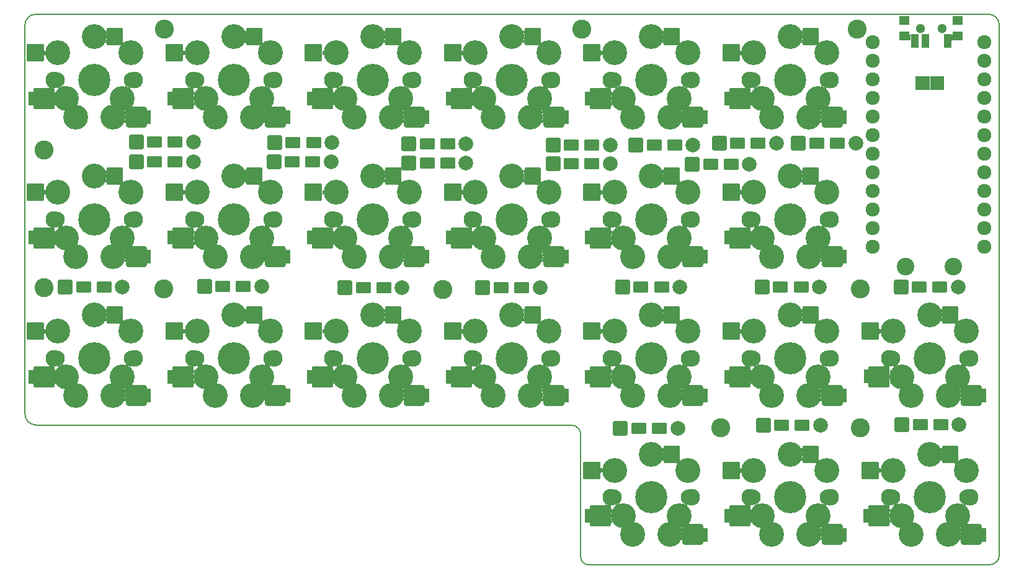
<source format=gbr>
G04 #@! TF.GenerationSoftware,KiCad,Pcbnew,(5.99.0-6672-g81c853438)*
G04 #@! TF.CreationDate,2020-11-14T00:53:03+00:00*
G04 #@! TF.ProjectId,helix,68656c69-782e-46b6-9963-61645f706362,rev?*
G04 #@! TF.SameCoordinates,Original*
G04 #@! TF.FileFunction,Soldermask,Top*
G04 #@! TF.FilePolarity,Negative*
%FSLAX46Y46*%
G04 Gerber Fmt 4.6, Leading zero omitted, Abs format (unit mm)*
G04 Created by KiCad (PCBNEW (5.99.0-6672-g81c853438)) date 2020-11-14 00:53:03*
%MOMM*%
%LPD*%
G01*
G04 APERTURE LIST*
G04 Aperture macros list*
%AMRoundRect*
0 Rectangle with rounded corners*
0 $1 Rounding radius*
0 $2 $3 $4 $5 $6 $7 $8 $9 X,Y pos of 4 corners*
0 Add a 4 corners polygon primitive as box body*
4,1,4,$2,$3,$4,$5,$6,$7,$8,$9,$2,$3,0*
0 Add four circle primitives for the rounded corners*
1,1,$1+$1,$2,$3,0*
1,1,$1+$1,$4,$5,0*
1,1,$1+$1,$6,$7,0*
1,1,$1+$1,$8,$9,0*
0 Add four rect primitives between the rounded corners*
20,1,$1+$1,$2,$3,$4,$5,0*
20,1,$1+$1,$4,$5,$6,$7,0*
20,1,$1+$1,$6,$7,$8,$9,0*
20,1,$1+$1,$8,$9,$2,$3,0*%
G04 Aperture macros list end*
G04 #@! TA.AperFunction,Profile*
%ADD10C,0.150000*%
G04 #@! TD*
%ADD11RoundRect,0.200000X0.800000X0.800000X-0.800000X0.800000X-0.800000X-0.800000X0.800000X-0.800000X0*%
%ADD12RoundRect,0.200000X0.800000X0.600000X-0.800000X0.600000X-0.800000X-0.600000X0.800000X-0.600000X0*%
%ADD13C,2.000000*%
%ADD14C,2.400000*%
%ADD15C,3.400000*%
%ADD16C,2.100000*%
%ADD17C,2.300000*%
%ADD18C,0.500000*%
%ADD19C,4.400000*%
%ADD20RoundRect,0.200000X0.350000X0.750000X-0.350000X0.750000X-0.350000X-0.750000X0.350000X-0.750000X0*%
%ADD21RoundRect,0.200000X-1.000000X-1.000000X1.000000X-1.000000X1.000000X1.000000X-1.000000X1.000000X0*%
%ADD22RoundRect,0.200000X-1.200000X-1.200000X1.200000X-1.200000X1.200000X1.200000X-1.200000X1.200000X0*%
%ADD23RoundRect,0.200000X-0.900000X-1.000000X0.900000X-1.000000X0.900000X1.000000X-0.900000X1.000000X0*%
%ADD24RoundRect,0.200000X-1.250000X-1.250000X1.250000X-1.250000X1.250000X1.250000X-1.250000X1.250000X0*%
%ADD25C,2.600000*%
%ADD26C,1.300000*%
%ADD27RoundRect,0.200000X0.500000X0.400000X-0.500000X0.400000X-0.500000X-0.400000X0.500000X-0.400000X0*%
%ADD28C,1.924000*%
%ADD29RoundRect,0.200000X0.762000X0.762000X-0.762000X0.762000X-0.762000X-0.762000X0.762000X-0.762000X0*%
G04 APERTURE END LIST*
D10*
X222500000Y-112072000D02*
X222500000Y-39700000D01*
X89500000Y-92768000D02*
G75*
G03*
X91000000Y-94268000I1500000J0D01*
G01*
X91000000Y-94268000D02*
X164096000Y-94292000D01*
X164096000Y-94292000D02*
G75*
G02*
X165366000Y-95562000I0J-1270000D01*
G01*
X222500000Y-39700000D02*
G75*
G03*
X221039340Y-38158000I-1460660J79195D01*
G01*
X165366000Y-95562000D02*
X165366000Y-112326000D01*
X89500000Y-39658000D02*
X89500000Y-92768000D01*
X91000000Y-38158000D02*
G75*
G03*
X89500000Y-39658000I0J-1500000D01*
G01*
X166382000Y-113342000D02*
G75*
G02*
X165366000Y-112326000I0J1016000D01*
G01*
X222500000Y-112072000D02*
G75*
G02*
X221230000Y-113342000I-1270000J0D01*
G01*
X221039340Y-38158000D02*
X91000000Y-38158000D01*
X166382000Y-113342000D02*
X221230000Y-113342000D01*
X222500000Y-112072000D02*
X222500000Y-39700000D01*
X89500000Y-92768000D02*
G75*
G03*
X91000000Y-94268000I1500000J0D01*
G01*
X91000000Y-94268000D02*
X164096000Y-94292000D01*
X164096000Y-94292000D02*
G75*
G02*
X165366000Y-95562000I0J-1270000D01*
G01*
X222500000Y-39700000D02*
G75*
G03*
X221039340Y-38158000I-1460660J79195D01*
G01*
X165366000Y-95562000D02*
X165366000Y-112326000D01*
X89500000Y-39658000D02*
X89500000Y-92768000D01*
X91000000Y-38158000D02*
G75*
G03*
X89500000Y-39658000I0J-1500000D01*
G01*
X166382000Y-113342000D02*
G75*
G02*
X165366000Y-112326000I0J1016000D01*
G01*
X222500000Y-112072000D02*
G75*
G02*
X221230000Y-113342000I-1270000J0D01*
G01*
X221039340Y-38158000D02*
X91000000Y-38158000D01*
X166382000Y-113342000D02*
X221230000Y-113342000D01*
D11*
X104700000Y-55600000D03*
D12*
X107200000Y-55600000D03*
X110000000Y-55600000D03*
D13*
X112500000Y-55600000D03*
D11*
X123600000Y-55700000D03*
D12*
X126100000Y-55700000D03*
X128900000Y-55700000D03*
D13*
X131400000Y-55700000D03*
D11*
X141900000Y-55900000D03*
D12*
X144400000Y-55900000D03*
X147200000Y-55900000D03*
D13*
X149700000Y-55900000D03*
D11*
X161600000Y-56000000D03*
D12*
X164100000Y-56000000D03*
X166900000Y-56000000D03*
D13*
X169400000Y-56000000D03*
D11*
X172900000Y-56000000D03*
D12*
X175400000Y-56000000D03*
X178200000Y-56000000D03*
D13*
X180700000Y-56000000D03*
D11*
X195100000Y-55800000D03*
D12*
X197600000Y-55800000D03*
X200400000Y-55800000D03*
D13*
X202900000Y-55800000D03*
D11*
X104700000Y-58300000D03*
D12*
X107200000Y-58300000D03*
X110000000Y-58300000D03*
D13*
X112500000Y-58300000D03*
D11*
X123500000Y-58300000D03*
D12*
X126000000Y-58300000D03*
X128800000Y-58300000D03*
D13*
X131300000Y-58300000D03*
D11*
X141900000Y-58500000D03*
D12*
X144400000Y-58500000D03*
X147200000Y-58500000D03*
D13*
X149700000Y-58500000D03*
D11*
X161600000Y-58600000D03*
D12*
X164100000Y-58600000D03*
X166900000Y-58600000D03*
D13*
X169400000Y-58600000D03*
D11*
X180600000Y-58700000D03*
D12*
X183100000Y-58700000D03*
X185900000Y-58700000D03*
D13*
X188400000Y-58700000D03*
D11*
X184300000Y-55800000D03*
D12*
X186800000Y-55800000D03*
X189600000Y-55800000D03*
D13*
X192100000Y-55800000D03*
D11*
X95000000Y-75400000D03*
D12*
X97500000Y-75400000D03*
X100300000Y-75400000D03*
D13*
X102800000Y-75400000D03*
D11*
X114000000Y-75300000D03*
D12*
X116500000Y-75300000D03*
X119300000Y-75300000D03*
D13*
X121800000Y-75300000D03*
D11*
X133200000Y-75500000D03*
D12*
X135700000Y-75500000D03*
X138500000Y-75500000D03*
D13*
X141000000Y-75500000D03*
D11*
X152000000Y-75500000D03*
D12*
X154500000Y-75500000D03*
X157300000Y-75500000D03*
D13*
X159800000Y-75500000D03*
D11*
X171095000Y-75400000D03*
D12*
X173595000Y-75400000D03*
X176395000Y-75400000D03*
D13*
X178895000Y-75400000D03*
D11*
X190145000Y-75400000D03*
D12*
X192645000Y-75400000D03*
X195445000Y-75400000D03*
D13*
X197945000Y-75400000D03*
D11*
X170800000Y-94700000D03*
D12*
X173300000Y-94700000D03*
X176100000Y-94700000D03*
D13*
X178600000Y-94700000D03*
D11*
X190300000Y-94300000D03*
D12*
X192800000Y-94300000D03*
X195600000Y-94300000D03*
D13*
X198100000Y-94300000D03*
D11*
X209200000Y-94200000D03*
D12*
X211700000Y-94200000D03*
X214500000Y-94200000D03*
D13*
X217000000Y-94200000D03*
D14*
X216200000Y-72600000D03*
X209700000Y-72600000D03*
D15*
X95175000Y-49698000D03*
X102795000Y-49698001D03*
D16*
X93905000Y-47158000D03*
D17*
X93485000Y-47158000D03*
D15*
X98985000Y-41258000D03*
X93985000Y-43458000D03*
D16*
X104065000Y-47158000D03*
D17*
X104485000Y-47158000D03*
D15*
X101525000Y-52238000D03*
X96445000Y-52238000D03*
X103985000Y-43458000D03*
D18*
X95160000Y-49738000D03*
D19*
X98985000Y-47158000D03*
D15*
X95175000Y-49698000D03*
D18*
X102810000Y-49738000D03*
D20*
X106185000Y-52258000D03*
D21*
X90885000Y-43458000D03*
D22*
X104685000Y-52238000D03*
D23*
X101785000Y-41258000D03*
D24*
X92085000Y-49698001D03*
D20*
X90485000Y-49658000D03*
D15*
X115445000Y-52238000D03*
X120525000Y-52238000D03*
D18*
X121810000Y-49738000D03*
D15*
X121795000Y-49698001D03*
D17*
X112485000Y-47158000D03*
X123485000Y-47158000D03*
D15*
X114175000Y-49698000D03*
D16*
X123065000Y-47158000D03*
D15*
X117985000Y-41258000D03*
X114175000Y-49698000D03*
D16*
X112905000Y-47158000D03*
D18*
X114160000Y-49738000D03*
D19*
X117985000Y-47158000D03*
D15*
X122985000Y-43458000D03*
X112985000Y-43458000D03*
D20*
X125185000Y-52258000D03*
D21*
X109885000Y-43458000D03*
D22*
X123685000Y-52238000D03*
D24*
X111085000Y-49698001D03*
D23*
X120785000Y-41258000D03*
D20*
X109485000Y-49658000D03*
D15*
X133175000Y-49698000D03*
D19*
X136985000Y-47158000D03*
D15*
X134445000Y-52238000D03*
X131985000Y-43458000D03*
D18*
X133160000Y-49738000D03*
D16*
X131905000Y-47158000D03*
D15*
X136985000Y-41258000D03*
X133175000Y-49698000D03*
X139525000Y-52238000D03*
D18*
X140810000Y-49738000D03*
D17*
X142485000Y-47158000D03*
D16*
X142065000Y-47158000D03*
D15*
X140795000Y-49698001D03*
D17*
X131485000Y-47158000D03*
D15*
X141985000Y-43458000D03*
D22*
X142685000Y-52238000D03*
D20*
X144185000Y-52258000D03*
D21*
X128885000Y-43458000D03*
D24*
X130085000Y-49698001D03*
D23*
X139785000Y-41258000D03*
D20*
X128485000Y-49658000D03*
D15*
X158525000Y-52238000D03*
X155985000Y-41258000D03*
D17*
X161485000Y-47158000D03*
X150485000Y-47158000D03*
D16*
X150905000Y-47158000D03*
D15*
X152175000Y-49698000D03*
X152175000Y-49698000D03*
D18*
X159810000Y-49738000D03*
D15*
X159795000Y-49698001D03*
D18*
X152160000Y-49738000D03*
D19*
X155985000Y-47158000D03*
D15*
X150985000Y-43458000D03*
D16*
X161065000Y-47158000D03*
D15*
X160985000Y-43458000D03*
X153445000Y-52238000D03*
D20*
X163185000Y-52258000D03*
D22*
X161685000Y-52238000D03*
D21*
X147885000Y-43458000D03*
D23*
X158785000Y-41258000D03*
D20*
X147485000Y-49658000D03*
D24*
X149085000Y-49698001D03*
D16*
X180065000Y-47158000D03*
D18*
X171160000Y-49738000D03*
D15*
X172445000Y-52238000D03*
D17*
X169485000Y-47158000D03*
D15*
X171175000Y-49698000D03*
X178795000Y-49698001D03*
D16*
X169905000Y-47158000D03*
D15*
X174985000Y-41258000D03*
X171175000Y-49698000D03*
X169985000Y-43458000D03*
D17*
X180485000Y-47158000D03*
D15*
X179985000Y-43458000D03*
X177525000Y-52238000D03*
D18*
X178810000Y-49738000D03*
D19*
X174985000Y-47158000D03*
D22*
X180685000Y-52238000D03*
D20*
X182185000Y-52258000D03*
D21*
X166885000Y-43458000D03*
D20*
X166485000Y-49658000D03*
D23*
X177785000Y-41258000D03*
D24*
X168085000Y-49698001D03*
D15*
X193985000Y-41258000D03*
X198985000Y-43458000D03*
D18*
X197810000Y-49738000D03*
D15*
X196525000Y-52238000D03*
X190175000Y-49698000D03*
D19*
X193985000Y-47158000D03*
D15*
X188985000Y-43458000D03*
D18*
X190160000Y-49738000D03*
D17*
X188485000Y-47158000D03*
D15*
X191445000Y-52238000D03*
D16*
X188905000Y-47158000D03*
D15*
X190175000Y-49698000D03*
D16*
X199065000Y-47158000D03*
D17*
X199485000Y-47158000D03*
D15*
X197795000Y-49698001D03*
D22*
X199685000Y-52238000D03*
D21*
X185885000Y-43458000D03*
D20*
X201185000Y-52258000D03*
X185485000Y-49658000D03*
D23*
X196785000Y-41258000D03*
D24*
X187085000Y-49698001D03*
D15*
X103985000Y-62458000D03*
D18*
X102810000Y-68738000D03*
D16*
X104065000Y-66158000D03*
D19*
X98985000Y-66158000D03*
D18*
X95160000Y-68738000D03*
D15*
X101525000Y-71238000D03*
X98985000Y-60258000D03*
X96445000Y-71238000D03*
X93985000Y-62458000D03*
D17*
X93485000Y-66158000D03*
D15*
X95175000Y-68698000D03*
D17*
X104485000Y-66158000D03*
D15*
X102795000Y-68698001D03*
X95175000Y-68698000D03*
D16*
X93905000Y-66158000D03*
D21*
X90885000Y-62458000D03*
D22*
X104685000Y-71238000D03*
D20*
X106185000Y-71258000D03*
D23*
X101785000Y-60258000D03*
D24*
X92085000Y-68698001D03*
D20*
X90485000Y-68658000D03*
D15*
X122985000Y-62458000D03*
X117985000Y-60258000D03*
X114175000Y-68698000D03*
D16*
X123065000Y-66158000D03*
D18*
X121810000Y-68738000D03*
D15*
X120525000Y-71238000D03*
D16*
X112905000Y-66158000D03*
D17*
X112485000Y-66158000D03*
D15*
X112985000Y-62458000D03*
D19*
X117985000Y-66158000D03*
D15*
X114175000Y-68698000D03*
D18*
X114160000Y-68738000D03*
D17*
X123485000Y-66158000D03*
D15*
X121795000Y-68698001D03*
X115445000Y-71238000D03*
D22*
X123685000Y-71238000D03*
D21*
X109885000Y-62458000D03*
D20*
X125185000Y-71258000D03*
X109485000Y-68658000D03*
D23*
X120785000Y-60258000D03*
D24*
X111085000Y-68698001D03*
D16*
X142065000Y-66158000D03*
D15*
X136985000Y-60258000D03*
D16*
X131905000Y-66158000D03*
D17*
X131485000Y-66158000D03*
D15*
X139525000Y-71238000D03*
D18*
X133160000Y-68738000D03*
D19*
X136985000Y-66158000D03*
D15*
X141985000Y-62458000D03*
X131985000Y-62458000D03*
X133175000Y-68698000D03*
X133175000Y-68698000D03*
X140795000Y-68698001D03*
X134445000Y-71238000D03*
D18*
X140810000Y-68738000D03*
D17*
X142485000Y-66158000D03*
D20*
X144185000Y-71258000D03*
D22*
X142685000Y-71238000D03*
D21*
X128885000Y-62458000D03*
D23*
X139785000Y-60258000D03*
D20*
X128485000Y-68658000D03*
D24*
X130085000Y-68698001D03*
D15*
X155985000Y-60258000D03*
X160985000Y-62458000D03*
X152175000Y-68698000D03*
D18*
X152160000Y-68738000D03*
D16*
X150905000Y-66158000D03*
D15*
X153445000Y-71238000D03*
D19*
X155985000Y-66158000D03*
D15*
X150985000Y-62458000D03*
X158525000Y-71238000D03*
D17*
X150485000Y-66158000D03*
D15*
X152175000Y-68698000D03*
D17*
X161485000Y-66158000D03*
D18*
X159810000Y-68738000D03*
D16*
X161065000Y-66158000D03*
D15*
X159795000Y-68698001D03*
D22*
X161685000Y-71238000D03*
D21*
X147885000Y-62458000D03*
D20*
X163185000Y-71258000D03*
X147485000Y-68658000D03*
D24*
X149085000Y-68698001D03*
D23*
X158785000Y-60258000D03*
D15*
X172445000Y-71238000D03*
X178795000Y-68698001D03*
X177525000Y-71238000D03*
X174985000Y-60258000D03*
D16*
X180065000Y-66158000D03*
D19*
X174985000Y-66158000D03*
D17*
X180485000Y-66158000D03*
D18*
X171160000Y-68738000D03*
D16*
X169905000Y-66158000D03*
D15*
X169985000Y-62458000D03*
X171175000Y-68698000D03*
D17*
X169485000Y-66158000D03*
D15*
X171175000Y-68698000D03*
X179985000Y-62458000D03*
D18*
X178810000Y-68738000D03*
D21*
X166885000Y-62458000D03*
D20*
X182185000Y-71258000D03*
D22*
X180685000Y-71238000D03*
D20*
X166485000Y-68658000D03*
D24*
X168085000Y-68698001D03*
D23*
X177785000Y-60258000D03*
D16*
X199065000Y-66158000D03*
D15*
X188985000Y-62458000D03*
D17*
X188485000Y-66158000D03*
D15*
X191445000Y-71238000D03*
D18*
X197810000Y-68738000D03*
D15*
X190175000Y-68698000D03*
X193985000Y-60258000D03*
X196525000Y-71238000D03*
D17*
X199485000Y-66158000D03*
D18*
X190160000Y-68738000D03*
D15*
X197795000Y-68698001D03*
D19*
X193985000Y-66158000D03*
D16*
X188905000Y-66158000D03*
D15*
X198985000Y-62458000D03*
X190175000Y-68698000D03*
D20*
X201185000Y-71258000D03*
D22*
X199685000Y-71238000D03*
D21*
X185885000Y-62458000D03*
D23*
X196785000Y-60258000D03*
D20*
X185485000Y-68658000D03*
D24*
X187085000Y-68698001D03*
D15*
X95175000Y-87698000D03*
D16*
X104065000Y-85158000D03*
D15*
X101525000Y-90238000D03*
D16*
X93905000Y-85158000D03*
D15*
X98985000Y-79258000D03*
D17*
X93485000Y-85158000D03*
D15*
X96445000Y-90238000D03*
D18*
X102810000Y-87738000D03*
D15*
X95175000Y-87698000D03*
X102795000Y-87698001D03*
D19*
X98985000Y-85158000D03*
D15*
X93985000Y-81458000D03*
D18*
X95160000Y-87738000D03*
D15*
X103985000Y-81458000D03*
D17*
X104485000Y-85158000D03*
D20*
X106185000Y-90258000D03*
D22*
X104685000Y-90238000D03*
D21*
X90885000Y-81458000D03*
D23*
X101785000Y-79258000D03*
D24*
X92085000Y-87698001D03*
D20*
X90485000Y-87658000D03*
D15*
X117985000Y-79258000D03*
D18*
X114160000Y-87738000D03*
D15*
X114175000Y-87698000D03*
D17*
X112485000Y-85158000D03*
D16*
X123065000Y-85158000D03*
D15*
X120525000Y-90238000D03*
X115445000Y-90238000D03*
X114175000Y-87698000D03*
X121795000Y-87698001D03*
D17*
X123485000Y-85158000D03*
D19*
X117985000Y-85158000D03*
D18*
X121810000Y-87738000D03*
D16*
X112905000Y-85158000D03*
D15*
X122985000Y-81458000D03*
X112985000Y-81458000D03*
D22*
X123685000Y-90238000D03*
D21*
X109885000Y-81458000D03*
D20*
X125185000Y-90258000D03*
X109485000Y-87658000D03*
D24*
X111085000Y-87698001D03*
D23*
X120785000Y-79258000D03*
D15*
X139525000Y-90238000D03*
X141985000Y-81458000D03*
X133175000Y-87698000D03*
X140795000Y-87698001D03*
X134445000Y-90238000D03*
D16*
X142065000Y-85158000D03*
D15*
X131985000Y-81458000D03*
D17*
X142485000Y-85158000D03*
D15*
X136985000Y-79258000D03*
D18*
X140810000Y-87738000D03*
X133160000Y-87738000D03*
D17*
X131485000Y-85158000D03*
D16*
X131905000Y-85158000D03*
D19*
X136985000Y-85158000D03*
D15*
X133175000Y-87698000D03*
D20*
X144185000Y-90258000D03*
D22*
X142685000Y-90238000D03*
D21*
X128885000Y-81458000D03*
D24*
X130085000Y-87698001D03*
D23*
X139785000Y-79258000D03*
D20*
X128485000Y-87658000D03*
D16*
X161065000Y-85158000D03*
D15*
X152175000Y-87698000D03*
D17*
X161485000Y-85158000D03*
D15*
X150985000Y-81458000D03*
D19*
X155985000Y-85158000D03*
D15*
X158525000Y-90238000D03*
X153445000Y-90238000D03*
D17*
X150485000Y-85158000D03*
D15*
X152175000Y-87698000D03*
X160985000Y-81458000D03*
X159795000Y-87698001D03*
D18*
X159810000Y-87738000D03*
D16*
X150905000Y-85158000D03*
D18*
X152160000Y-87738000D03*
D15*
X155985000Y-79258000D03*
D21*
X147885000Y-81458000D03*
D22*
X161685000Y-90238000D03*
D20*
X163185000Y-90258000D03*
D23*
X158785000Y-79258000D03*
D24*
X149085000Y-87698001D03*
D20*
X147485000Y-87658000D03*
D19*
X174985000Y-85158000D03*
D15*
X179985000Y-81458000D03*
D16*
X169905000Y-85158000D03*
D18*
X178810000Y-87738000D03*
D15*
X171175000Y-87698000D03*
D17*
X180485000Y-85158000D03*
D15*
X172445000Y-90238000D03*
D18*
X171160000Y-87738000D03*
D15*
X178795000Y-87698001D03*
X169985000Y-81458000D03*
X177525000Y-90238000D03*
X171175000Y-87698000D03*
D17*
X169485000Y-85158000D03*
D16*
X180065000Y-85158000D03*
D15*
X174985000Y-79258000D03*
D22*
X180685000Y-90238000D03*
D21*
X166885000Y-81458000D03*
D20*
X182185000Y-90258000D03*
D24*
X168085000Y-87698001D03*
D23*
X177785000Y-79258000D03*
D20*
X166485000Y-87658000D03*
D15*
X198985000Y-81458000D03*
D17*
X199485000Y-85158000D03*
D16*
X188905000Y-85158000D03*
D15*
X188985000Y-81458000D03*
X190175000Y-87698000D03*
X193985000Y-79258000D03*
X196525000Y-90238000D03*
D18*
X197810000Y-87738000D03*
X190160000Y-87738000D03*
D15*
X191445000Y-90238000D03*
D17*
X188485000Y-85158000D03*
D19*
X193985000Y-85158000D03*
D15*
X190175000Y-87698000D03*
X197795000Y-87698001D03*
D16*
X199065000Y-85158000D03*
D20*
X201185000Y-90258000D03*
D21*
X185885000Y-81458000D03*
D22*
X199685000Y-90238000D03*
D20*
X185485000Y-87658000D03*
D23*
X196785000Y-79258000D03*
D24*
X187085000Y-87698001D03*
D15*
X171175000Y-106698000D03*
X172445000Y-109238000D03*
D16*
X169905000Y-104158000D03*
D17*
X180485000Y-104158000D03*
D19*
X174985000Y-104158000D03*
D18*
X171160000Y-106738000D03*
D16*
X180065000Y-104158000D03*
D15*
X178795000Y-106698001D03*
X174985000Y-98258000D03*
X177525000Y-109238000D03*
X171175000Y-106698000D03*
X179985000Y-100458000D03*
D17*
X169485000Y-104158000D03*
D15*
X169985000Y-100458000D03*
D18*
X178810000Y-106738000D03*
D21*
X166885000Y-100458000D03*
D22*
X180685000Y-109238000D03*
D20*
X182185000Y-109258000D03*
X166485000Y-106658000D03*
D24*
X168085000Y-106698001D03*
D23*
X177785000Y-98258000D03*
D15*
X196525000Y-109238000D03*
D17*
X188485000Y-104158000D03*
D15*
X193985000Y-98258000D03*
X191445000Y-109238000D03*
X190175000Y-106698000D03*
X188985000Y-100458000D03*
X197795000Y-106698001D03*
D18*
X190160000Y-106738000D03*
D15*
X198985000Y-100458000D03*
D16*
X188905000Y-104158000D03*
D19*
X193985000Y-104158000D03*
D16*
X199065000Y-104158000D03*
D17*
X199485000Y-104158000D03*
D15*
X190175000Y-106698000D03*
D18*
X197810000Y-106738000D03*
D21*
X185885000Y-100458000D03*
D22*
X199685000Y-109238000D03*
D20*
X201185000Y-109258000D03*
D24*
X187085000Y-106698001D03*
D20*
X185485000Y-106658000D03*
D23*
X196785000Y-98258000D03*
D15*
X210445000Y-109238000D03*
X217985000Y-100458000D03*
X209175000Y-106698000D03*
X209175000Y-106698000D03*
D17*
X207485000Y-104158000D03*
D16*
X207905000Y-104158000D03*
D18*
X216810000Y-106738000D03*
D17*
X218485000Y-104158000D03*
D16*
X218065000Y-104158000D03*
D15*
X207985000Y-100458000D03*
X212985000Y-98258000D03*
D19*
X212985000Y-104158000D03*
D15*
X215525000Y-109238000D03*
X216795000Y-106698001D03*
D18*
X209160000Y-106738000D03*
D21*
X204885000Y-100458000D03*
D22*
X218685000Y-109238000D03*
D20*
X220185000Y-109258000D03*
D24*
X206085000Y-106698001D03*
D20*
X204485000Y-106658000D03*
D23*
X215785000Y-98258000D03*
D25*
X184485000Y-94658000D03*
X146547000Y-75750000D03*
X92100000Y-75500000D03*
X203519000Y-94647600D03*
X203100000Y-40200000D03*
X203519000Y-75648400D03*
D26*
X211700000Y-40100000D03*
X214700000Y-40100000D03*
D25*
X108472000Y-75648400D03*
X92100000Y-56700000D03*
X165500000Y-40200000D03*
D11*
X209100000Y-75400000D03*
D12*
X211600000Y-75400000D03*
X214400000Y-75400000D03*
D13*
X216900000Y-75400000D03*
D25*
X108500000Y-40200000D03*
D15*
X216818000Y-87688001D03*
X218008000Y-81448000D03*
X210468000Y-90228000D03*
D17*
X218508000Y-85148000D03*
D15*
X209198000Y-87688000D03*
X209198000Y-87688000D03*
X208008000Y-81448000D03*
D18*
X216833000Y-87728000D03*
D15*
X213008000Y-79248000D03*
D16*
X218088000Y-85148000D03*
D18*
X209183000Y-87728000D03*
D17*
X207508000Y-85148000D03*
D19*
X213008000Y-85148000D03*
D16*
X207928000Y-85148000D03*
D15*
X215548000Y-90228000D03*
D22*
X218708000Y-90228000D03*
D20*
X220208000Y-90248000D03*
D21*
X204908000Y-81448000D03*
D20*
X204508000Y-87648000D03*
D23*
X215808000Y-79248000D03*
D24*
X206108000Y-87688001D03*
D20*
X215450000Y-41850000D03*
X212450000Y-41850000D03*
X210950000Y-41850000D03*
D27*
X216850000Y-41150000D03*
X209550000Y-41150000D03*
X216850000Y-39050000D03*
X209550000Y-39050000D03*
D26*
X214700000Y-40100000D03*
X211700000Y-40100000D03*
D28*
X220461000Y-41968000D03*
X220461000Y-44508000D03*
X220461000Y-47048000D03*
X220461000Y-49588000D03*
X220461000Y-52128000D03*
X220461000Y-54668000D03*
X220461000Y-57208000D03*
X220461000Y-59748000D03*
X220461000Y-62288000D03*
X220461000Y-64828000D03*
X220461000Y-67368000D03*
X220461000Y-69908000D03*
X205221000Y-69908000D03*
X205221000Y-67368000D03*
X205221000Y-64828000D03*
X205221000Y-62288000D03*
X205221000Y-59748000D03*
X205221000Y-57208000D03*
X205221000Y-54668000D03*
X205221000Y-52128000D03*
X205221000Y-49588000D03*
X205221000Y-47048000D03*
X205221000Y-44508000D03*
X205221000Y-41968000D03*
D29*
X214000000Y-47600000D03*
X212000000Y-47600000D03*
G36*
X179286469Y-108323724D02*
G01*
X179287000Y-108325082D01*
X179287000Y-110039639D01*
X179286000Y-110041371D01*
X179284000Y-110041371D01*
X179283081Y-110040202D01*
X179263404Y-109973187D01*
X179211061Y-109927832D01*
X179142508Y-109917975D01*
X179079441Y-109946777D01*
X179047768Y-109989317D01*
X179020511Y-110049825D01*
X179020369Y-110050086D01*
X179014422Y-110059331D01*
X179012644Y-110060247D01*
X179010962Y-110059165D01*
X179010928Y-110057402D01*
X179113379Y-109838196D01*
X179185889Y-109591032D01*
X179220185Y-109335697D01*
X179222998Y-109238047D01*
X179203457Y-108981160D01*
X179145296Y-108730234D01*
X179049845Y-108490984D01*
X178987318Y-108384623D01*
X178987302Y-108382623D01*
X178988901Y-108381614D01*
X179043046Y-108377780D01*
X179284559Y-108323131D01*
X179286469Y-108323724D01*
G37*
G36*
X198286469Y-108323724D02*
G01*
X198287000Y-108325082D01*
X198287000Y-110039639D01*
X198286000Y-110041371D01*
X198284000Y-110041371D01*
X198283081Y-110040202D01*
X198263404Y-109973187D01*
X198211061Y-109927832D01*
X198142508Y-109917975D01*
X198079441Y-109946777D01*
X198047768Y-109989317D01*
X198020511Y-110049825D01*
X198020369Y-110050086D01*
X198014422Y-110059331D01*
X198012644Y-110060247D01*
X198010962Y-110059165D01*
X198010928Y-110057402D01*
X198113379Y-109838196D01*
X198185889Y-109591032D01*
X198220185Y-109335697D01*
X198222998Y-109238047D01*
X198203457Y-108981160D01*
X198145296Y-108730234D01*
X198049845Y-108490984D01*
X197987318Y-108384623D01*
X197987302Y-108382623D01*
X197988901Y-108381614D01*
X198043046Y-108377780D01*
X198284559Y-108323131D01*
X198286469Y-108323724D01*
G37*
G36*
X217286469Y-108323724D02*
G01*
X217287000Y-108325082D01*
X217287000Y-110039639D01*
X217286000Y-110041371D01*
X217284000Y-110041371D01*
X217283081Y-110040202D01*
X217263404Y-109973187D01*
X217211061Y-109927832D01*
X217142508Y-109917975D01*
X217079441Y-109946777D01*
X217047768Y-109989317D01*
X217020511Y-110049825D01*
X217020369Y-110050086D01*
X217014422Y-110059331D01*
X217012644Y-110060247D01*
X217010962Y-110059165D01*
X217010928Y-110057402D01*
X217113379Y-109838196D01*
X217185889Y-109591032D01*
X217220185Y-109335697D01*
X217222998Y-109238047D01*
X217203457Y-108981160D01*
X217145296Y-108730234D01*
X217049845Y-108490984D01*
X216987318Y-108384623D01*
X216987302Y-108382623D01*
X216988901Y-108381614D01*
X217043046Y-108377780D01*
X217284559Y-108323131D01*
X217286469Y-108323724D01*
G37*
G36*
X180210590Y-107632326D02*
G01*
X180210478Y-107634293D01*
X180202806Y-107646220D01*
X180183182Y-107712953D01*
X180202669Y-107779413D01*
X180255050Y-107824838D01*
X180306523Y-107836046D01*
X180308002Y-107837391D01*
X180307577Y-107839346D01*
X180306097Y-107840000D01*
X180049515Y-107840000D01*
X180047783Y-107839000D01*
X180048039Y-107836650D01*
X180131213Y-107745723D01*
X180207133Y-107632100D01*
X180208927Y-107631215D01*
X180210590Y-107632326D01*
G37*
G36*
X218210590Y-107632326D02*
G01*
X218210478Y-107634293D01*
X218202806Y-107646220D01*
X218183182Y-107712953D01*
X218202669Y-107779413D01*
X218255050Y-107824838D01*
X218306523Y-107836046D01*
X218308002Y-107837391D01*
X218307577Y-107839346D01*
X218306097Y-107840000D01*
X218049515Y-107840000D01*
X218047783Y-107839000D01*
X218048039Y-107836650D01*
X218131213Y-107745723D01*
X218207133Y-107632100D01*
X218208927Y-107631215D01*
X218210590Y-107632326D01*
G37*
G36*
X199210590Y-107632326D02*
G01*
X199210478Y-107634293D01*
X199202806Y-107646220D01*
X199183182Y-107712953D01*
X199202669Y-107779413D01*
X199255050Y-107824838D01*
X199306523Y-107836046D01*
X199308002Y-107837391D01*
X199307577Y-107839346D01*
X199306097Y-107840000D01*
X199049515Y-107840000D01*
X199047783Y-107839000D01*
X199048039Y-107836650D01*
X199131213Y-107745723D01*
X199207133Y-107632100D01*
X199208927Y-107631215D01*
X199210590Y-107632326D01*
G37*
G36*
X207536925Y-107127297D02*
G01*
X207580423Y-107281530D01*
X207687039Y-107516018D01*
X207785541Y-107666832D01*
X207785651Y-107668829D01*
X207783977Y-107669923D01*
X207782265Y-107669123D01*
X207758725Y-107637600D01*
X207703091Y-107595849D01*
X207634015Y-107590827D01*
X207573292Y-107623889D01*
X207536847Y-107711729D01*
X207535260Y-107712946D01*
X207533413Y-107712180D01*
X207533000Y-107710963D01*
X207533000Y-107127840D01*
X207534000Y-107126108D01*
X207536000Y-107126108D01*
X207536925Y-107127297D01*
G37*
G36*
X188536925Y-107127297D02*
G01*
X188580423Y-107281530D01*
X188687039Y-107516018D01*
X188785541Y-107666832D01*
X188785651Y-107668829D01*
X188783977Y-107669923D01*
X188782265Y-107669123D01*
X188758725Y-107637600D01*
X188703091Y-107595849D01*
X188634015Y-107590827D01*
X188573292Y-107623889D01*
X188536847Y-107711729D01*
X188535260Y-107712946D01*
X188533413Y-107712180D01*
X188533000Y-107710963D01*
X188533000Y-107127840D01*
X188534000Y-107126108D01*
X188536000Y-107126108D01*
X188536925Y-107127297D01*
G37*
G36*
X169536925Y-107127297D02*
G01*
X169580423Y-107281530D01*
X169687039Y-107516018D01*
X169785541Y-107666832D01*
X169785651Y-107668829D01*
X169783977Y-107669923D01*
X169782265Y-107669123D01*
X169758725Y-107637600D01*
X169703091Y-107595849D01*
X169634015Y-107590827D01*
X169573292Y-107623889D01*
X169536847Y-107711729D01*
X169535260Y-107712946D01*
X169533413Y-107712180D01*
X169533000Y-107710963D01*
X169533000Y-107127840D01*
X169534000Y-107126108D01*
X169536000Y-107126108D01*
X169536925Y-107127297D01*
G37*
G36*
X169841140Y-105652622D02*
G01*
X169840873Y-105654502D01*
X169736592Y-105795689D01*
X169616657Y-106023647D01*
X169536890Y-106254652D01*
X169535380Y-106255963D01*
X169533489Y-106255310D01*
X169533000Y-106253999D01*
X169533000Y-105686406D01*
X169534000Y-105684674D01*
X169536000Y-105684674D01*
X169536919Y-105685843D01*
X169556596Y-105752858D01*
X169608939Y-105798213D01*
X169677492Y-105808070D01*
X169740617Y-105779241D01*
X169765231Y-105750085D01*
X169789575Y-105709965D01*
X169789747Y-105709724D01*
X169837726Y-105652035D01*
X169839603Y-105651343D01*
X169841140Y-105652622D01*
G37*
G36*
X188841140Y-105652622D02*
G01*
X188840873Y-105654502D01*
X188736592Y-105795689D01*
X188616657Y-106023647D01*
X188536890Y-106254652D01*
X188535380Y-106255963D01*
X188533489Y-106255310D01*
X188533000Y-106253999D01*
X188533000Y-105686406D01*
X188534000Y-105684674D01*
X188536000Y-105684674D01*
X188536919Y-105685843D01*
X188556596Y-105752858D01*
X188608939Y-105798213D01*
X188677492Y-105808070D01*
X188740617Y-105779241D01*
X188765231Y-105750085D01*
X188789575Y-105709965D01*
X188789747Y-105709724D01*
X188837726Y-105652035D01*
X188839603Y-105651343D01*
X188841140Y-105652622D01*
G37*
G36*
X207841140Y-105652622D02*
G01*
X207840873Y-105654502D01*
X207736592Y-105795689D01*
X207616657Y-106023647D01*
X207536890Y-106254652D01*
X207535380Y-106255963D01*
X207533489Y-106255310D01*
X207533000Y-106253999D01*
X207533000Y-105686406D01*
X207534000Y-105684674D01*
X207536000Y-105684674D01*
X207536919Y-105685843D01*
X207556596Y-105752858D01*
X207608939Y-105798213D01*
X207677492Y-105808070D01*
X207740617Y-105779241D01*
X207765231Y-105750085D01*
X207789575Y-105709965D01*
X207789747Y-105709724D01*
X207837726Y-105652035D01*
X207839603Y-105651343D01*
X207841140Y-105652622D01*
G37*
G36*
X179228845Y-104782167D02*
G01*
X179311137Y-104885994D01*
X179466896Y-105018555D01*
X179645440Y-105118340D01*
X179839958Y-105181543D01*
X180021564Y-105203198D01*
X180022116Y-105203346D01*
X180058931Y-105219163D01*
X180060128Y-105220766D01*
X180059339Y-105222604D01*
X180057455Y-105222879D01*
X180042505Y-105217408D01*
X179973091Y-105212875D01*
X179912513Y-105246442D01*
X179879698Y-105307433D01*
X179885071Y-105376548D01*
X179915851Y-105422560D01*
X179941306Y-105446506D01*
X179941883Y-105448421D01*
X179940512Y-105449878D01*
X179938594Y-105449446D01*
X179835712Y-105356322D01*
X179620792Y-105214339D01*
X179386875Y-105106503D01*
X179152655Y-105039119D01*
X179151267Y-105037679D01*
X179151820Y-105035757D01*
X179152960Y-105035212D01*
X179215909Y-105027356D01*
X179269087Y-104982985D01*
X179289824Y-104916942D01*
X179267202Y-104843366D01*
X179225645Y-104784563D01*
X179225462Y-104782572D01*
X179227095Y-104781417D01*
X179228845Y-104782167D01*
G37*
G36*
X217228845Y-104782167D02*
G01*
X217311137Y-104885994D01*
X217466896Y-105018555D01*
X217645440Y-105118340D01*
X217839958Y-105181543D01*
X218021564Y-105203198D01*
X218022116Y-105203346D01*
X218058931Y-105219163D01*
X218060128Y-105220766D01*
X218059339Y-105222604D01*
X218057455Y-105222879D01*
X218042505Y-105217408D01*
X217973091Y-105212875D01*
X217912513Y-105246442D01*
X217879698Y-105307433D01*
X217885071Y-105376548D01*
X217915851Y-105422560D01*
X217941306Y-105446506D01*
X217941883Y-105448421D01*
X217940512Y-105449878D01*
X217938594Y-105449446D01*
X217835712Y-105356322D01*
X217620792Y-105214339D01*
X217386875Y-105106503D01*
X217152655Y-105039119D01*
X217151267Y-105037679D01*
X217151820Y-105035757D01*
X217152960Y-105035212D01*
X217215909Y-105027356D01*
X217269087Y-104982985D01*
X217289824Y-104916942D01*
X217267202Y-104843366D01*
X217225645Y-104784563D01*
X217225462Y-104782572D01*
X217227095Y-104781417D01*
X217228845Y-104782167D01*
G37*
G36*
X198228845Y-104782167D02*
G01*
X198311137Y-104885994D01*
X198466896Y-105018555D01*
X198645440Y-105118340D01*
X198839958Y-105181543D01*
X199021564Y-105203198D01*
X199022116Y-105203346D01*
X199058931Y-105219163D01*
X199060128Y-105220766D01*
X199059339Y-105222604D01*
X199057455Y-105222879D01*
X199042505Y-105217408D01*
X198973091Y-105212875D01*
X198912513Y-105246442D01*
X198879698Y-105307433D01*
X198885071Y-105376548D01*
X198915851Y-105422560D01*
X198941306Y-105446506D01*
X198941883Y-105448421D01*
X198940512Y-105449878D01*
X198938594Y-105449446D01*
X198835712Y-105356322D01*
X198620792Y-105214339D01*
X198386875Y-105106503D01*
X198152655Y-105039119D01*
X198151267Y-105037679D01*
X198151820Y-105035757D01*
X198152960Y-105035212D01*
X198215909Y-105027356D01*
X198269087Y-104982985D01*
X198289824Y-104916942D01*
X198267202Y-104843366D01*
X198225645Y-104784563D01*
X198225462Y-104782572D01*
X198227095Y-104781417D01*
X198228845Y-104782167D01*
G37*
G36*
X170707119Y-104829526D02*
G01*
X170706768Y-104831463D01*
X170705092Y-104833478D01*
X170677483Y-104897323D01*
X170688724Y-104965660D01*
X170735086Y-105017028D01*
X170816404Y-105034177D01*
X170909465Y-105021512D01*
X170911316Y-105022270D01*
X170911586Y-105024251D01*
X170910084Y-105025463D01*
X170752729Y-105053351D01*
X170508814Y-105136148D01*
X170280232Y-105254887D01*
X170072238Y-105406837D01*
X170065668Y-105413373D01*
X170063735Y-105413885D01*
X170062325Y-105412468D01*
X170062560Y-105410899D01*
X170091759Y-105363963D01*
X170090743Y-105294711D01*
X170052448Y-105237004D01*
X169988992Y-105209142D01*
X169940401Y-105214833D01*
X169938564Y-105214042D01*
X169938331Y-105212055D01*
X169939525Y-105210953D01*
X169951932Y-105206742D01*
X169964549Y-105199676D01*
X169965373Y-105199427D01*
X170086983Y-105190069D01*
X170283978Y-105135067D01*
X170466542Y-105042847D01*
X170627714Y-104916926D01*
X170703716Y-104828877D01*
X170705605Y-104828219D01*
X170707119Y-104829526D01*
G37*
G36*
X208707119Y-104829526D02*
G01*
X208706768Y-104831463D01*
X208705092Y-104833478D01*
X208677483Y-104897323D01*
X208688724Y-104965660D01*
X208735086Y-105017028D01*
X208816404Y-105034177D01*
X208909465Y-105021512D01*
X208911316Y-105022270D01*
X208911586Y-105024251D01*
X208910084Y-105025463D01*
X208752729Y-105053351D01*
X208508814Y-105136148D01*
X208280232Y-105254887D01*
X208072238Y-105406837D01*
X208065668Y-105413373D01*
X208063735Y-105413885D01*
X208062325Y-105412468D01*
X208062560Y-105410899D01*
X208091759Y-105363963D01*
X208090743Y-105294711D01*
X208052448Y-105237004D01*
X207988992Y-105209142D01*
X207940401Y-105214833D01*
X207938564Y-105214042D01*
X207938331Y-105212055D01*
X207939525Y-105210953D01*
X207951932Y-105206742D01*
X207964549Y-105199676D01*
X207965373Y-105199427D01*
X208086983Y-105190069D01*
X208283978Y-105135067D01*
X208466542Y-105042847D01*
X208627714Y-104916926D01*
X208703716Y-104828877D01*
X208705605Y-104828219D01*
X208707119Y-104829526D01*
G37*
G36*
X189707119Y-104829526D02*
G01*
X189706768Y-104831463D01*
X189705092Y-104833478D01*
X189677483Y-104897323D01*
X189688724Y-104965660D01*
X189735086Y-105017028D01*
X189816404Y-105034177D01*
X189909465Y-105021512D01*
X189911316Y-105022270D01*
X189911586Y-105024251D01*
X189910084Y-105025463D01*
X189752729Y-105053351D01*
X189508814Y-105136148D01*
X189280232Y-105254887D01*
X189072238Y-105406837D01*
X189065668Y-105413373D01*
X189063735Y-105413885D01*
X189062325Y-105412468D01*
X189062560Y-105410899D01*
X189091759Y-105363963D01*
X189090743Y-105294711D01*
X189052448Y-105237004D01*
X188988992Y-105209142D01*
X188940401Y-105214833D01*
X188938564Y-105214042D01*
X188938331Y-105212055D01*
X188939525Y-105210953D01*
X188951932Y-105206742D01*
X188964549Y-105199676D01*
X188965373Y-105199427D01*
X189086983Y-105190069D01*
X189283978Y-105135067D01*
X189466542Y-105042847D01*
X189627714Y-104916926D01*
X189703716Y-104828877D01*
X189705605Y-104828219D01*
X189707119Y-104829526D01*
G37*
G36*
X168746340Y-105034369D02*
G01*
X168762549Y-105050159D01*
X168937224Y-105166874D01*
X169121774Y-105246163D01*
X169122971Y-105247766D01*
X169122182Y-105249604D01*
X169120985Y-105250001D01*
X168659440Y-105250001D01*
X168657708Y-105249001D01*
X168657708Y-105247001D01*
X168658877Y-105246082D01*
X168725892Y-105226405D01*
X168771247Y-105174062D01*
X168781092Y-105105591D01*
X168743192Y-105036767D01*
X168743233Y-105034767D01*
X168744984Y-105033802D01*
X168746340Y-105034369D01*
G37*
G36*
X206746340Y-105034369D02*
G01*
X206762549Y-105050159D01*
X206937224Y-105166874D01*
X207121774Y-105246163D01*
X207122971Y-105247766D01*
X207122182Y-105249604D01*
X207120985Y-105250001D01*
X206659440Y-105250001D01*
X206657708Y-105249001D01*
X206657708Y-105247001D01*
X206658877Y-105246082D01*
X206725892Y-105226405D01*
X206771247Y-105174062D01*
X206781092Y-105105591D01*
X206743192Y-105036767D01*
X206743233Y-105034767D01*
X206744984Y-105033802D01*
X206746340Y-105034369D01*
G37*
G36*
X187746340Y-105034369D02*
G01*
X187762549Y-105050159D01*
X187937224Y-105166874D01*
X188121774Y-105246163D01*
X188122971Y-105247766D01*
X188122182Y-105249604D01*
X188120985Y-105250001D01*
X187659440Y-105250001D01*
X187657708Y-105249001D01*
X187657708Y-105247001D01*
X187658877Y-105246082D01*
X187725892Y-105226405D01*
X187771247Y-105174062D01*
X187781092Y-105105591D01*
X187743192Y-105036767D01*
X187743233Y-105034767D01*
X187744984Y-105033802D01*
X187746340Y-105034369D01*
G37*
G36*
X168086919Y-100052832D02*
G01*
X168106596Y-100119847D01*
X168158939Y-100165202D01*
X168227492Y-100175059D01*
X168290473Y-100146296D01*
X168328004Y-100085458D01*
X168329764Y-100084509D01*
X168331466Y-100085559D01*
X168331673Y-100086867D01*
X168296308Y-100280509D01*
X168288890Y-100537985D01*
X168320505Y-100793620D01*
X168331545Y-100832763D01*
X168331053Y-100834702D01*
X168329128Y-100835244D01*
X168327848Y-100834233D01*
X168298450Y-100778034D01*
X168238265Y-100743761D01*
X168169108Y-100747469D01*
X168112971Y-100787949D01*
X168086892Y-100864031D01*
X168085384Y-100865345D01*
X168083492Y-100864696D01*
X168083000Y-100863382D01*
X168083000Y-100053395D01*
X168084000Y-100051663D01*
X168086000Y-100051663D01*
X168086919Y-100052832D01*
G37*
G36*
X187086919Y-100052832D02*
G01*
X187106596Y-100119847D01*
X187158939Y-100165202D01*
X187227492Y-100175059D01*
X187290473Y-100146296D01*
X187328004Y-100085458D01*
X187329764Y-100084509D01*
X187331466Y-100085559D01*
X187331673Y-100086867D01*
X187296308Y-100280509D01*
X187288890Y-100537985D01*
X187320505Y-100793620D01*
X187331545Y-100832763D01*
X187331053Y-100834702D01*
X187329128Y-100835244D01*
X187327848Y-100834233D01*
X187298450Y-100778034D01*
X187238265Y-100743761D01*
X187169108Y-100747469D01*
X187112971Y-100787949D01*
X187086892Y-100864031D01*
X187085384Y-100865345D01*
X187083492Y-100864696D01*
X187083000Y-100863382D01*
X187083000Y-100053395D01*
X187084000Y-100051663D01*
X187086000Y-100051663D01*
X187086919Y-100052832D01*
G37*
G36*
X206086919Y-100052832D02*
G01*
X206106596Y-100119847D01*
X206158939Y-100165202D01*
X206227492Y-100175059D01*
X206290473Y-100146296D01*
X206328004Y-100085458D01*
X206329764Y-100084509D01*
X206331466Y-100085559D01*
X206331673Y-100086867D01*
X206296308Y-100280509D01*
X206288890Y-100537985D01*
X206320505Y-100793620D01*
X206331545Y-100832763D01*
X206331053Y-100834702D01*
X206329128Y-100835244D01*
X206327848Y-100834233D01*
X206298450Y-100778034D01*
X206238265Y-100743761D01*
X206169108Y-100747469D01*
X206112971Y-100787949D01*
X206086892Y-100864031D01*
X206085384Y-100865345D01*
X206083492Y-100864696D01*
X206083000Y-100863382D01*
X206083000Y-100053395D01*
X206084000Y-100051663D01*
X206086000Y-100051663D01*
X206086919Y-100052832D01*
G37*
G36*
X178617991Y-99457000D02*
G01*
X178617868Y-99459188D01*
X178546592Y-99555689D01*
X178452815Y-99733929D01*
X178451124Y-99734996D01*
X178449354Y-99734065D01*
X178449201Y-99732225D01*
X178468753Y-99685599D01*
X178468887Y-99685334D01*
X178492116Y-99647053D01*
X178509985Y-99579830D01*
X178488767Y-99513902D01*
X178435204Y-99469856D01*
X178386712Y-99459960D01*
X178385215Y-99458633D01*
X178385615Y-99456674D01*
X178387112Y-99456000D01*
X178616259Y-99456000D01*
X178617991Y-99457000D01*
G37*
G36*
X197617991Y-99457000D02*
G01*
X197617868Y-99459188D01*
X197546592Y-99555689D01*
X197452815Y-99733929D01*
X197451124Y-99734996D01*
X197449354Y-99734065D01*
X197449201Y-99732225D01*
X197468753Y-99685599D01*
X197468887Y-99685334D01*
X197492116Y-99647053D01*
X197509985Y-99579830D01*
X197488767Y-99513902D01*
X197435204Y-99469856D01*
X197386712Y-99459960D01*
X197385215Y-99458633D01*
X197385615Y-99456674D01*
X197387112Y-99456000D01*
X197616259Y-99456000D01*
X197617991Y-99457000D01*
G37*
G36*
X216617991Y-99457000D02*
G01*
X216617868Y-99459188D01*
X216546592Y-99555689D01*
X216452815Y-99733929D01*
X216451124Y-99734996D01*
X216449354Y-99734065D01*
X216449201Y-99732225D01*
X216468753Y-99685599D01*
X216468887Y-99685334D01*
X216492116Y-99647053D01*
X216509985Y-99579830D01*
X216488767Y-99513902D01*
X216435204Y-99469856D01*
X216386712Y-99459960D01*
X216385215Y-99458633D01*
X216385615Y-99456674D01*
X216387112Y-99456000D01*
X216616259Y-99456000D01*
X216617991Y-99457000D01*
G37*
G36*
X176686277Y-97344427D02*
G01*
X176687000Y-97345966D01*
X176687000Y-99173649D01*
X176686000Y-99175381D01*
X176684000Y-99175381D01*
X176683081Y-99174212D01*
X176663404Y-99107197D01*
X176611061Y-99061842D01*
X176542665Y-99052008D01*
X176459765Y-99105262D01*
X176457767Y-99105356D01*
X176456686Y-99103674D01*
X176457021Y-99102468D01*
X176464315Y-99091553D01*
X176573379Y-98858196D01*
X176645889Y-98611032D01*
X176680185Y-98355697D01*
X176682998Y-98258047D01*
X176663457Y-98001160D01*
X176605296Y-97750234D01*
X176509845Y-97510984D01*
X176450080Y-97409320D01*
X176450064Y-97407320D01*
X176451788Y-97406306D01*
X176453190Y-97406865D01*
X176503201Y-97454970D01*
X176571151Y-97468374D01*
X176635560Y-97442914D01*
X176676051Y-97386573D01*
X176683028Y-97345630D01*
X176684305Y-97344091D01*
X176686277Y-97344427D01*
G37*
G36*
X214686277Y-97344427D02*
G01*
X214687000Y-97345966D01*
X214687000Y-99173649D01*
X214686000Y-99175381D01*
X214684000Y-99175381D01*
X214683081Y-99174212D01*
X214663404Y-99107197D01*
X214611061Y-99061842D01*
X214542665Y-99052008D01*
X214459765Y-99105262D01*
X214457767Y-99105356D01*
X214456686Y-99103674D01*
X214457021Y-99102468D01*
X214464315Y-99091553D01*
X214573379Y-98858196D01*
X214645889Y-98611032D01*
X214680185Y-98355697D01*
X214682998Y-98258047D01*
X214663457Y-98001160D01*
X214605296Y-97750234D01*
X214509845Y-97510984D01*
X214450080Y-97409320D01*
X214450064Y-97407320D01*
X214451788Y-97406306D01*
X214453190Y-97406865D01*
X214503201Y-97454970D01*
X214571151Y-97468374D01*
X214635560Y-97442914D01*
X214676051Y-97386573D01*
X214683028Y-97345630D01*
X214684305Y-97344091D01*
X214686277Y-97344427D01*
G37*
G36*
X195686277Y-97344427D02*
G01*
X195687000Y-97345966D01*
X195687000Y-99173649D01*
X195686000Y-99175381D01*
X195684000Y-99175381D01*
X195683081Y-99174212D01*
X195663404Y-99107197D01*
X195611061Y-99061842D01*
X195542665Y-99052008D01*
X195459765Y-99105262D01*
X195457767Y-99105356D01*
X195456686Y-99103674D01*
X195457021Y-99102468D01*
X195464315Y-99091553D01*
X195573379Y-98858196D01*
X195645889Y-98611032D01*
X195680185Y-98355697D01*
X195682998Y-98258047D01*
X195663457Y-98001160D01*
X195605296Y-97750234D01*
X195509845Y-97510984D01*
X195450080Y-97409320D01*
X195450064Y-97407320D01*
X195451788Y-97406306D01*
X195453190Y-97406865D01*
X195503201Y-97454970D01*
X195571151Y-97468374D01*
X195635560Y-97442914D01*
X195676051Y-97386573D01*
X195683028Y-97345630D01*
X195684305Y-97344091D01*
X195686277Y-97344427D01*
G37*
G36*
X197886919Y-98920410D02*
G01*
X197906596Y-98987425D01*
X197958939Y-99032780D01*
X198027563Y-99042647D01*
X198064907Y-99028524D01*
X198066880Y-99028847D01*
X198067588Y-99030718D01*
X198066794Y-99032010D01*
X197886180Y-99163957D01*
X197884191Y-99164171D01*
X197883000Y-99162342D01*
X197883000Y-98920973D01*
X197884000Y-98919241D01*
X197886000Y-98919241D01*
X197886919Y-98920410D01*
G37*
G36*
X216886919Y-98920410D02*
G01*
X216906596Y-98987425D01*
X216958939Y-99032780D01*
X217027563Y-99042647D01*
X217064907Y-99028524D01*
X217066880Y-99028847D01*
X217067588Y-99030718D01*
X217066794Y-99032010D01*
X216886180Y-99163957D01*
X216884191Y-99164171D01*
X216883000Y-99162342D01*
X216883000Y-98920973D01*
X216884000Y-98919241D01*
X216886000Y-98919241D01*
X216886919Y-98920410D01*
G37*
G36*
X178886919Y-98920410D02*
G01*
X178906596Y-98987425D01*
X178958939Y-99032780D01*
X179027563Y-99042647D01*
X179064907Y-99028524D01*
X179066880Y-99028847D01*
X179067588Y-99030718D01*
X179066794Y-99032010D01*
X178886180Y-99163957D01*
X178884191Y-99164171D01*
X178883000Y-99162342D01*
X178883000Y-98920973D01*
X178884000Y-98919241D01*
X178886000Y-98919241D01*
X178886919Y-98920410D01*
G37*
G36*
X122286469Y-89323724D02*
G01*
X122287000Y-89325082D01*
X122287000Y-91039639D01*
X122286000Y-91041371D01*
X122284000Y-91041371D01*
X122283081Y-91040202D01*
X122263404Y-90973187D01*
X122211061Y-90927832D01*
X122142508Y-90917975D01*
X122079441Y-90946777D01*
X122047768Y-90989317D01*
X122020511Y-91049825D01*
X122020369Y-91050086D01*
X122014422Y-91059331D01*
X122012644Y-91060247D01*
X122010962Y-91059165D01*
X122010928Y-91057402D01*
X122113379Y-90838196D01*
X122185889Y-90591032D01*
X122220185Y-90335697D01*
X122222998Y-90238047D01*
X122203457Y-89981160D01*
X122145296Y-89730234D01*
X122049845Y-89490984D01*
X121987318Y-89384623D01*
X121987302Y-89382623D01*
X121988901Y-89381614D01*
X122043046Y-89377780D01*
X122284559Y-89323131D01*
X122286469Y-89323724D01*
G37*
G36*
X179286469Y-89323724D02*
G01*
X179287000Y-89325082D01*
X179287000Y-91039639D01*
X179286000Y-91041371D01*
X179284000Y-91041371D01*
X179283081Y-91040202D01*
X179263404Y-90973187D01*
X179211061Y-90927832D01*
X179142508Y-90917975D01*
X179079441Y-90946777D01*
X179047768Y-90989317D01*
X179020511Y-91049825D01*
X179020369Y-91050086D01*
X179014422Y-91059331D01*
X179012644Y-91060247D01*
X179010962Y-91059165D01*
X179010928Y-91057402D01*
X179113379Y-90838196D01*
X179185889Y-90591032D01*
X179220185Y-90335697D01*
X179222998Y-90238047D01*
X179203457Y-89981160D01*
X179145296Y-89730234D01*
X179049845Y-89490984D01*
X178987318Y-89384623D01*
X178987302Y-89382623D01*
X178988901Y-89381614D01*
X179043046Y-89377780D01*
X179284559Y-89323131D01*
X179286469Y-89323724D01*
G37*
G36*
X198286469Y-89323724D02*
G01*
X198287000Y-89325082D01*
X198287000Y-91039639D01*
X198286000Y-91041371D01*
X198284000Y-91041371D01*
X198283081Y-91040202D01*
X198263404Y-90973187D01*
X198211061Y-90927832D01*
X198142508Y-90917975D01*
X198079441Y-90946777D01*
X198047768Y-90989317D01*
X198020511Y-91049825D01*
X198020369Y-91050086D01*
X198014422Y-91059331D01*
X198012644Y-91060247D01*
X198010962Y-91059165D01*
X198010928Y-91057402D01*
X198113379Y-90838196D01*
X198185889Y-90591032D01*
X198220185Y-90335697D01*
X198222998Y-90238047D01*
X198203457Y-89981160D01*
X198145296Y-89730234D01*
X198049845Y-89490984D01*
X197987318Y-89384623D01*
X197987302Y-89382623D01*
X197988901Y-89381614D01*
X198043046Y-89377780D01*
X198284559Y-89323131D01*
X198286469Y-89323724D01*
G37*
G36*
X103286469Y-89323724D02*
G01*
X103287000Y-89325082D01*
X103287000Y-91039639D01*
X103286000Y-91041371D01*
X103284000Y-91041371D01*
X103283081Y-91040202D01*
X103263404Y-90973187D01*
X103211061Y-90927832D01*
X103142508Y-90917975D01*
X103079441Y-90946777D01*
X103047768Y-90989317D01*
X103020511Y-91049825D01*
X103020369Y-91050086D01*
X103014422Y-91059331D01*
X103012644Y-91060247D01*
X103010962Y-91059165D01*
X103010928Y-91057402D01*
X103113379Y-90838196D01*
X103185889Y-90591032D01*
X103220185Y-90335697D01*
X103222998Y-90238047D01*
X103203457Y-89981160D01*
X103145296Y-89730234D01*
X103049845Y-89490984D01*
X102987318Y-89384623D01*
X102987302Y-89382623D01*
X102988901Y-89381614D01*
X103043046Y-89377780D01*
X103284559Y-89323131D01*
X103286469Y-89323724D01*
G37*
G36*
X160286469Y-89323724D02*
G01*
X160287000Y-89325082D01*
X160287000Y-91039639D01*
X160286000Y-91041371D01*
X160284000Y-91041371D01*
X160283081Y-91040202D01*
X160263404Y-90973187D01*
X160211061Y-90927832D01*
X160142508Y-90917975D01*
X160079441Y-90946777D01*
X160047768Y-90989317D01*
X160020511Y-91049825D01*
X160020369Y-91050086D01*
X160014422Y-91059331D01*
X160012644Y-91060247D01*
X160010962Y-91059165D01*
X160010928Y-91057402D01*
X160113379Y-90838196D01*
X160185889Y-90591032D01*
X160220185Y-90335697D01*
X160222998Y-90238047D01*
X160203457Y-89981160D01*
X160145296Y-89730234D01*
X160049845Y-89490984D01*
X159987318Y-89384623D01*
X159987302Y-89382623D01*
X159988901Y-89381614D01*
X160043046Y-89377780D01*
X160284559Y-89323131D01*
X160286469Y-89323724D01*
G37*
G36*
X141286469Y-89323724D02*
G01*
X141287000Y-89325082D01*
X141287000Y-91039639D01*
X141286000Y-91041371D01*
X141284000Y-91041371D01*
X141283081Y-91040202D01*
X141263404Y-90973187D01*
X141211061Y-90927832D01*
X141142508Y-90917975D01*
X141079441Y-90946777D01*
X141047768Y-90989317D01*
X141020511Y-91049825D01*
X141020369Y-91050086D01*
X141014422Y-91059331D01*
X141012644Y-91060247D01*
X141010962Y-91059165D01*
X141010928Y-91057402D01*
X141113379Y-90838196D01*
X141185889Y-90591032D01*
X141220185Y-90335697D01*
X141222998Y-90238047D01*
X141203457Y-89981160D01*
X141145296Y-89730234D01*
X141049845Y-89490984D01*
X140987318Y-89384623D01*
X140987302Y-89382623D01*
X140988901Y-89381614D01*
X141043046Y-89377780D01*
X141284559Y-89323131D01*
X141286469Y-89323724D01*
G37*
G36*
X217309469Y-89313724D02*
G01*
X217310000Y-89315082D01*
X217310000Y-91029639D01*
X217309000Y-91031371D01*
X217307000Y-91031371D01*
X217306081Y-91030202D01*
X217286404Y-90963187D01*
X217234061Y-90917832D01*
X217165508Y-90907975D01*
X217102441Y-90936777D01*
X217070768Y-90979317D01*
X217043511Y-91039825D01*
X217043369Y-91040086D01*
X217037422Y-91049331D01*
X217035644Y-91050247D01*
X217033962Y-91049165D01*
X217033928Y-91047402D01*
X217136379Y-90828196D01*
X217208889Y-90581032D01*
X217243185Y-90325697D01*
X217245998Y-90228047D01*
X217226457Y-89971160D01*
X217168296Y-89720234D01*
X217072845Y-89480984D01*
X217010318Y-89374623D01*
X217010302Y-89372623D01*
X217011901Y-89371614D01*
X217066046Y-89367780D01*
X217307559Y-89313131D01*
X217309469Y-89313724D01*
G37*
G36*
X199210590Y-88632326D02*
G01*
X199210478Y-88634293D01*
X199202806Y-88646220D01*
X199183182Y-88712953D01*
X199202669Y-88779413D01*
X199255050Y-88824838D01*
X199306523Y-88836046D01*
X199308002Y-88837391D01*
X199307577Y-88839346D01*
X199306097Y-88840000D01*
X199049515Y-88840000D01*
X199047783Y-88839000D01*
X199048039Y-88836650D01*
X199131213Y-88745723D01*
X199207133Y-88632100D01*
X199208927Y-88631215D01*
X199210590Y-88632326D01*
G37*
G36*
X180210590Y-88632326D02*
G01*
X180210478Y-88634293D01*
X180202806Y-88646220D01*
X180183182Y-88712953D01*
X180202669Y-88779413D01*
X180255050Y-88824838D01*
X180306523Y-88836046D01*
X180308002Y-88837391D01*
X180307577Y-88839346D01*
X180306097Y-88840000D01*
X180049515Y-88840000D01*
X180047783Y-88839000D01*
X180048039Y-88836650D01*
X180131213Y-88745723D01*
X180207133Y-88632100D01*
X180208927Y-88631215D01*
X180210590Y-88632326D01*
G37*
G36*
X161210590Y-88632326D02*
G01*
X161210478Y-88634293D01*
X161202806Y-88646220D01*
X161183182Y-88712953D01*
X161202669Y-88779413D01*
X161255050Y-88824838D01*
X161306523Y-88836046D01*
X161308002Y-88837391D01*
X161307577Y-88839346D01*
X161306097Y-88840000D01*
X161049515Y-88840000D01*
X161047783Y-88839000D01*
X161048039Y-88836650D01*
X161131213Y-88745723D01*
X161207133Y-88632100D01*
X161208927Y-88631215D01*
X161210590Y-88632326D01*
G37*
G36*
X142210590Y-88632326D02*
G01*
X142210478Y-88634293D01*
X142202806Y-88646220D01*
X142183182Y-88712953D01*
X142202669Y-88779413D01*
X142255050Y-88824838D01*
X142306523Y-88836046D01*
X142308002Y-88837391D01*
X142307577Y-88839346D01*
X142306097Y-88840000D01*
X142049515Y-88840000D01*
X142047783Y-88839000D01*
X142048039Y-88836650D01*
X142131213Y-88745723D01*
X142207133Y-88632100D01*
X142208927Y-88631215D01*
X142210590Y-88632326D01*
G37*
G36*
X104210590Y-88632326D02*
G01*
X104210478Y-88634293D01*
X104202806Y-88646220D01*
X104183182Y-88712953D01*
X104202669Y-88779413D01*
X104255050Y-88824838D01*
X104306523Y-88836046D01*
X104308002Y-88837391D01*
X104307577Y-88839346D01*
X104306097Y-88840000D01*
X104049515Y-88840000D01*
X104047783Y-88839000D01*
X104048039Y-88836650D01*
X104131213Y-88745723D01*
X104207133Y-88632100D01*
X104208927Y-88631215D01*
X104210590Y-88632326D01*
G37*
G36*
X123210590Y-88632326D02*
G01*
X123210478Y-88634293D01*
X123202806Y-88646220D01*
X123183182Y-88712953D01*
X123202669Y-88779413D01*
X123255050Y-88824838D01*
X123306523Y-88836046D01*
X123308002Y-88837391D01*
X123307577Y-88839346D01*
X123306097Y-88840000D01*
X123049515Y-88840000D01*
X123047783Y-88839000D01*
X123048039Y-88836650D01*
X123131213Y-88745723D01*
X123207133Y-88632100D01*
X123208927Y-88631215D01*
X123210590Y-88632326D01*
G37*
G36*
X218233590Y-88622326D02*
G01*
X218233478Y-88624293D01*
X218225806Y-88636220D01*
X218206182Y-88702953D01*
X218225669Y-88769413D01*
X218278050Y-88814838D01*
X218329523Y-88826046D01*
X218331002Y-88827391D01*
X218330577Y-88829346D01*
X218329097Y-88830000D01*
X218072515Y-88830000D01*
X218070783Y-88829000D01*
X218071039Y-88826650D01*
X218154213Y-88735723D01*
X218230133Y-88622100D01*
X218231927Y-88621215D01*
X218233590Y-88622326D01*
G37*
G36*
X150536925Y-88127297D02*
G01*
X150580423Y-88281530D01*
X150687039Y-88516018D01*
X150785541Y-88666832D01*
X150785651Y-88668829D01*
X150783977Y-88669923D01*
X150782265Y-88669123D01*
X150758725Y-88637600D01*
X150703091Y-88595849D01*
X150634015Y-88590827D01*
X150573292Y-88623889D01*
X150536847Y-88711729D01*
X150535260Y-88712946D01*
X150533413Y-88712180D01*
X150533000Y-88710963D01*
X150533000Y-88127840D01*
X150534000Y-88126108D01*
X150536000Y-88126108D01*
X150536925Y-88127297D01*
G37*
G36*
X188536925Y-88127297D02*
G01*
X188580423Y-88281530D01*
X188687039Y-88516018D01*
X188785541Y-88666832D01*
X188785651Y-88668829D01*
X188783977Y-88669923D01*
X188782265Y-88669123D01*
X188758725Y-88637600D01*
X188703091Y-88595849D01*
X188634015Y-88590827D01*
X188573292Y-88623889D01*
X188536847Y-88711729D01*
X188535260Y-88712946D01*
X188533413Y-88712180D01*
X188533000Y-88710963D01*
X188533000Y-88127840D01*
X188534000Y-88126108D01*
X188536000Y-88126108D01*
X188536925Y-88127297D01*
G37*
G36*
X93536925Y-88127297D02*
G01*
X93580423Y-88281530D01*
X93687039Y-88516018D01*
X93785541Y-88666832D01*
X93785651Y-88668829D01*
X93783977Y-88669923D01*
X93782265Y-88669123D01*
X93758725Y-88637600D01*
X93703091Y-88595849D01*
X93634015Y-88590827D01*
X93573292Y-88623889D01*
X93536847Y-88711729D01*
X93535260Y-88712946D01*
X93533413Y-88712180D01*
X93533000Y-88710963D01*
X93533000Y-88127840D01*
X93534000Y-88126108D01*
X93536000Y-88126108D01*
X93536925Y-88127297D01*
G37*
G36*
X169536925Y-88127297D02*
G01*
X169580423Y-88281530D01*
X169687039Y-88516018D01*
X169785541Y-88666832D01*
X169785651Y-88668829D01*
X169783977Y-88669923D01*
X169782265Y-88669123D01*
X169758725Y-88637600D01*
X169703091Y-88595849D01*
X169634015Y-88590827D01*
X169573292Y-88623889D01*
X169536847Y-88711729D01*
X169535260Y-88712946D01*
X169533413Y-88712180D01*
X169533000Y-88710963D01*
X169533000Y-88127840D01*
X169534000Y-88126108D01*
X169536000Y-88126108D01*
X169536925Y-88127297D01*
G37*
G36*
X131536925Y-88127297D02*
G01*
X131580423Y-88281530D01*
X131687039Y-88516018D01*
X131785541Y-88666832D01*
X131785651Y-88668829D01*
X131783977Y-88669923D01*
X131782265Y-88669123D01*
X131758725Y-88637600D01*
X131703091Y-88595849D01*
X131634015Y-88590827D01*
X131573292Y-88623889D01*
X131536847Y-88711729D01*
X131535260Y-88712946D01*
X131533413Y-88712180D01*
X131533000Y-88710963D01*
X131533000Y-88127840D01*
X131534000Y-88126108D01*
X131536000Y-88126108D01*
X131536925Y-88127297D01*
G37*
G36*
X112536925Y-88127297D02*
G01*
X112580423Y-88281530D01*
X112687039Y-88516018D01*
X112785541Y-88666832D01*
X112785651Y-88668829D01*
X112783977Y-88669923D01*
X112782265Y-88669123D01*
X112758725Y-88637600D01*
X112703091Y-88595849D01*
X112634015Y-88590827D01*
X112573292Y-88623889D01*
X112536847Y-88711729D01*
X112535260Y-88712946D01*
X112533413Y-88712180D01*
X112533000Y-88710963D01*
X112533000Y-88127840D01*
X112534000Y-88126108D01*
X112536000Y-88126108D01*
X112536925Y-88127297D01*
G37*
G36*
X207559925Y-88117297D02*
G01*
X207603423Y-88271530D01*
X207710039Y-88506018D01*
X207808541Y-88656832D01*
X207808651Y-88658829D01*
X207806977Y-88659923D01*
X207805265Y-88659123D01*
X207781725Y-88627600D01*
X207726091Y-88585849D01*
X207657015Y-88580827D01*
X207596292Y-88613889D01*
X207559847Y-88701729D01*
X207558260Y-88702946D01*
X207556413Y-88702180D01*
X207556000Y-88700963D01*
X207556000Y-88117840D01*
X207557000Y-88116108D01*
X207559000Y-88116108D01*
X207559925Y-88117297D01*
G37*
G36*
X93841140Y-86652622D02*
G01*
X93840873Y-86654502D01*
X93736592Y-86795689D01*
X93616657Y-87023647D01*
X93536890Y-87254652D01*
X93535380Y-87255963D01*
X93533489Y-87255310D01*
X93533000Y-87253999D01*
X93533000Y-86686406D01*
X93534000Y-86684674D01*
X93536000Y-86684674D01*
X93536919Y-86685843D01*
X93556596Y-86752858D01*
X93608939Y-86798213D01*
X93677492Y-86808070D01*
X93740617Y-86779241D01*
X93765231Y-86750085D01*
X93789575Y-86709965D01*
X93789747Y-86709724D01*
X93837726Y-86652035D01*
X93839603Y-86651343D01*
X93841140Y-86652622D01*
G37*
G36*
X131841140Y-86652622D02*
G01*
X131840873Y-86654502D01*
X131736592Y-86795689D01*
X131616657Y-87023647D01*
X131536890Y-87254652D01*
X131535380Y-87255963D01*
X131533489Y-87255310D01*
X131533000Y-87253999D01*
X131533000Y-86686406D01*
X131534000Y-86684674D01*
X131536000Y-86684674D01*
X131536919Y-86685843D01*
X131556596Y-86752858D01*
X131608939Y-86798213D01*
X131677492Y-86808070D01*
X131740617Y-86779241D01*
X131765231Y-86750085D01*
X131789575Y-86709965D01*
X131789747Y-86709724D01*
X131837726Y-86652035D01*
X131839603Y-86651343D01*
X131841140Y-86652622D01*
G37*
G36*
X112841140Y-86652622D02*
G01*
X112840873Y-86654502D01*
X112736592Y-86795689D01*
X112616657Y-87023647D01*
X112536890Y-87254652D01*
X112535380Y-87255963D01*
X112533489Y-87255310D01*
X112533000Y-87253999D01*
X112533000Y-86686406D01*
X112534000Y-86684674D01*
X112536000Y-86684674D01*
X112536919Y-86685843D01*
X112556596Y-86752858D01*
X112608939Y-86798213D01*
X112677492Y-86808070D01*
X112740617Y-86779241D01*
X112765231Y-86750085D01*
X112789575Y-86709965D01*
X112789747Y-86709724D01*
X112837726Y-86652035D01*
X112839603Y-86651343D01*
X112841140Y-86652622D01*
G37*
G36*
X188841140Y-86652622D02*
G01*
X188840873Y-86654502D01*
X188736592Y-86795689D01*
X188616657Y-87023647D01*
X188536890Y-87254652D01*
X188535380Y-87255963D01*
X188533489Y-87255310D01*
X188533000Y-87253999D01*
X188533000Y-86686406D01*
X188534000Y-86684674D01*
X188536000Y-86684674D01*
X188536919Y-86685843D01*
X188556596Y-86752858D01*
X188608939Y-86798213D01*
X188677492Y-86808070D01*
X188740617Y-86779241D01*
X188765231Y-86750085D01*
X188789575Y-86709965D01*
X188789747Y-86709724D01*
X188837726Y-86652035D01*
X188839603Y-86651343D01*
X188841140Y-86652622D01*
G37*
G36*
X169841140Y-86652622D02*
G01*
X169840873Y-86654502D01*
X169736592Y-86795689D01*
X169616657Y-87023647D01*
X169536890Y-87254652D01*
X169535380Y-87255963D01*
X169533489Y-87255310D01*
X169533000Y-87253999D01*
X169533000Y-86686406D01*
X169534000Y-86684674D01*
X169536000Y-86684674D01*
X169536919Y-86685843D01*
X169556596Y-86752858D01*
X169608939Y-86798213D01*
X169677492Y-86808070D01*
X169740617Y-86779241D01*
X169765231Y-86750085D01*
X169789575Y-86709965D01*
X169789747Y-86709724D01*
X169837726Y-86652035D01*
X169839603Y-86651343D01*
X169841140Y-86652622D01*
G37*
G36*
X150841140Y-86652622D02*
G01*
X150840873Y-86654502D01*
X150736592Y-86795689D01*
X150616657Y-87023647D01*
X150536890Y-87254652D01*
X150535380Y-87255963D01*
X150533489Y-87255310D01*
X150533000Y-87253999D01*
X150533000Y-86686406D01*
X150534000Y-86684674D01*
X150536000Y-86684674D01*
X150536919Y-86685843D01*
X150556596Y-86752858D01*
X150608939Y-86798213D01*
X150677492Y-86808070D01*
X150740617Y-86779241D01*
X150765231Y-86750085D01*
X150789575Y-86709965D01*
X150789747Y-86709724D01*
X150837726Y-86652035D01*
X150839603Y-86651343D01*
X150841140Y-86652622D01*
G37*
G36*
X207864140Y-86642622D02*
G01*
X207863873Y-86644502D01*
X207759592Y-86785689D01*
X207639657Y-87013647D01*
X207559890Y-87244652D01*
X207558380Y-87245963D01*
X207556489Y-87245310D01*
X207556000Y-87243999D01*
X207556000Y-86676406D01*
X207557000Y-86674674D01*
X207559000Y-86674674D01*
X207559919Y-86675843D01*
X207579596Y-86742858D01*
X207631939Y-86788213D01*
X207700492Y-86798070D01*
X207763617Y-86769241D01*
X207788231Y-86740085D01*
X207812575Y-86699965D01*
X207812747Y-86699724D01*
X207860726Y-86642035D01*
X207862603Y-86641343D01*
X207864140Y-86642622D01*
G37*
G36*
X103228845Y-85782167D02*
G01*
X103311137Y-85885994D01*
X103466896Y-86018555D01*
X103645440Y-86118340D01*
X103839958Y-86181543D01*
X104021564Y-86203198D01*
X104022116Y-86203346D01*
X104058931Y-86219163D01*
X104060128Y-86220766D01*
X104059339Y-86222604D01*
X104057455Y-86222879D01*
X104042505Y-86217408D01*
X103973091Y-86212875D01*
X103912513Y-86246442D01*
X103879698Y-86307433D01*
X103885071Y-86376548D01*
X103915851Y-86422560D01*
X103941306Y-86446506D01*
X103941883Y-86448421D01*
X103940512Y-86449878D01*
X103938594Y-86449446D01*
X103835712Y-86356322D01*
X103620792Y-86214339D01*
X103386875Y-86106503D01*
X103152655Y-86039119D01*
X103151267Y-86037679D01*
X103151820Y-86035757D01*
X103152960Y-86035212D01*
X103215909Y-86027356D01*
X103269087Y-85982985D01*
X103289824Y-85916942D01*
X103267202Y-85843366D01*
X103225645Y-85784563D01*
X103225462Y-85782572D01*
X103227095Y-85781417D01*
X103228845Y-85782167D01*
G37*
G36*
X198228845Y-85782167D02*
G01*
X198311137Y-85885994D01*
X198466896Y-86018555D01*
X198645440Y-86118340D01*
X198839958Y-86181543D01*
X199021564Y-86203198D01*
X199022116Y-86203346D01*
X199058931Y-86219163D01*
X199060128Y-86220766D01*
X199059339Y-86222604D01*
X199057455Y-86222879D01*
X199042505Y-86217408D01*
X198973091Y-86212875D01*
X198912513Y-86246442D01*
X198879698Y-86307433D01*
X198885071Y-86376548D01*
X198915851Y-86422560D01*
X198941306Y-86446506D01*
X198941883Y-86448421D01*
X198940512Y-86449878D01*
X198938594Y-86449446D01*
X198835712Y-86356322D01*
X198620792Y-86214339D01*
X198386875Y-86106503D01*
X198152655Y-86039119D01*
X198151267Y-86037679D01*
X198151820Y-86035757D01*
X198152960Y-86035212D01*
X198215909Y-86027356D01*
X198269087Y-85982985D01*
X198289824Y-85916942D01*
X198267202Y-85843366D01*
X198225645Y-85784563D01*
X198225462Y-85782572D01*
X198227095Y-85781417D01*
X198228845Y-85782167D01*
G37*
G36*
X179228845Y-85782167D02*
G01*
X179311137Y-85885994D01*
X179466896Y-86018555D01*
X179645440Y-86118340D01*
X179839958Y-86181543D01*
X180021564Y-86203198D01*
X180022116Y-86203346D01*
X180058931Y-86219163D01*
X180060128Y-86220766D01*
X180059339Y-86222604D01*
X180057455Y-86222879D01*
X180042505Y-86217408D01*
X179973091Y-86212875D01*
X179912513Y-86246442D01*
X179879698Y-86307433D01*
X179885071Y-86376548D01*
X179915851Y-86422560D01*
X179941306Y-86446506D01*
X179941883Y-86448421D01*
X179940512Y-86449878D01*
X179938594Y-86449446D01*
X179835712Y-86356322D01*
X179620792Y-86214339D01*
X179386875Y-86106503D01*
X179152655Y-86039119D01*
X179151267Y-86037679D01*
X179151820Y-86035757D01*
X179152960Y-86035212D01*
X179215909Y-86027356D01*
X179269087Y-85982985D01*
X179289824Y-85916942D01*
X179267202Y-85843366D01*
X179225645Y-85784563D01*
X179225462Y-85782572D01*
X179227095Y-85781417D01*
X179228845Y-85782167D01*
G37*
G36*
X122228845Y-85782167D02*
G01*
X122311137Y-85885994D01*
X122466896Y-86018555D01*
X122645440Y-86118340D01*
X122839958Y-86181543D01*
X123021564Y-86203198D01*
X123022116Y-86203346D01*
X123058931Y-86219163D01*
X123060128Y-86220766D01*
X123059339Y-86222604D01*
X123057455Y-86222879D01*
X123042505Y-86217408D01*
X122973091Y-86212875D01*
X122912513Y-86246442D01*
X122879698Y-86307433D01*
X122885071Y-86376548D01*
X122915851Y-86422560D01*
X122941306Y-86446506D01*
X122941883Y-86448421D01*
X122940512Y-86449878D01*
X122938594Y-86449446D01*
X122835712Y-86356322D01*
X122620792Y-86214339D01*
X122386875Y-86106503D01*
X122152655Y-86039119D01*
X122151267Y-86037679D01*
X122151820Y-86035757D01*
X122152960Y-86035212D01*
X122215909Y-86027356D01*
X122269087Y-85982985D01*
X122289824Y-85916942D01*
X122267202Y-85843366D01*
X122225645Y-85784563D01*
X122225462Y-85782572D01*
X122227095Y-85781417D01*
X122228845Y-85782167D01*
G37*
G36*
X160228845Y-85782167D02*
G01*
X160311137Y-85885994D01*
X160466896Y-86018555D01*
X160645440Y-86118340D01*
X160839958Y-86181543D01*
X161021564Y-86203198D01*
X161022116Y-86203346D01*
X161058931Y-86219163D01*
X161060128Y-86220766D01*
X161059339Y-86222604D01*
X161057455Y-86222879D01*
X161042505Y-86217408D01*
X160973091Y-86212875D01*
X160912513Y-86246442D01*
X160879698Y-86307433D01*
X160885071Y-86376548D01*
X160915851Y-86422560D01*
X160941306Y-86446506D01*
X160941883Y-86448421D01*
X160940512Y-86449878D01*
X160938594Y-86449446D01*
X160835712Y-86356322D01*
X160620792Y-86214339D01*
X160386875Y-86106503D01*
X160152655Y-86039119D01*
X160151267Y-86037679D01*
X160151820Y-86035757D01*
X160152960Y-86035212D01*
X160215909Y-86027356D01*
X160269087Y-85982985D01*
X160289824Y-85916942D01*
X160267202Y-85843366D01*
X160225645Y-85784563D01*
X160225462Y-85782572D01*
X160227095Y-85781417D01*
X160228845Y-85782167D01*
G37*
G36*
X141228845Y-85782167D02*
G01*
X141311137Y-85885994D01*
X141466896Y-86018555D01*
X141645440Y-86118340D01*
X141839958Y-86181543D01*
X142021564Y-86203198D01*
X142022116Y-86203346D01*
X142058931Y-86219163D01*
X142060128Y-86220766D01*
X142059339Y-86222604D01*
X142057455Y-86222879D01*
X142042505Y-86217408D01*
X141973091Y-86212875D01*
X141912513Y-86246442D01*
X141879698Y-86307433D01*
X141885071Y-86376548D01*
X141915851Y-86422560D01*
X141941306Y-86446506D01*
X141941883Y-86448421D01*
X141940512Y-86449878D01*
X141938594Y-86449446D01*
X141835712Y-86356322D01*
X141620792Y-86214339D01*
X141386875Y-86106503D01*
X141152655Y-86039119D01*
X141151267Y-86037679D01*
X141151820Y-86035757D01*
X141152960Y-86035212D01*
X141215909Y-86027356D01*
X141269087Y-85982985D01*
X141289824Y-85916942D01*
X141267202Y-85843366D01*
X141225645Y-85784563D01*
X141225462Y-85782572D01*
X141227095Y-85781417D01*
X141228845Y-85782167D01*
G37*
G36*
X217251845Y-85772167D02*
G01*
X217334137Y-85875994D01*
X217489896Y-86008555D01*
X217668440Y-86108340D01*
X217862958Y-86171543D01*
X218044564Y-86193198D01*
X218045116Y-86193346D01*
X218081931Y-86209163D01*
X218083128Y-86210766D01*
X218082339Y-86212604D01*
X218080455Y-86212879D01*
X218065505Y-86207408D01*
X217996091Y-86202875D01*
X217935513Y-86236442D01*
X217902698Y-86297433D01*
X217908071Y-86366548D01*
X217938851Y-86412560D01*
X217964306Y-86436506D01*
X217964883Y-86438421D01*
X217963512Y-86439878D01*
X217961594Y-86439446D01*
X217858712Y-86346322D01*
X217643792Y-86204339D01*
X217409875Y-86096503D01*
X217175655Y-86029119D01*
X217174267Y-86027679D01*
X217174820Y-86025757D01*
X217175960Y-86025212D01*
X217238909Y-86017356D01*
X217292087Y-85972985D01*
X217312824Y-85906942D01*
X217290202Y-85833366D01*
X217248645Y-85774563D01*
X217248462Y-85772572D01*
X217250095Y-85771417D01*
X217251845Y-85772167D01*
G37*
G36*
X132707119Y-85829526D02*
G01*
X132706768Y-85831463D01*
X132705092Y-85833478D01*
X132677483Y-85897323D01*
X132688724Y-85965660D01*
X132735086Y-86017028D01*
X132816404Y-86034177D01*
X132909465Y-86021512D01*
X132911316Y-86022270D01*
X132911586Y-86024251D01*
X132910084Y-86025463D01*
X132752729Y-86053351D01*
X132508814Y-86136148D01*
X132280232Y-86254887D01*
X132072238Y-86406837D01*
X132065668Y-86413373D01*
X132063735Y-86413885D01*
X132062325Y-86412468D01*
X132062560Y-86410899D01*
X132091759Y-86363963D01*
X132090743Y-86294711D01*
X132052448Y-86237004D01*
X131988992Y-86209142D01*
X131940401Y-86214833D01*
X131938564Y-86214042D01*
X131938331Y-86212055D01*
X131939525Y-86210953D01*
X131951932Y-86206742D01*
X131964549Y-86199676D01*
X131965373Y-86199427D01*
X132086983Y-86190069D01*
X132283978Y-86135067D01*
X132466542Y-86042847D01*
X132627714Y-85916926D01*
X132703716Y-85828877D01*
X132705605Y-85828219D01*
X132707119Y-85829526D01*
G37*
G36*
X151707119Y-85829526D02*
G01*
X151706768Y-85831463D01*
X151705092Y-85833478D01*
X151677483Y-85897323D01*
X151688724Y-85965660D01*
X151735086Y-86017028D01*
X151816404Y-86034177D01*
X151909465Y-86021512D01*
X151911316Y-86022270D01*
X151911586Y-86024251D01*
X151910084Y-86025463D01*
X151752729Y-86053351D01*
X151508814Y-86136148D01*
X151280232Y-86254887D01*
X151072238Y-86406837D01*
X151065668Y-86413373D01*
X151063735Y-86413885D01*
X151062325Y-86412468D01*
X151062560Y-86410899D01*
X151091759Y-86363963D01*
X151090743Y-86294711D01*
X151052448Y-86237004D01*
X150988992Y-86209142D01*
X150940401Y-86214833D01*
X150938564Y-86214042D01*
X150938331Y-86212055D01*
X150939525Y-86210953D01*
X150951932Y-86206742D01*
X150964549Y-86199676D01*
X150965373Y-86199427D01*
X151086983Y-86190069D01*
X151283978Y-86135067D01*
X151466542Y-86042847D01*
X151627714Y-85916926D01*
X151703716Y-85828877D01*
X151705605Y-85828219D01*
X151707119Y-85829526D01*
G37*
G36*
X189707119Y-85829526D02*
G01*
X189706768Y-85831463D01*
X189705092Y-85833478D01*
X189677483Y-85897323D01*
X189688724Y-85965660D01*
X189735086Y-86017028D01*
X189816404Y-86034177D01*
X189909465Y-86021512D01*
X189911316Y-86022270D01*
X189911586Y-86024251D01*
X189910084Y-86025463D01*
X189752729Y-86053351D01*
X189508814Y-86136148D01*
X189280232Y-86254887D01*
X189072238Y-86406837D01*
X189065668Y-86413373D01*
X189063735Y-86413885D01*
X189062325Y-86412468D01*
X189062560Y-86410899D01*
X189091759Y-86363963D01*
X189090743Y-86294711D01*
X189052448Y-86237004D01*
X188988992Y-86209142D01*
X188940401Y-86214833D01*
X188938564Y-86214042D01*
X188938331Y-86212055D01*
X188939525Y-86210953D01*
X188951932Y-86206742D01*
X188964549Y-86199676D01*
X188965373Y-86199427D01*
X189086983Y-86190069D01*
X189283978Y-86135067D01*
X189466542Y-86042847D01*
X189627714Y-85916926D01*
X189703716Y-85828877D01*
X189705605Y-85828219D01*
X189707119Y-85829526D01*
G37*
G36*
X113707119Y-85829526D02*
G01*
X113706768Y-85831463D01*
X113705092Y-85833478D01*
X113677483Y-85897323D01*
X113688724Y-85965660D01*
X113735086Y-86017028D01*
X113816404Y-86034177D01*
X113909465Y-86021512D01*
X113911316Y-86022270D01*
X113911586Y-86024251D01*
X113910084Y-86025463D01*
X113752729Y-86053351D01*
X113508814Y-86136148D01*
X113280232Y-86254887D01*
X113072238Y-86406837D01*
X113065668Y-86413373D01*
X113063735Y-86413885D01*
X113062325Y-86412468D01*
X113062560Y-86410899D01*
X113091759Y-86363963D01*
X113090743Y-86294711D01*
X113052448Y-86237004D01*
X112988992Y-86209142D01*
X112940401Y-86214833D01*
X112938564Y-86214042D01*
X112938331Y-86212055D01*
X112939525Y-86210953D01*
X112951932Y-86206742D01*
X112964549Y-86199676D01*
X112965373Y-86199427D01*
X113086983Y-86190069D01*
X113283978Y-86135067D01*
X113466542Y-86042847D01*
X113627714Y-85916926D01*
X113703716Y-85828877D01*
X113705605Y-85828219D01*
X113707119Y-85829526D01*
G37*
G36*
X94707119Y-85829526D02*
G01*
X94706768Y-85831463D01*
X94705092Y-85833478D01*
X94677483Y-85897323D01*
X94688724Y-85965660D01*
X94735086Y-86017028D01*
X94816404Y-86034177D01*
X94909465Y-86021512D01*
X94911316Y-86022270D01*
X94911586Y-86024251D01*
X94910084Y-86025463D01*
X94752729Y-86053351D01*
X94508814Y-86136148D01*
X94280232Y-86254887D01*
X94072238Y-86406837D01*
X94065668Y-86413373D01*
X94063735Y-86413885D01*
X94062325Y-86412468D01*
X94062560Y-86410899D01*
X94091759Y-86363963D01*
X94090743Y-86294711D01*
X94052448Y-86237004D01*
X93988992Y-86209142D01*
X93940401Y-86214833D01*
X93938564Y-86214042D01*
X93938331Y-86212055D01*
X93939525Y-86210953D01*
X93951932Y-86206742D01*
X93964549Y-86199676D01*
X93965373Y-86199427D01*
X94086983Y-86190069D01*
X94283978Y-86135067D01*
X94466542Y-86042847D01*
X94627714Y-85916926D01*
X94703716Y-85828877D01*
X94705605Y-85828219D01*
X94707119Y-85829526D01*
G37*
G36*
X170707119Y-85829526D02*
G01*
X170706768Y-85831463D01*
X170705092Y-85833478D01*
X170677483Y-85897323D01*
X170688724Y-85965660D01*
X170735086Y-86017028D01*
X170816404Y-86034177D01*
X170909465Y-86021512D01*
X170911316Y-86022270D01*
X170911586Y-86024251D01*
X170910084Y-86025463D01*
X170752729Y-86053351D01*
X170508814Y-86136148D01*
X170280232Y-86254887D01*
X170072238Y-86406837D01*
X170065668Y-86413373D01*
X170063735Y-86413885D01*
X170062325Y-86412468D01*
X170062560Y-86410899D01*
X170091759Y-86363963D01*
X170090743Y-86294711D01*
X170052448Y-86237004D01*
X169988992Y-86209142D01*
X169940401Y-86214833D01*
X169938564Y-86214042D01*
X169938331Y-86212055D01*
X169939525Y-86210953D01*
X169951932Y-86206742D01*
X169964549Y-86199676D01*
X169965373Y-86199427D01*
X170086983Y-86190069D01*
X170283978Y-86135067D01*
X170466542Y-86042847D01*
X170627714Y-85916926D01*
X170703716Y-85828877D01*
X170705605Y-85828219D01*
X170707119Y-85829526D01*
G37*
G36*
X208730119Y-85819526D02*
G01*
X208729768Y-85821463D01*
X208728092Y-85823478D01*
X208700483Y-85887323D01*
X208711724Y-85955660D01*
X208758086Y-86007028D01*
X208839404Y-86024177D01*
X208932465Y-86011512D01*
X208934316Y-86012270D01*
X208934586Y-86014251D01*
X208933084Y-86015463D01*
X208775729Y-86043351D01*
X208531814Y-86126148D01*
X208303232Y-86244887D01*
X208095238Y-86396837D01*
X208088668Y-86403373D01*
X208086735Y-86403885D01*
X208085325Y-86402468D01*
X208085560Y-86400899D01*
X208114759Y-86353963D01*
X208113743Y-86284711D01*
X208075448Y-86227004D01*
X208011992Y-86199142D01*
X207963401Y-86204833D01*
X207961564Y-86204042D01*
X207961331Y-86202055D01*
X207962525Y-86200953D01*
X207974932Y-86196742D01*
X207987549Y-86189676D01*
X207988373Y-86189427D01*
X208109983Y-86180069D01*
X208306978Y-86125067D01*
X208489542Y-86032847D01*
X208650714Y-85906926D01*
X208726716Y-85818877D01*
X208728605Y-85818219D01*
X208730119Y-85819526D01*
G37*
G36*
X92746340Y-86034369D02*
G01*
X92762549Y-86050159D01*
X92937224Y-86166874D01*
X93121774Y-86246163D01*
X93122971Y-86247766D01*
X93122182Y-86249604D01*
X93120985Y-86250001D01*
X92659440Y-86250001D01*
X92657708Y-86249001D01*
X92657708Y-86247001D01*
X92658877Y-86246082D01*
X92725892Y-86226405D01*
X92771247Y-86174062D01*
X92781092Y-86105591D01*
X92743192Y-86036767D01*
X92743233Y-86034767D01*
X92744984Y-86033802D01*
X92746340Y-86034369D01*
G37*
G36*
X111746340Y-86034369D02*
G01*
X111762549Y-86050159D01*
X111937224Y-86166874D01*
X112121774Y-86246163D01*
X112122971Y-86247766D01*
X112122182Y-86249604D01*
X112120985Y-86250001D01*
X111659440Y-86250001D01*
X111657708Y-86249001D01*
X111657708Y-86247001D01*
X111658877Y-86246082D01*
X111725892Y-86226405D01*
X111771247Y-86174062D01*
X111781092Y-86105591D01*
X111743192Y-86036767D01*
X111743233Y-86034767D01*
X111744984Y-86033802D01*
X111746340Y-86034369D01*
G37*
G36*
X130746340Y-86034369D02*
G01*
X130762549Y-86050159D01*
X130937224Y-86166874D01*
X131121774Y-86246163D01*
X131122971Y-86247766D01*
X131122182Y-86249604D01*
X131120985Y-86250001D01*
X130659440Y-86250001D01*
X130657708Y-86249001D01*
X130657708Y-86247001D01*
X130658877Y-86246082D01*
X130725892Y-86226405D01*
X130771247Y-86174062D01*
X130781092Y-86105591D01*
X130743192Y-86036767D01*
X130743233Y-86034767D01*
X130744984Y-86033802D01*
X130746340Y-86034369D01*
G37*
G36*
X149746340Y-86034369D02*
G01*
X149762549Y-86050159D01*
X149937224Y-86166874D01*
X150121774Y-86246163D01*
X150122971Y-86247766D01*
X150122182Y-86249604D01*
X150120985Y-86250001D01*
X149659440Y-86250001D01*
X149657708Y-86249001D01*
X149657708Y-86247001D01*
X149658877Y-86246082D01*
X149725892Y-86226405D01*
X149771247Y-86174062D01*
X149781092Y-86105591D01*
X149743192Y-86036767D01*
X149743233Y-86034767D01*
X149744984Y-86033802D01*
X149746340Y-86034369D01*
G37*
G36*
X168746340Y-86034369D02*
G01*
X168762549Y-86050159D01*
X168937224Y-86166874D01*
X169121774Y-86246163D01*
X169122971Y-86247766D01*
X169122182Y-86249604D01*
X169120985Y-86250001D01*
X168659440Y-86250001D01*
X168657708Y-86249001D01*
X168657708Y-86247001D01*
X168658877Y-86246082D01*
X168725892Y-86226405D01*
X168771247Y-86174062D01*
X168781092Y-86105591D01*
X168743192Y-86036767D01*
X168743233Y-86034767D01*
X168744984Y-86033802D01*
X168746340Y-86034369D01*
G37*
G36*
X187746340Y-86034369D02*
G01*
X187762549Y-86050159D01*
X187937224Y-86166874D01*
X188121774Y-86246163D01*
X188122971Y-86247766D01*
X188122182Y-86249604D01*
X188120985Y-86250001D01*
X187659440Y-86250001D01*
X187657708Y-86249001D01*
X187657708Y-86247001D01*
X187658877Y-86246082D01*
X187725892Y-86226405D01*
X187771247Y-86174062D01*
X187781092Y-86105591D01*
X187743192Y-86036767D01*
X187743233Y-86034767D01*
X187744984Y-86033802D01*
X187746340Y-86034369D01*
G37*
G36*
X206769340Y-86024369D02*
G01*
X206785549Y-86040159D01*
X206960224Y-86156874D01*
X207144774Y-86236163D01*
X207145971Y-86237766D01*
X207145182Y-86239604D01*
X207143985Y-86240001D01*
X206682440Y-86240001D01*
X206680708Y-86239001D01*
X206680708Y-86237001D01*
X206681877Y-86236082D01*
X206748892Y-86216405D01*
X206794247Y-86164062D01*
X206804092Y-86095591D01*
X206766192Y-86026767D01*
X206766233Y-86024767D01*
X206767984Y-86023802D01*
X206769340Y-86024369D01*
G37*
G36*
X187086919Y-81052832D02*
G01*
X187106596Y-81119847D01*
X187158939Y-81165202D01*
X187227492Y-81175059D01*
X187290473Y-81146296D01*
X187328004Y-81085458D01*
X187329764Y-81084509D01*
X187331466Y-81085559D01*
X187331673Y-81086867D01*
X187296308Y-81280509D01*
X187288890Y-81537985D01*
X187320505Y-81793620D01*
X187331545Y-81832763D01*
X187331053Y-81834702D01*
X187329128Y-81835244D01*
X187327848Y-81834233D01*
X187298450Y-81778034D01*
X187238265Y-81743761D01*
X187169108Y-81747469D01*
X187112971Y-81787949D01*
X187086892Y-81864031D01*
X187085384Y-81865345D01*
X187083492Y-81864696D01*
X187083000Y-81863382D01*
X187083000Y-81053395D01*
X187084000Y-81051663D01*
X187086000Y-81051663D01*
X187086919Y-81052832D01*
G37*
G36*
X92086919Y-81052832D02*
G01*
X92106596Y-81119847D01*
X92158939Y-81165202D01*
X92227492Y-81175059D01*
X92290473Y-81146296D01*
X92328004Y-81085458D01*
X92329764Y-81084509D01*
X92331466Y-81085559D01*
X92331673Y-81086867D01*
X92296308Y-81280509D01*
X92288890Y-81537985D01*
X92320505Y-81793620D01*
X92331545Y-81832763D01*
X92331053Y-81834702D01*
X92329128Y-81835244D01*
X92327848Y-81834233D01*
X92298450Y-81778034D01*
X92238265Y-81743761D01*
X92169108Y-81747469D01*
X92112971Y-81787949D01*
X92086892Y-81864031D01*
X92085384Y-81865345D01*
X92083492Y-81864696D01*
X92083000Y-81863382D01*
X92083000Y-81053395D01*
X92084000Y-81051663D01*
X92086000Y-81051663D01*
X92086919Y-81052832D01*
G37*
G36*
X149086919Y-81052832D02*
G01*
X149106596Y-81119847D01*
X149158939Y-81165202D01*
X149227492Y-81175059D01*
X149290473Y-81146296D01*
X149328004Y-81085458D01*
X149329764Y-81084509D01*
X149331466Y-81085559D01*
X149331673Y-81086867D01*
X149296308Y-81280509D01*
X149288890Y-81537985D01*
X149320505Y-81793620D01*
X149331545Y-81832763D01*
X149331053Y-81834702D01*
X149329128Y-81835244D01*
X149327848Y-81834233D01*
X149298450Y-81778034D01*
X149238265Y-81743761D01*
X149169108Y-81747469D01*
X149112971Y-81787949D01*
X149086892Y-81864031D01*
X149085384Y-81865345D01*
X149083492Y-81864696D01*
X149083000Y-81863382D01*
X149083000Y-81053395D01*
X149084000Y-81051663D01*
X149086000Y-81051663D01*
X149086919Y-81052832D01*
G37*
G36*
X111086919Y-81052832D02*
G01*
X111106596Y-81119847D01*
X111158939Y-81165202D01*
X111227492Y-81175059D01*
X111290473Y-81146296D01*
X111328004Y-81085458D01*
X111329764Y-81084509D01*
X111331466Y-81085559D01*
X111331673Y-81086867D01*
X111296308Y-81280509D01*
X111288890Y-81537985D01*
X111320505Y-81793620D01*
X111331545Y-81832763D01*
X111331053Y-81834702D01*
X111329128Y-81835244D01*
X111327848Y-81834233D01*
X111298450Y-81778034D01*
X111238265Y-81743761D01*
X111169108Y-81747469D01*
X111112971Y-81787949D01*
X111086892Y-81864031D01*
X111085384Y-81865345D01*
X111083492Y-81864696D01*
X111083000Y-81863382D01*
X111083000Y-81053395D01*
X111084000Y-81051663D01*
X111086000Y-81051663D01*
X111086919Y-81052832D01*
G37*
G36*
X168086919Y-81052832D02*
G01*
X168106596Y-81119847D01*
X168158939Y-81165202D01*
X168227492Y-81175059D01*
X168290473Y-81146296D01*
X168328004Y-81085458D01*
X168329764Y-81084509D01*
X168331466Y-81085559D01*
X168331673Y-81086867D01*
X168296308Y-81280509D01*
X168288890Y-81537985D01*
X168320505Y-81793620D01*
X168331545Y-81832763D01*
X168331053Y-81834702D01*
X168329128Y-81835244D01*
X168327848Y-81834233D01*
X168298450Y-81778034D01*
X168238265Y-81743761D01*
X168169108Y-81747469D01*
X168112971Y-81787949D01*
X168086892Y-81864031D01*
X168085384Y-81865345D01*
X168083492Y-81864696D01*
X168083000Y-81863382D01*
X168083000Y-81053395D01*
X168084000Y-81051663D01*
X168086000Y-81051663D01*
X168086919Y-81052832D01*
G37*
G36*
X130086919Y-81052832D02*
G01*
X130106596Y-81119847D01*
X130158939Y-81165202D01*
X130227492Y-81175059D01*
X130290473Y-81146296D01*
X130328004Y-81085458D01*
X130329764Y-81084509D01*
X130331466Y-81085559D01*
X130331673Y-81086867D01*
X130296308Y-81280509D01*
X130288890Y-81537985D01*
X130320505Y-81793620D01*
X130331545Y-81832763D01*
X130331053Y-81834702D01*
X130329128Y-81835244D01*
X130327848Y-81834233D01*
X130298450Y-81778034D01*
X130238265Y-81743761D01*
X130169108Y-81747469D01*
X130112971Y-81787949D01*
X130086892Y-81864031D01*
X130085384Y-81865345D01*
X130083492Y-81864696D01*
X130083000Y-81863382D01*
X130083000Y-81053395D01*
X130084000Y-81051663D01*
X130086000Y-81051663D01*
X130086919Y-81052832D01*
G37*
G36*
X206109919Y-81042832D02*
G01*
X206129596Y-81109847D01*
X206181939Y-81155202D01*
X206250492Y-81165059D01*
X206313473Y-81136296D01*
X206351004Y-81075458D01*
X206352764Y-81074509D01*
X206354466Y-81075559D01*
X206354673Y-81076867D01*
X206319308Y-81270509D01*
X206311890Y-81527985D01*
X206343505Y-81783620D01*
X206354545Y-81822763D01*
X206354053Y-81824702D01*
X206352128Y-81825244D01*
X206350848Y-81824233D01*
X206321450Y-81768034D01*
X206261265Y-81733761D01*
X206192108Y-81737469D01*
X206135971Y-81777949D01*
X206109892Y-81854031D01*
X206108384Y-81855345D01*
X206106492Y-81854696D01*
X206106000Y-81853382D01*
X206106000Y-81043395D01*
X206107000Y-81041663D01*
X206109000Y-81041663D01*
X206109919Y-81042832D01*
G37*
G36*
X121617991Y-80457000D02*
G01*
X121617868Y-80459188D01*
X121546592Y-80555689D01*
X121452815Y-80733929D01*
X121451124Y-80734996D01*
X121449354Y-80734065D01*
X121449201Y-80732225D01*
X121468753Y-80685599D01*
X121468887Y-80685334D01*
X121492116Y-80647053D01*
X121509985Y-80579830D01*
X121488767Y-80513902D01*
X121435204Y-80469856D01*
X121386712Y-80459960D01*
X121385215Y-80458633D01*
X121385615Y-80456674D01*
X121387112Y-80456000D01*
X121616259Y-80456000D01*
X121617991Y-80457000D01*
G37*
G36*
X159617991Y-80457000D02*
G01*
X159617868Y-80459188D01*
X159546592Y-80555689D01*
X159452815Y-80733929D01*
X159451124Y-80734996D01*
X159449354Y-80734065D01*
X159449201Y-80732225D01*
X159468753Y-80685599D01*
X159468887Y-80685334D01*
X159492116Y-80647053D01*
X159509985Y-80579830D01*
X159488767Y-80513902D01*
X159435204Y-80469856D01*
X159386712Y-80459960D01*
X159385215Y-80458633D01*
X159385615Y-80456674D01*
X159387112Y-80456000D01*
X159616259Y-80456000D01*
X159617991Y-80457000D01*
G37*
G36*
X178617991Y-80457000D02*
G01*
X178617868Y-80459188D01*
X178546592Y-80555689D01*
X178452815Y-80733929D01*
X178451124Y-80734996D01*
X178449354Y-80734065D01*
X178449201Y-80732225D01*
X178468753Y-80685599D01*
X178468887Y-80685334D01*
X178492116Y-80647053D01*
X178509985Y-80579830D01*
X178488767Y-80513902D01*
X178435204Y-80469856D01*
X178386712Y-80459960D01*
X178385215Y-80458633D01*
X178385615Y-80456674D01*
X178387112Y-80456000D01*
X178616259Y-80456000D01*
X178617991Y-80457000D01*
G37*
G36*
X102617991Y-80457000D02*
G01*
X102617868Y-80459188D01*
X102546592Y-80555689D01*
X102452815Y-80733929D01*
X102451124Y-80734996D01*
X102449354Y-80734065D01*
X102449201Y-80732225D01*
X102468753Y-80685599D01*
X102468887Y-80685334D01*
X102492116Y-80647053D01*
X102509985Y-80579830D01*
X102488767Y-80513902D01*
X102435204Y-80469856D01*
X102386712Y-80459960D01*
X102385215Y-80458633D01*
X102385615Y-80456674D01*
X102387112Y-80456000D01*
X102616259Y-80456000D01*
X102617991Y-80457000D01*
G37*
G36*
X197617991Y-80457000D02*
G01*
X197617868Y-80459188D01*
X197546592Y-80555689D01*
X197452815Y-80733929D01*
X197451124Y-80734996D01*
X197449354Y-80734065D01*
X197449201Y-80732225D01*
X197468753Y-80685599D01*
X197468887Y-80685334D01*
X197492116Y-80647053D01*
X197509985Y-80579830D01*
X197488767Y-80513902D01*
X197435204Y-80469856D01*
X197386712Y-80459960D01*
X197385215Y-80458633D01*
X197385615Y-80456674D01*
X197387112Y-80456000D01*
X197616259Y-80456000D01*
X197617991Y-80457000D01*
G37*
G36*
X140617991Y-80457000D02*
G01*
X140617868Y-80459188D01*
X140546592Y-80555689D01*
X140452815Y-80733929D01*
X140451124Y-80734996D01*
X140449354Y-80734065D01*
X140449201Y-80732225D01*
X140468753Y-80685599D01*
X140468887Y-80685334D01*
X140492116Y-80647053D01*
X140509985Y-80579830D01*
X140488767Y-80513902D01*
X140435204Y-80469856D01*
X140386712Y-80459960D01*
X140385215Y-80458633D01*
X140385615Y-80456674D01*
X140387112Y-80456000D01*
X140616259Y-80456000D01*
X140617991Y-80457000D01*
G37*
G36*
X216640991Y-80447000D02*
G01*
X216640868Y-80449188D01*
X216569592Y-80545689D01*
X216475815Y-80723929D01*
X216474124Y-80724996D01*
X216472354Y-80724065D01*
X216472201Y-80722225D01*
X216491753Y-80675599D01*
X216491887Y-80675334D01*
X216515116Y-80637053D01*
X216532985Y-80569830D01*
X216511767Y-80503902D01*
X216458204Y-80459856D01*
X216409712Y-80449960D01*
X216408215Y-80448633D01*
X216408615Y-80446674D01*
X216410112Y-80446000D01*
X216639259Y-80446000D01*
X216640991Y-80447000D01*
G37*
G36*
X157686277Y-78344427D02*
G01*
X157687000Y-78345966D01*
X157687000Y-80173649D01*
X157686000Y-80175381D01*
X157684000Y-80175381D01*
X157683081Y-80174212D01*
X157663404Y-80107197D01*
X157611061Y-80061842D01*
X157542665Y-80052008D01*
X157459765Y-80105262D01*
X157457767Y-80105356D01*
X157456686Y-80103674D01*
X157457021Y-80102468D01*
X157464315Y-80091553D01*
X157573379Y-79858196D01*
X157645889Y-79611032D01*
X157680185Y-79355697D01*
X157682998Y-79258047D01*
X157663457Y-79001160D01*
X157605296Y-78750234D01*
X157509845Y-78510984D01*
X157450080Y-78409320D01*
X157450064Y-78407320D01*
X157451788Y-78406306D01*
X157453190Y-78406865D01*
X157503201Y-78454970D01*
X157571151Y-78468374D01*
X157635560Y-78442914D01*
X157676051Y-78386573D01*
X157683028Y-78345630D01*
X157684305Y-78344091D01*
X157686277Y-78344427D01*
G37*
G36*
X119686277Y-78344427D02*
G01*
X119687000Y-78345966D01*
X119687000Y-80173649D01*
X119686000Y-80175381D01*
X119684000Y-80175381D01*
X119683081Y-80174212D01*
X119663404Y-80107197D01*
X119611061Y-80061842D01*
X119542665Y-80052008D01*
X119459765Y-80105262D01*
X119457767Y-80105356D01*
X119456686Y-80103674D01*
X119457021Y-80102468D01*
X119464315Y-80091553D01*
X119573379Y-79858196D01*
X119645889Y-79611032D01*
X119680185Y-79355697D01*
X119682998Y-79258047D01*
X119663457Y-79001160D01*
X119605296Y-78750234D01*
X119509845Y-78510984D01*
X119450080Y-78409320D01*
X119450064Y-78407320D01*
X119451788Y-78406306D01*
X119453190Y-78406865D01*
X119503201Y-78454970D01*
X119571151Y-78468374D01*
X119635560Y-78442914D01*
X119676051Y-78386573D01*
X119683028Y-78345630D01*
X119684305Y-78344091D01*
X119686277Y-78344427D01*
G37*
G36*
X138686277Y-78344427D02*
G01*
X138687000Y-78345966D01*
X138687000Y-80173649D01*
X138686000Y-80175381D01*
X138684000Y-80175381D01*
X138683081Y-80174212D01*
X138663404Y-80107197D01*
X138611061Y-80061842D01*
X138542665Y-80052008D01*
X138459765Y-80105262D01*
X138457767Y-80105356D01*
X138456686Y-80103674D01*
X138457021Y-80102468D01*
X138464315Y-80091553D01*
X138573379Y-79858196D01*
X138645889Y-79611032D01*
X138680185Y-79355697D01*
X138682998Y-79258047D01*
X138663457Y-79001160D01*
X138605296Y-78750234D01*
X138509845Y-78510984D01*
X138450080Y-78409320D01*
X138450064Y-78407320D01*
X138451788Y-78406306D01*
X138453190Y-78406865D01*
X138503201Y-78454970D01*
X138571151Y-78468374D01*
X138635560Y-78442914D01*
X138676051Y-78386573D01*
X138683028Y-78345630D01*
X138684305Y-78344091D01*
X138686277Y-78344427D01*
G37*
G36*
X195686277Y-78344427D02*
G01*
X195687000Y-78345966D01*
X195687000Y-80173649D01*
X195686000Y-80175381D01*
X195684000Y-80175381D01*
X195683081Y-80174212D01*
X195663404Y-80107197D01*
X195611061Y-80061842D01*
X195542665Y-80052008D01*
X195459765Y-80105262D01*
X195457767Y-80105356D01*
X195456686Y-80103674D01*
X195457021Y-80102468D01*
X195464315Y-80091553D01*
X195573379Y-79858196D01*
X195645889Y-79611032D01*
X195680185Y-79355697D01*
X195682998Y-79258047D01*
X195663457Y-79001160D01*
X195605296Y-78750234D01*
X195509845Y-78510984D01*
X195450080Y-78409320D01*
X195450064Y-78407320D01*
X195451788Y-78406306D01*
X195453190Y-78406865D01*
X195503201Y-78454970D01*
X195571151Y-78468374D01*
X195635560Y-78442914D01*
X195676051Y-78386573D01*
X195683028Y-78345630D01*
X195684305Y-78344091D01*
X195686277Y-78344427D01*
G37*
G36*
X100686277Y-78344427D02*
G01*
X100687000Y-78345966D01*
X100687000Y-80173649D01*
X100686000Y-80175381D01*
X100684000Y-80175381D01*
X100683081Y-80174212D01*
X100663404Y-80107197D01*
X100611061Y-80061842D01*
X100542665Y-80052008D01*
X100459765Y-80105262D01*
X100457767Y-80105356D01*
X100456686Y-80103674D01*
X100457021Y-80102468D01*
X100464315Y-80091553D01*
X100573379Y-79858196D01*
X100645889Y-79611032D01*
X100680185Y-79355697D01*
X100682998Y-79258047D01*
X100663457Y-79001160D01*
X100605296Y-78750234D01*
X100509845Y-78510984D01*
X100450080Y-78409320D01*
X100450064Y-78407320D01*
X100451788Y-78406306D01*
X100453190Y-78406865D01*
X100503201Y-78454970D01*
X100571151Y-78468374D01*
X100635560Y-78442914D01*
X100676051Y-78386573D01*
X100683028Y-78345630D01*
X100684305Y-78344091D01*
X100686277Y-78344427D01*
G37*
G36*
X176686277Y-78344427D02*
G01*
X176687000Y-78345966D01*
X176687000Y-80173649D01*
X176686000Y-80175381D01*
X176684000Y-80175381D01*
X176683081Y-80174212D01*
X176663404Y-80107197D01*
X176611061Y-80061842D01*
X176542665Y-80052008D01*
X176459765Y-80105262D01*
X176457767Y-80105356D01*
X176456686Y-80103674D01*
X176457021Y-80102468D01*
X176464315Y-80091553D01*
X176573379Y-79858196D01*
X176645889Y-79611032D01*
X176680185Y-79355697D01*
X176682998Y-79258047D01*
X176663457Y-79001160D01*
X176605296Y-78750234D01*
X176509845Y-78510984D01*
X176450080Y-78409320D01*
X176450064Y-78407320D01*
X176451788Y-78406306D01*
X176453190Y-78406865D01*
X176503201Y-78454970D01*
X176571151Y-78468374D01*
X176635560Y-78442914D01*
X176676051Y-78386573D01*
X176683028Y-78345630D01*
X176684305Y-78344091D01*
X176686277Y-78344427D01*
G37*
G36*
X214709277Y-78334427D02*
G01*
X214710000Y-78335966D01*
X214710000Y-80163649D01*
X214709000Y-80165381D01*
X214707000Y-80165381D01*
X214706081Y-80164212D01*
X214686404Y-80097197D01*
X214634061Y-80051842D01*
X214565665Y-80042008D01*
X214482765Y-80095262D01*
X214480767Y-80095356D01*
X214479686Y-80093674D01*
X214480021Y-80092468D01*
X214487315Y-80081553D01*
X214596379Y-79848196D01*
X214668889Y-79601032D01*
X214703185Y-79345697D01*
X214705998Y-79248047D01*
X214686457Y-78991160D01*
X214628296Y-78740234D01*
X214532845Y-78500984D01*
X214473080Y-78399320D01*
X214473064Y-78397320D01*
X214474788Y-78396306D01*
X214476190Y-78396865D01*
X214526201Y-78444970D01*
X214594151Y-78458374D01*
X214658560Y-78432914D01*
X214699051Y-78376573D01*
X214706028Y-78335630D01*
X214707305Y-78334091D01*
X214709277Y-78334427D01*
G37*
G36*
X102886919Y-79920410D02*
G01*
X102906596Y-79987425D01*
X102958939Y-80032780D01*
X103027563Y-80042647D01*
X103064907Y-80028524D01*
X103066880Y-80028847D01*
X103067588Y-80030718D01*
X103066794Y-80032010D01*
X102886180Y-80163957D01*
X102884191Y-80164171D01*
X102883000Y-80162342D01*
X102883000Y-79920973D01*
X102884000Y-79919241D01*
X102886000Y-79919241D01*
X102886919Y-79920410D01*
G37*
G36*
X121886919Y-79920410D02*
G01*
X121906596Y-79987425D01*
X121958939Y-80032780D01*
X122027563Y-80042647D01*
X122064907Y-80028524D01*
X122066880Y-80028847D01*
X122067588Y-80030718D01*
X122066794Y-80032010D01*
X121886180Y-80163957D01*
X121884191Y-80164171D01*
X121883000Y-80162342D01*
X121883000Y-79920973D01*
X121884000Y-79919241D01*
X121886000Y-79919241D01*
X121886919Y-79920410D01*
G37*
G36*
X140886919Y-79920410D02*
G01*
X140906596Y-79987425D01*
X140958939Y-80032780D01*
X141027563Y-80042647D01*
X141064907Y-80028524D01*
X141066880Y-80028847D01*
X141067588Y-80030718D01*
X141066794Y-80032010D01*
X140886180Y-80163957D01*
X140884191Y-80164171D01*
X140883000Y-80162342D01*
X140883000Y-79920973D01*
X140884000Y-79919241D01*
X140886000Y-79919241D01*
X140886919Y-79920410D01*
G37*
G36*
X197886919Y-79920410D02*
G01*
X197906596Y-79987425D01*
X197958939Y-80032780D01*
X198027563Y-80042647D01*
X198064907Y-80028524D01*
X198066880Y-80028847D01*
X198067588Y-80030718D01*
X198066794Y-80032010D01*
X197886180Y-80163957D01*
X197884191Y-80164171D01*
X197883000Y-80162342D01*
X197883000Y-79920973D01*
X197884000Y-79919241D01*
X197886000Y-79919241D01*
X197886919Y-79920410D01*
G37*
G36*
X178886919Y-79920410D02*
G01*
X178906596Y-79987425D01*
X178958939Y-80032780D01*
X179027563Y-80042647D01*
X179064907Y-80028524D01*
X179066880Y-80028847D01*
X179067588Y-80030718D01*
X179066794Y-80032010D01*
X178886180Y-80163957D01*
X178884191Y-80164171D01*
X178883000Y-80162342D01*
X178883000Y-79920973D01*
X178884000Y-79919241D01*
X178886000Y-79919241D01*
X178886919Y-79920410D01*
G37*
G36*
X159886919Y-79920410D02*
G01*
X159906596Y-79987425D01*
X159958939Y-80032780D01*
X160027563Y-80042647D01*
X160064907Y-80028524D01*
X160066880Y-80028847D01*
X160067588Y-80030718D01*
X160066794Y-80032010D01*
X159886180Y-80163957D01*
X159884191Y-80164171D01*
X159883000Y-80162342D01*
X159883000Y-79920973D01*
X159884000Y-79919241D01*
X159886000Y-79919241D01*
X159886919Y-79920410D01*
G37*
G36*
X216909919Y-79910410D02*
G01*
X216929596Y-79977425D01*
X216981939Y-80022780D01*
X217050563Y-80032647D01*
X217087907Y-80018524D01*
X217089880Y-80018847D01*
X217090588Y-80020718D01*
X217089794Y-80022010D01*
X216909180Y-80153957D01*
X216907191Y-80154171D01*
X216906000Y-80152342D01*
X216906000Y-79910973D01*
X216907000Y-79909241D01*
X216909000Y-79909241D01*
X216909919Y-79910410D01*
G37*
G36*
X141286469Y-70323724D02*
G01*
X141287000Y-70325082D01*
X141287000Y-72039639D01*
X141286000Y-72041371D01*
X141284000Y-72041371D01*
X141283081Y-72040202D01*
X141263404Y-71973187D01*
X141211061Y-71927832D01*
X141142508Y-71917975D01*
X141079441Y-71946777D01*
X141047768Y-71989317D01*
X141020511Y-72049825D01*
X141020369Y-72050086D01*
X141014422Y-72059331D01*
X141012644Y-72060247D01*
X141010962Y-72059165D01*
X141010928Y-72057402D01*
X141113379Y-71838196D01*
X141185889Y-71591032D01*
X141220185Y-71335697D01*
X141222998Y-71238047D01*
X141203457Y-70981160D01*
X141145296Y-70730234D01*
X141049845Y-70490984D01*
X140987318Y-70384623D01*
X140987302Y-70382623D01*
X140988901Y-70381614D01*
X141043046Y-70377780D01*
X141284559Y-70323131D01*
X141286469Y-70323724D01*
G37*
G36*
X198286469Y-70323724D02*
G01*
X198287000Y-70325082D01*
X198287000Y-72039639D01*
X198286000Y-72041371D01*
X198284000Y-72041371D01*
X198283081Y-72040202D01*
X198263404Y-71973187D01*
X198211061Y-71927832D01*
X198142508Y-71917975D01*
X198079441Y-71946777D01*
X198047768Y-71989317D01*
X198020511Y-72049825D01*
X198020369Y-72050086D01*
X198014422Y-72059331D01*
X198012644Y-72060247D01*
X198010962Y-72059165D01*
X198010928Y-72057402D01*
X198113379Y-71838196D01*
X198185889Y-71591032D01*
X198220185Y-71335697D01*
X198222998Y-71238047D01*
X198203457Y-70981160D01*
X198145296Y-70730234D01*
X198049845Y-70490984D01*
X197987318Y-70384623D01*
X197987302Y-70382623D01*
X197988901Y-70381614D01*
X198043046Y-70377780D01*
X198284559Y-70323131D01*
X198286469Y-70323724D01*
G37*
G36*
X103286469Y-70323724D02*
G01*
X103287000Y-70325082D01*
X103287000Y-72039639D01*
X103286000Y-72041371D01*
X103284000Y-72041371D01*
X103283081Y-72040202D01*
X103263404Y-71973187D01*
X103211061Y-71927832D01*
X103142508Y-71917975D01*
X103079441Y-71946777D01*
X103047768Y-71989317D01*
X103020511Y-72049825D01*
X103020369Y-72050086D01*
X103014422Y-72059331D01*
X103012644Y-72060247D01*
X103010962Y-72059165D01*
X103010928Y-72057402D01*
X103113379Y-71838196D01*
X103185889Y-71591032D01*
X103220185Y-71335697D01*
X103222998Y-71238047D01*
X103203457Y-70981160D01*
X103145296Y-70730234D01*
X103049845Y-70490984D01*
X102987318Y-70384623D01*
X102987302Y-70382623D01*
X102988901Y-70381614D01*
X103043046Y-70377780D01*
X103284559Y-70323131D01*
X103286469Y-70323724D01*
G37*
G36*
X122286469Y-70323724D02*
G01*
X122287000Y-70325082D01*
X122287000Y-72039639D01*
X122286000Y-72041371D01*
X122284000Y-72041371D01*
X122283081Y-72040202D01*
X122263404Y-71973187D01*
X122211061Y-71927832D01*
X122142508Y-71917975D01*
X122079441Y-71946777D01*
X122047768Y-71989317D01*
X122020511Y-72049825D01*
X122020369Y-72050086D01*
X122014422Y-72059331D01*
X122012644Y-72060247D01*
X122010962Y-72059165D01*
X122010928Y-72057402D01*
X122113379Y-71838196D01*
X122185889Y-71591032D01*
X122220185Y-71335697D01*
X122222998Y-71238047D01*
X122203457Y-70981160D01*
X122145296Y-70730234D01*
X122049845Y-70490984D01*
X121987318Y-70384623D01*
X121987302Y-70382623D01*
X121988901Y-70381614D01*
X122043046Y-70377780D01*
X122284559Y-70323131D01*
X122286469Y-70323724D01*
G37*
G36*
X179286469Y-70323724D02*
G01*
X179287000Y-70325082D01*
X179287000Y-72039639D01*
X179286000Y-72041371D01*
X179284000Y-72041371D01*
X179283081Y-72040202D01*
X179263404Y-71973187D01*
X179211061Y-71927832D01*
X179142508Y-71917975D01*
X179079441Y-71946777D01*
X179047768Y-71989317D01*
X179020511Y-72049825D01*
X179020369Y-72050086D01*
X179014422Y-72059331D01*
X179012644Y-72060247D01*
X179010962Y-72059165D01*
X179010928Y-72057402D01*
X179113379Y-71838196D01*
X179185889Y-71591032D01*
X179220185Y-71335697D01*
X179222998Y-71238047D01*
X179203457Y-70981160D01*
X179145296Y-70730234D01*
X179049845Y-70490984D01*
X178987318Y-70384623D01*
X178987302Y-70382623D01*
X178988901Y-70381614D01*
X179043046Y-70377780D01*
X179284559Y-70323131D01*
X179286469Y-70323724D01*
G37*
G36*
X160286469Y-70323724D02*
G01*
X160287000Y-70325082D01*
X160287000Y-72039639D01*
X160286000Y-72041371D01*
X160284000Y-72041371D01*
X160283081Y-72040202D01*
X160263404Y-71973187D01*
X160211061Y-71927832D01*
X160142508Y-71917975D01*
X160079441Y-71946777D01*
X160047768Y-71989317D01*
X160020511Y-72049825D01*
X160020369Y-72050086D01*
X160014422Y-72059331D01*
X160012644Y-72060247D01*
X160010962Y-72059165D01*
X160010928Y-72057402D01*
X160113379Y-71838196D01*
X160185889Y-71591032D01*
X160220185Y-71335697D01*
X160222998Y-71238047D01*
X160203457Y-70981160D01*
X160145296Y-70730234D01*
X160049845Y-70490984D01*
X159987318Y-70384623D01*
X159987302Y-70382623D01*
X159988901Y-70381614D01*
X160043046Y-70377780D01*
X160284559Y-70323131D01*
X160286469Y-70323724D01*
G37*
G36*
X180210590Y-69632326D02*
G01*
X180210478Y-69634293D01*
X180202806Y-69646220D01*
X180183182Y-69712953D01*
X180202669Y-69779413D01*
X180255050Y-69824838D01*
X180306523Y-69836046D01*
X180308002Y-69837391D01*
X180307577Y-69839346D01*
X180306097Y-69840000D01*
X180049515Y-69840000D01*
X180047783Y-69839000D01*
X180048039Y-69836650D01*
X180131213Y-69745723D01*
X180207133Y-69632100D01*
X180208927Y-69631215D01*
X180210590Y-69632326D01*
G37*
G36*
X161210590Y-69632326D02*
G01*
X161210478Y-69634293D01*
X161202806Y-69646220D01*
X161183182Y-69712953D01*
X161202669Y-69779413D01*
X161255050Y-69824838D01*
X161306523Y-69836046D01*
X161308002Y-69837391D01*
X161307577Y-69839346D01*
X161306097Y-69840000D01*
X161049515Y-69840000D01*
X161047783Y-69839000D01*
X161048039Y-69836650D01*
X161131213Y-69745723D01*
X161207133Y-69632100D01*
X161208927Y-69631215D01*
X161210590Y-69632326D01*
G37*
G36*
X142210590Y-69632326D02*
G01*
X142210478Y-69634293D01*
X142202806Y-69646220D01*
X142183182Y-69712953D01*
X142202669Y-69779413D01*
X142255050Y-69824838D01*
X142306523Y-69836046D01*
X142308002Y-69837391D01*
X142307577Y-69839346D01*
X142306097Y-69840000D01*
X142049515Y-69840000D01*
X142047783Y-69839000D01*
X142048039Y-69836650D01*
X142131213Y-69745723D01*
X142207133Y-69632100D01*
X142208927Y-69631215D01*
X142210590Y-69632326D01*
G37*
G36*
X123210590Y-69632326D02*
G01*
X123210478Y-69634293D01*
X123202806Y-69646220D01*
X123183182Y-69712953D01*
X123202669Y-69779413D01*
X123255050Y-69824838D01*
X123306523Y-69836046D01*
X123308002Y-69837391D01*
X123307577Y-69839346D01*
X123306097Y-69840000D01*
X123049515Y-69840000D01*
X123047783Y-69839000D01*
X123048039Y-69836650D01*
X123131213Y-69745723D01*
X123207133Y-69632100D01*
X123208927Y-69631215D01*
X123210590Y-69632326D01*
G37*
G36*
X104210590Y-69632326D02*
G01*
X104210478Y-69634293D01*
X104202806Y-69646220D01*
X104183182Y-69712953D01*
X104202669Y-69779413D01*
X104255050Y-69824838D01*
X104306523Y-69836046D01*
X104308002Y-69837391D01*
X104307577Y-69839346D01*
X104306097Y-69840000D01*
X104049515Y-69840000D01*
X104047783Y-69839000D01*
X104048039Y-69836650D01*
X104131213Y-69745723D01*
X104207133Y-69632100D01*
X104208927Y-69631215D01*
X104210590Y-69632326D01*
G37*
G36*
X199210590Y-69632326D02*
G01*
X199210478Y-69634293D01*
X199202806Y-69646220D01*
X199183182Y-69712953D01*
X199202669Y-69779413D01*
X199255050Y-69824838D01*
X199306523Y-69836046D01*
X199308002Y-69837391D01*
X199307577Y-69839346D01*
X199306097Y-69840000D01*
X199049515Y-69840000D01*
X199047783Y-69839000D01*
X199048039Y-69836650D01*
X199131213Y-69745723D01*
X199207133Y-69632100D01*
X199208927Y-69631215D01*
X199210590Y-69632326D01*
G37*
G36*
X93536925Y-69127297D02*
G01*
X93580423Y-69281530D01*
X93687039Y-69516018D01*
X93785541Y-69666832D01*
X93785651Y-69668829D01*
X93783977Y-69669923D01*
X93782265Y-69669123D01*
X93758725Y-69637600D01*
X93703091Y-69595849D01*
X93634015Y-69590827D01*
X93573292Y-69623889D01*
X93536847Y-69711729D01*
X93535260Y-69712946D01*
X93533413Y-69712180D01*
X93533000Y-69710963D01*
X93533000Y-69127840D01*
X93534000Y-69126108D01*
X93536000Y-69126108D01*
X93536925Y-69127297D01*
G37*
G36*
X188536925Y-69127297D02*
G01*
X188580423Y-69281530D01*
X188687039Y-69516018D01*
X188785541Y-69666832D01*
X188785651Y-69668829D01*
X188783977Y-69669923D01*
X188782265Y-69669123D01*
X188758725Y-69637600D01*
X188703091Y-69595849D01*
X188634015Y-69590827D01*
X188573292Y-69623889D01*
X188536847Y-69711729D01*
X188535260Y-69712946D01*
X188533413Y-69712180D01*
X188533000Y-69710963D01*
X188533000Y-69127840D01*
X188534000Y-69126108D01*
X188536000Y-69126108D01*
X188536925Y-69127297D01*
G37*
G36*
X150536925Y-69127297D02*
G01*
X150580423Y-69281530D01*
X150687039Y-69516018D01*
X150785541Y-69666832D01*
X150785651Y-69668829D01*
X150783977Y-69669923D01*
X150782265Y-69669123D01*
X150758725Y-69637600D01*
X150703091Y-69595849D01*
X150634015Y-69590827D01*
X150573292Y-69623889D01*
X150536847Y-69711729D01*
X150535260Y-69712946D01*
X150533413Y-69712180D01*
X150533000Y-69710963D01*
X150533000Y-69127840D01*
X150534000Y-69126108D01*
X150536000Y-69126108D01*
X150536925Y-69127297D01*
G37*
G36*
X112536925Y-69127297D02*
G01*
X112580423Y-69281530D01*
X112687039Y-69516018D01*
X112785541Y-69666832D01*
X112785651Y-69668829D01*
X112783977Y-69669923D01*
X112782265Y-69669123D01*
X112758725Y-69637600D01*
X112703091Y-69595849D01*
X112634015Y-69590827D01*
X112573292Y-69623889D01*
X112536847Y-69711729D01*
X112535260Y-69712946D01*
X112533413Y-69712180D01*
X112533000Y-69710963D01*
X112533000Y-69127840D01*
X112534000Y-69126108D01*
X112536000Y-69126108D01*
X112536925Y-69127297D01*
G37*
G36*
X169536925Y-69127297D02*
G01*
X169580423Y-69281530D01*
X169687039Y-69516018D01*
X169785541Y-69666832D01*
X169785651Y-69668829D01*
X169783977Y-69669923D01*
X169782265Y-69669123D01*
X169758725Y-69637600D01*
X169703091Y-69595849D01*
X169634015Y-69590827D01*
X169573292Y-69623889D01*
X169536847Y-69711729D01*
X169535260Y-69712946D01*
X169533413Y-69712180D01*
X169533000Y-69710963D01*
X169533000Y-69127840D01*
X169534000Y-69126108D01*
X169536000Y-69126108D01*
X169536925Y-69127297D01*
G37*
G36*
X131536925Y-69127297D02*
G01*
X131580423Y-69281530D01*
X131687039Y-69516018D01*
X131785541Y-69666832D01*
X131785651Y-69668829D01*
X131783977Y-69669923D01*
X131782265Y-69669123D01*
X131758725Y-69637600D01*
X131703091Y-69595849D01*
X131634015Y-69590827D01*
X131573292Y-69623889D01*
X131536847Y-69711729D01*
X131535260Y-69712946D01*
X131533413Y-69712180D01*
X131533000Y-69710963D01*
X131533000Y-69127840D01*
X131534000Y-69126108D01*
X131536000Y-69126108D01*
X131536925Y-69127297D01*
G37*
G36*
X169841140Y-67652622D02*
G01*
X169840873Y-67654502D01*
X169736592Y-67795689D01*
X169616657Y-68023647D01*
X169536890Y-68254652D01*
X169535380Y-68255963D01*
X169533489Y-68255310D01*
X169533000Y-68253999D01*
X169533000Y-67686406D01*
X169534000Y-67684674D01*
X169536000Y-67684674D01*
X169536919Y-67685843D01*
X169556596Y-67752858D01*
X169608939Y-67798213D01*
X169677492Y-67808070D01*
X169740617Y-67779241D01*
X169765231Y-67750085D01*
X169789575Y-67709965D01*
X169789747Y-67709724D01*
X169837726Y-67652035D01*
X169839603Y-67651343D01*
X169841140Y-67652622D01*
G37*
G36*
X93841140Y-67652622D02*
G01*
X93840873Y-67654502D01*
X93736592Y-67795689D01*
X93616657Y-68023647D01*
X93536890Y-68254652D01*
X93535380Y-68255963D01*
X93533489Y-68255310D01*
X93533000Y-68253999D01*
X93533000Y-67686406D01*
X93534000Y-67684674D01*
X93536000Y-67684674D01*
X93536919Y-67685843D01*
X93556596Y-67752858D01*
X93608939Y-67798213D01*
X93677492Y-67808070D01*
X93740617Y-67779241D01*
X93765231Y-67750085D01*
X93789575Y-67709965D01*
X93789747Y-67709724D01*
X93837726Y-67652035D01*
X93839603Y-67651343D01*
X93841140Y-67652622D01*
G37*
G36*
X112841140Y-67652622D02*
G01*
X112840873Y-67654502D01*
X112736592Y-67795689D01*
X112616657Y-68023647D01*
X112536890Y-68254652D01*
X112535380Y-68255963D01*
X112533489Y-68255310D01*
X112533000Y-68253999D01*
X112533000Y-67686406D01*
X112534000Y-67684674D01*
X112536000Y-67684674D01*
X112536919Y-67685843D01*
X112556596Y-67752858D01*
X112608939Y-67798213D01*
X112677492Y-67808070D01*
X112740617Y-67779241D01*
X112765231Y-67750085D01*
X112789575Y-67709965D01*
X112789747Y-67709724D01*
X112837726Y-67652035D01*
X112839603Y-67651343D01*
X112841140Y-67652622D01*
G37*
G36*
X131841140Y-67652622D02*
G01*
X131840873Y-67654502D01*
X131736592Y-67795689D01*
X131616657Y-68023647D01*
X131536890Y-68254652D01*
X131535380Y-68255963D01*
X131533489Y-68255310D01*
X131533000Y-68253999D01*
X131533000Y-67686406D01*
X131534000Y-67684674D01*
X131536000Y-67684674D01*
X131536919Y-67685843D01*
X131556596Y-67752858D01*
X131608939Y-67798213D01*
X131677492Y-67808070D01*
X131740617Y-67779241D01*
X131765231Y-67750085D01*
X131789575Y-67709965D01*
X131789747Y-67709724D01*
X131837726Y-67652035D01*
X131839603Y-67651343D01*
X131841140Y-67652622D01*
G37*
G36*
X150841140Y-67652622D02*
G01*
X150840873Y-67654502D01*
X150736592Y-67795689D01*
X150616657Y-68023647D01*
X150536890Y-68254652D01*
X150535380Y-68255963D01*
X150533489Y-68255310D01*
X150533000Y-68253999D01*
X150533000Y-67686406D01*
X150534000Y-67684674D01*
X150536000Y-67684674D01*
X150536919Y-67685843D01*
X150556596Y-67752858D01*
X150608939Y-67798213D01*
X150677492Y-67808070D01*
X150740617Y-67779241D01*
X150765231Y-67750085D01*
X150789575Y-67709965D01*
X150789747Y-67709724D01*
X150837726Y-67652035D01*
X150839603Y-67651343D01*
X150841140Y-67652622D01*
G37*
G36*
X188841140Y-67652622D02*
G01*
X188840873Y-67654502D01*
X188736592Y-67795689D01*
X188616657Y-68023647D01*
X188536890Y-68254652D01*
X188535380Y-68255963D01*
X188533489Y-68255310D01*
X188533000Y-68253999D01*
X188533000Y-67686406D01*
X188534000Y-67684674D01*
X188536000Y-67684674D01*
X188536919Y-67685843D01*
X188556596Y-67752858D01*
X188608939Y-67798213D01*
X188677492Y-67808070D01*
X188740617Y-67779241D01*
X188765231Y-67750085D01*
X188789575Y-67709965D01*
X188789747Y-67709724D01*
X188837726Y-67652035D01*
X188839603Y-67651343D01*
X188841140Y-67652622D01*
G37*
G36*
X179228845Y-66782167D02*
G01*
X179311137Y-66885994D01*
X179466896Y-67018555D01*
X179645440Y-67118340D01*
X179839958Y-67181543D01*
X180021564Y-67203198D01*
X180022116Y-67203346D01*
X180058931Y-67219163D01*
X180060128Y-67220766D01*
X180059339Y-67222604D01*
X180057455Y-67222879D01*
X180042505Y-67217408D01*
X179973091Y-67212875D01*
X179912513Y-67246442D01*
X179879698Y-67307433D01*
X179885071Y-67376548D01*
X179915851Y-67422560D01*
X179941306Y-67446506D01*
X179941883Y-67448421D01*
X179940512Y-67449878D01*
X179938594Y-67449446D01*
X179835712Y-67356322D01*
X179620792Y-67214339D01*
X179386875Y-67106503D01*
X179152655Y-67039119D01*
X179151267Y-67037679D01*
X179151820Y-67035757D01*
X179152960Y-67035212D01*
X179215909Y-67027356D01*
X179269087Y-66982985D01*
X179289824Y-66916942D01*
X179267202Y-66843366D01*
X179225645Y-66784563D01*
X179225462Y-66782572D01*
X179227095Y-66781417D01*
X179228845Y-66782167D01*
G37*
G36*
X122228845Y-66782167D02*
G01*
X122311137Y-66885994D01*
X122466896Y-67018555D01*
X122645440Y-67118340D01*
X122839958Y-67181543D01*
X123021564Y-67203198D01*
X123022116Y-67203346D01*
X123058931Y-67219163D01*
X123060128Y-67220766D01*
X123059339Y-67222604D01*
X123057455Y-67222879D01*
X123042505Y-67217408D01*
X122973091Y-67212875D01*
X122912513Y-67246442D01*
X122879698Y-67307433D01*
X122885071Y-67376548D01*
X122915851Y-67422560D01*
X122941306Y-67446506D01*
X122941883Y-67448421D01*
X122940512Y-67449878D01*
X122938594Y-67449446D01*
X122835712Y-67356322D01*
X122620792Y-67214339D01*
X122386875Y-67106503D01*
X122152655Y-67039119D01*
X122151267Y-67037679D01*
X122151820Y-67035757D01*
X122152960Y-67035212D01*
X122215909Y-67027356D01*
X122269087Y-66982985D01*
X122289824Y-66916942D01*
X122267202Y-66843366D01*
X122225645Y-66784563D01*
X122225462Y-66782572D01*
X122227095Y-66781417D01*
X122228845Y-66782167D01*
G37*
G36*
X160228845Y-66782167D02*
G01*
X160311137Y-66885994D01*
X160466896Y-67018555D01*
X160645440Y-67118340D01*
X160839958Y-67181543D01*
X161021564Y-67203198D01*
X161022116Y-67203346D01*
X161058931Y-67219163D01*
X161060128Y-67220766D01*
X161059339Y-67222604D01*
X161057455Y-67222879D01*
X161042505Y-67217408D01*
X160973091Y-67212875D01*
X160912513Y-67246442D01*
X160879698Y-67307433D01*
X160885071Y-67376548D01*
X160915851Y-67422560D01*
X160941306Y-67446506D01*
X160941883Y-67448421D01*
X160940512Y-67449878D01*
X160938594Y-67449446D01*
X160835712Y-67356322D01*
X160620792Y-67214339D01*
X160386875Y-67106503D01*
X160152655Y-67039119D01*
X160151267Y-67037679D01*
X160151820Y-67035757D01*
X160152960Y-67035212D01*
X160215909Y-67027356D01*
X160269087Y-66982985D01*
X160289824Y-66916942D01*
X160267202Y-66843366D01*
X160225645Y-66784563D01*
X160225462Y-66782572D01*
X160227095Y-66781417D01*
X160228845Y-66782167D01*
G37*
G36*
X103228845Y-66782167D02*
G01*
X103311137Y-66885994D01*
X103466896Y-67018555D01*
X103645440Y-67118340D01*
X103839958Y-67181543D01*
X104021564Y-67203198D01*
X104022116Y-67203346D01*
X104058931Y-67219163D01*
X104060128Y-67220766D01*
X104059339Y-67222604D01*
X104057455Y-67222879D01*
X104042505Y-67217408D01*
X103973091Y-67212875D01*
X103912513Y-67246442D01*
X103879698Y-67307433D01*
X103885071Y-67376548D01*
X103915851Y-67422560D01*
X103941306Y-67446506D01*
X103941883Y-67448421D01*
X103940512Y-67449878D01*
X103938594Y-67449446D01*
X103835712Y-67356322D01*
X103620792Y-67214339D01*
X103386875Y-67106503D01*
X103152655Y-67039119D01*
X103151267Y-67037679D01*
X103151820Y-67035757D01*
X103152960Y-67035212D01*
X103215909Y-67027356D01*
X103269087Y-66982985D01*
X103289824Y-66916942D01*
X103267202Y-66843366D01*
X103225645Y-66784563D01*
X103225462Y-66782572D01*
X103227095Y-66781417D01*
X103228845Y-66782167D01*
G37*
G36*
X141228845Y-66782167D02*
G01*
X141311137Y-66885994D01*
X141466896Y-67018555D01*
X141645440Y-67118340D01*
X141839958Y-67181543D01*
X142021564Y-67203198D01*
X142022116Y-67203346D01*
X142058931Y-67219163D01*
X142060128Y-67220766D01*
X142059339Y-67222604D01*
X142057455Y-67222879D01*
X142042505Y-67217408D01*
X141973091Y-67212875D01*
X141912513Y-67246442D01*
X141879698Y-67307433D01*
X141885071Y-67376548D01*
X141915851Y-67422560D01*
X141941306Y-67446506D01*
X141941883Y-67448421D01*
X141940512Y-67449878D01*
X141938594Y-67449446D01*
X141835712Y-67356322D01*
X141620792Y-67214339D01*
X141386875Y-67106503D01*
X141152655Y-67039119D01*
X141151267Y-67037679D01*
X141151820Y-67035757D01*
X141152960Y-67035212D01*
X141215909Y-67027356D01*
X141269087Y-66982985D01*
X141289824Y-66916942D01*
X141267202Y-66843366D01*
X141225645Y-66784563D01*
X141225462Y-66782572D01*
X141227095Y-66781417D01*
X141228845Y-66782167D01*
G37*
G36*
X198228845Y-66782167D02*
G01*
X198311137Y-66885994D01*
X198466896Y-67018555D01*
X198645440Y-67118340D01*
X198839958Y-67181543D01*
X199021564Y-67203198D01*
X199022116Y-67203346D01*
X199058931Y-67219163D01*
X199060128Y-67220766D01*
X199059339Y-67222604D01*
X199057455Y-67222879D01*
X199042505Y-67217408D01*
X198973091Y-67212875D01*
X198912513Y-67246442D01*
X198879698Y-67307433D01*
X198885071Y-67376548D01*
X198915851Y-67422560D01*
X198941306Y-67446506D01*
X198941883Y-67448421D01*
X198940512Y-67449878D01*
X198938594Y-67449446D01*
X198835712Y-67356322D01*
X198620792Y-67214339D01*
X198386875Y-67106503D01*
X198152655Y-67039119D01*
X198151267Y-67037679D01*
X198151820Y-67035757D01*
X198152960Y-67035212D01*
X198215909Y-67027356D01*
X198269087Y-66982985D01*
X198289824Y-66916942D01*
X198267202Y-66843366D01*
X198225645Y-66784563D01*
X198225462Y-66782572D01*
X198227095Y-66781417D01*
X198228845Y-66782167D01*
G37*
G36*
X132707119Y-66829526D02*
G01*
X132706768Y-66831463D01*
X132705092Y-66833478D01*
X132677483Y-66897323D01*
X132688724Y-66965660D01*
X132735086Y-67017028D01*
X132816404Y-67034177D01*
X132909465Y-67021512D01*
X132911316Y-67022270D01*
X132911586Y-67024251D01*
X132910084Y-67025463D01*
X132752729Y-67053351D01*
X132508814Y-67136148D01*
X132280232Y-67254887D01*
X132072238Y-67406837D01*
X132065668Y-67413373D01*
X132063735Y-67413885D01*
X132062325Y-67412468D01*
X132062560Y-67410899D01*
X132091759Y-67363963D01*
X132090743Y-67294711D01*
X132052448Y-67237004D01*
X131988992Y-67209142D01*
X131940401Y-67214833D01*
X131938564Y-67214042D01*
X131938331Y-67212055D01*
X131939525Y-67210953D01*
X131951932Y-67206742D01*
X131964549Y-67199676D01*
X131965373Y-67199427D01*
X132086983Y-67190069D01*
X132283978Y-67135067D01*
X132466542Y-67042847D01*
X132627714Y-66916926D01*
X132703716Y-66828877D01*
X132705605Y-66828219D01*
X132707119Y-66829526D01*
G37*
G36*
X113707119Y-66829526D02*
G01*
X113706768Y-66831463D01*
X113705092Y-66833478D01*
X113677483Y-66897323D01*
X113688724Y-66965660D01*
X113735086Y-67017028D01*
X113816404Y-67034177D01*
X113909465Y-67021512D01*
X113911316Y-67022270D01*
X113911586Y-67024251D01*
X113910084Y-67025463D01*
X113752729Y-67053351D01*
X113508814Y-67136148D01*
X113280232Y-67254887D01*
X113072238Y-67406837D01*
X113065668Y-67413373D01*
X113063735Y-67413885D01*
X113062325Y-67412468D01*
X113062560Y-67410899D01*
X113091759Y-67363963D01*
X113090743Y-67294711D01*
X113052448Y-67237004D01*
X112988992Y-67209142D01*
X112940401Y-67214833D01*
X112938564Y-67214042D01*
X112938331Y-67212055D01*
X112939525Y-67210953D01*
X112951932Y-67206742D01*
X112964549Y-67199676D01*
X112965373Y-67199427D01*
X113086983Y-67190069D01*
X113283978Y-67135067D01*
X113466542Y-67042847D01*
X113627714Y-66916926D01*
X113703716Y-66828877D01*
X113705605Y-66828219D01*
X113707119Y-66829526D01*
G37*
G36*
X170707119Y-66829526D02*
G01*
X170706768Y-66831463D01*
X170705092Y-66833478D01*
X170677483Y-66897323D01*
X170688724Y-66965660D01*
X170735086Y-67017028D01*
X170816404Y-67034177D01*
X170909465Y-67021512D01*
X170911316Y-67022270D01*
X170911586Y-67024251D01*
X170910084Y-67025463D01*
X170752729Y-67053351D01*
X170508814Y-67136148D01*
X170280232Y-67254887D01*
X170072238Y-67406837D01*
X170065668Y-67413373D01*
X170063735Y-67413885D01*
X170062325Y-67412468D01*
X170062560Y-67410899D01*
X170091759Y-67363963D01*
X170090743Y-67294711D01*
X170052448Y-67237004D01*
X169988992Y-67209142D01*
X169940401Y-67214833D01*
X169938564Y-67214042D01*
X169938331Y-67212055D01*
X169939525Y-67210953D01*
X169951932Y-67206742D01*
X169964549Y-67199676D01*
X169965373Y-67199427D01*
X170086983Y-67190069D01*
X170283978Y-67135067D01*
X170466542Y-67042847D01*
X170627714Y-66916926D01*
X170703716Y-66828877D01*
X170705605Y-66828219D01*
X170707119Y-66829526D01*
G37*
G36*
X94707119Y-66829526D02*
G01*
X94706768Y-66831463D01*
X94705092Y-66833478D01*
X94677483Y-66897323D01*
X94688724Y-66965660D01*
X94735086Y-67017028D01*
X94816404Y-67034177D01*
X94909465Y-67021512D01*
X94911316Y-67022270D01*
X94911586Y-67024251D01*
X94910084Y-67025463D01*
X94752729Y-67053351D01*
X94508814Y-67136148D01*
X94280232Y-67254887D01*
X94072238Y-67406837D01*
X94065668Y-67413373D01*
X94063735Y-67413885D01*
X94062325Y-67412468D01*
X94062560Y-67410899D01*
X94091759Y-67363963D01*
X94090743Y-67294711D01*
X94052448Y-67237004D01*
X93988992Y-67209142D01*
X93940401Y-67214833D01*
X93938564Y-67214042D01*
X93938331Y-67212055D01*
X93939525Y-67210953D01*
X93951932Y-67206742D01*
X93964549Y-67199676D01*
X93965373Y-67199427D01*
X94086983Y-67190069D01*
X94283978Y-67135067D01*
X94466542Y-67042847D01*
X94627714Y-66916926D01*
X94703716Y-66828877D01*
X94705605Y-66828219D01*
X94707119Y-66829526D01*
G37*
G36*
X189707119Y-66829526D02*
G01*
X189706768Y-66831463D01*
X189705092Y-66833478D01*
X189677483Y-66897323D01*
X189688724Y-66965660D01*
X189735086Y-67017028D01*
X189816404Y-67034177D01*
X189909465Y-67021512D01*
X189911316Y-67022270D01*
X189911586Y-67024251D01*
X189910084Y-67025463D01*
X189752729Y-67053351D01*
X189508814Y-67136148D01*
X189280232Y-67254887D01*
X189072238Y-67406837D01*
X189065668Y-67413373D01*
X189063735Y-67413885D01*
X189062325Y-67412468D01*
X189062560Y-67410899D01*
X189091759Y-67363963D01*
X189090743Y-67294711D01*
X189052448Y-67237004D01*
X188988992Y-67209142D01*
X188940401Y-67214833D01*
X188938564Y-67214042D01*
X188938331Y-67212055D01*
X188939525Y-67210953D01*
X188951932Y-67206742D01*
X188964549Y-67199676D01*
X188965373Y-67199427D01*
X189086983Y-67190069D01*
X189283978Y-67135067D01*
X189466542Y-67042847D01*
X189627714Y-66916926D01*
X189703716Y-66828877D01*
X189705605Y-66828219D01*
X189707119Y-66829526D01*
G37*
G36*
X151707119Y-66829526D02*
G01*
X151706768Y-66831463D01*
X151705092Y-66833478D01*
X151677483Y-66897323D01*
X151688724Y-66965660D01*
X151735086Y-67017028D01*
X151816404Y-67034177D01*
X151909465Y-67021512D01*
X151911316Y-67022270D01*
X151911586Y-67024251D01*
X151910084Y-67025463D01*
X151752729Y-67053351D01*
X151508814Y-67136148D01*
X151280232Y-67254887D01*
X151072238Y-67406837D01*
X151065668Y-67413373D01*
X151063735Y-67413885D01*
X151062325Y-67412468D01*
X151062560Y-67410899D01*
X151091759Y-67363963D01*
X151090743Y-67294711D01*
X151052448Y-67237004D01*
X150988992Y-67209142D01*
X150940401Y-67214833D01*
X150938564Y-67214042D01*
X150938331Y-67212055D01*
X150939525Y-67210953D01*
X150951932Y-67206742D01*
X150964549Y-67199676D01*
X150965373Y-67199427D01*
X151086983Y-67190069D01*
X151283978Y-67135067D01*
X151466542Y-67042847D01*
X151627714Y-66916926D01*
X151703716Y-66828877D01*
X151705605Y-66828219D01*
X151707119Y-66829526D01*
G37*
G36*
X149746340Y-67034369D02*
G01*
X149762549Y-67050159D01*
X149937224Y-67166874D01*
X150121774Y-67246163D01*
X150122971Y-67247766D01*
X150122182Y-67249604D01*
X150120985Y-67250001D01*
X149659440Y-67250001D01*
X149657708Y-67249001D01*
X149657708Y-67247001D01*
X149658877Y-67246082D01*
X149725892Y-67226405D01*
X149771247Y-67174062D01*
X149781092Y-67105591D01*
X149743192Y-67036767D01*
X149743233Y-67034767D01*
X149744984Y-67033802D01*
X149746340Y-67034369D01*
G37*
G36*
X187746340Y-67034369D02*
G01*
X187762549Y-67050159D01*
X187937224Y-67166874D01*
X188121774Y-67246163D01*
X188122971Y-67247766D01*
X188122182Y-67249604D01*
X188120985Y-67250001D01*
X187659440Y-67250001D01*
X187657708Y-67249001D01*
X187657708Y-67247001D01*
X187658877Y-67246082D01*
X187725892Y-67226405D01*
X187771247Y-67174062D01*
X187781092Y-67105591D01*
X187743192Y-67036767D01*
X187743233Y-67034767D01*
X187744984Y-67033802D01*
X187746340Y-67034369D01*
G37*
G36*
X168746340Y-67034369D02*
G01*
X168762549Y-67050159D01*
X168937224Y-67166874D01*
X169121774Y-67246163D01*
X169122971Y-67247766D01*
X169122182Y-67249604D01*
X169120985Y-67250001D01*
X168659440Y-67250001D01*
X168657708Y-67249001D01*
X168657708Y-67247001D01*
X168658877Y-67246082D01*
X168725892Y-67226405D01*
X168771247Y-67174062D01*
X168781092Y-67105591D01*
X168743192Y-67036767D01*
X168743233Y-67034767D01*
X168744984Y-67033802D01*
X168746340Y-67034369D01*
G37*
G36*
X92746340Y-67034369D02*
G01*
X92762549Y-67050159D01*
X92937224Y-67166874D01*
X93121774Y-67246163D01*
X93122971Y-67247766D01*
X93122182Y-67249604D01*
X93120985Y-67250001D01*
X92659440Y-67250001D01*
X92657708Y-67249001D01*
X92657708Y-67247001D01*
X92658877Y-67246082D01*
X92725892Y-67226405D01*
X92771247Y-67174062D01*
X92781092Y-67105591D01*
X92743192Y-67036767D01*
X92743233Y-67034767D01*
X92744984Y-67033802D01*
X92746340Y-67034369D01*
G37*
G36*
X111746340Y-67034369D02*
G01*
X111762549Y-67050159D01*
X111937224Y-67166874D01*
X112121774Y-67246163D01*
X112122971Y-67247766D01*
X112122182Y-67249604D01*
X112120985Y-67250001D01*
X111659440Y-67250001D01*
X111657708Y-67249001D01*
X111657708Y-67247001D01*
X111658877Y-67246082D01*
X111725892Y-67226405D01*
X111771247Y-67174062D01*
X111781092Y-67105591D01*
X111743192Y-67036767D01*
X111743233Y-67034767D01*
X111744984Y-67033802D01*
X111746340Y-67034369D01*
G37*
G36*
X130746340Y-67034369D02*
G01*
X130762549Y-67050159D01*
X130937224Y-67166874D01*
X131121774Y-67246163D01*
X131122971Y-67247766D01*
X131122182Y-67249604D01*
X131120985Y-67250001D01*
X130659440Y-67250001D01*
X130657708Y-67249001D01*
X130657708Y-67247001D01*
X130658877Y-67246082D01*
X130725892Y-67226405D01*
X130771247Y-67174062D01*
X130781092Y-67105591D01*
X130743192Y-67036767D01*
X130743233Y-67034767D01*
X130744984Y-67033802D01*
X130746340Y-67034369D01*
G37*
G36*
X168086919Y-62052832D02*
G01*
X168106596Y-62119847D01*
X168158939Y-62165202D01*
X168227492Y-62175059D01*
X168290473Y-62146296D01*
X168328004Y-62085458D01*
X168329764Y-62084509D01*
X168331466Y-62085559D01*
X168331673Y-62086867D01*
X168296308Y-62280509D01*
X168288890Y-62537985D01*
X168320505Y-62793620D01*
X168331545Y-62832763D01*
X168331053Y-62834702D01*
X168329128Y-62835244D01*
X168327848Y-62834233D01*
X168298450Y-62778034D01*
X168238265Y-62743761D01*
X168169108Y-62747469D01*
X168112971Y-62787949D01*
X168086892Y-62864031D01*
X168085384Y-62865345D01*
X168083492Y-62864696D01*
X168083000Y-62863382D01*
X168083000Y-62053395D01*
X168084000Y-62051663D01*
X168086000Y-62051663D01*
X168086919Y-62052832D01*
G37*
G36*
X149086919Y-62052832D02*
G01*
X149106596Y-62119847D01*
X149158939Y-62165202D01*
X149227492Y-62175059D01*
X149290473Y-62146296D01*
X149328004Y-62085458D01*
X149329764Y-62084509D01*
X149331466Y-62085559D01*
X149331673Y-62086867D01*
X149296308Y-62280509D01*
X149288890Y-62537985D01*
X149320505Y-62793620D01*
X149331545Y-62832763D01*
X149331053Y-62834702D01*
X149329128Y-62835244D01*
X149327848Y-62834233D01*
X149298450Y-62778034D01*
X149238265Y-62743761D01*
X149169108Y-62747469D01*
X149112971Y-62787949D01*
X149086892Y-62864031D01*
X149085384Y-62865345D01*
X149083492Y-62864696D01*
X149083000Y-62863382D01*
X149083000Y-62053395D01*
X149084000Y-62051663D01*
X149086000Y-62051663D01*
X149086919Y-62052832D01*
G37*
G36*
X130086919Y-62052832D02*
G01*
X130106596Y-62119847D01*
X130158939Y-62165202D01*
X130227492Y-62175059D01*
X130290473Y-62146296D01*
X130328004Y-62085458D01*
X130329764Y-62084509D01*
X130331466Y-62085559D01*
X130331673Y-62086867D01*
X130296308Y-62280509D01*
X130288890Y-62537985D01*
X130320505Y-62793620D01*
X130331545Y-62832763D01*
X130331053Y-62834702D01*
X130329128Y-62835244D01*
X130327848Y-62834233D01*
X130298450Y-62778034D01*
X130238265Y-62743761D01*
X130169108Y-62747469D01*
X130112971Y-62787949D01*
X130086892Y-62864031D01*
X130085384Y-62865345D01*
X130083492Y-62864696D01*
X130083000Y-62863382D01*
X130083000Y-62053395D01*
X130084000Y-62051663D01*
X130086000Y-62051663D01*
X130086919Y-62052832D01*
G37*
G36*
X111086919Y-62052832D02*
G01*
X111106596Y-62119847D01*
X111158939Y-62165202D01*
X111227492Y-62175059D01*
X111290473Y-62146296D01*
X111328004Y-62085458D01*
X111329764Y-62084509D01*
X111331466Y-62085559D01*
X111331673Y-62086867D01*
X111296308Y-62280509D01*
X111288890Y-62537985D01*
X111320505Y-62793620D01*
X111331545Y-62832763D01*
X111331053Y-62834702D01*
X111329128Y-62835244D01*
X111327848Y-62834233D01*
X111298450Y-62778034D01*
X111238265Y-62743761D01*
X111169108Y-62747469D01*
X111112971Y-62787949D01*
X111086892Y-62864031D01*
X111085384Y-62865345D01*
X111083492Y-62864696D01*
X111083000Y-62863382D01*
X111083000Y-62053395D01*
X111084000Y-62051663D01*
X111086000Y-62051663D01*
X111086919Y-62052832D01*
G37*
G36*
X92086919Y-62052832D02*
G01*
X92106596Y-62119847D01*
X92158939Y-62165202D01*
X92227492Y-62175059D01*
X92290473Y-62146296D01*
X92328004Y-62085458D01*
X92329764Y-62084509D01*
X92331466Y-62085559D01*
X92331673Y-62086867D01*
X92296308Y-62280509D01*
X92288890Y-62537985D01*
X92320505Y-62793620D01*
X92331545Y-62832763D01*
X92331053Y-62834702D01*
X92329128Y-62835244D01*
X92327848Y-62834233D01*
X92298450Y-62778034D01*
X92238265Y-62743761D01*
X92169108Y-62747469D01*
X92112971Y-62787949D01*
X92086892Y-62864031D01*
X92085384Y-62865345D01*
X92083492Y-62864696D01*
X92083000Y-62863382D01*
X92083000Y-62053395D01*
X92084000Y-62051663D01*
X92086000Y-62051663D01*
X92086919Y-62052832D01*
G37*
G36*
X187086919Y-62052832D02*
G01*
X187106596Y-62119847D01*
X187158939Y-62165202D01*
X187227492Y-62175059D01*
X187290473Y-62146296D01*
X187328004Y-62085458D01*
X187329764Y-62084509D01*
X187331466Y-62085559D01*
X187331673Y-62086867D01*
X187296308Y-62280509D01*
X187288890Y-62537985D01*
X187320505Y-62793620D01*
X187331545Y-62832763D01*
X187331053Y-62834702D01*
X187329128Y-62835244D01*
X187327848Y-62834233D01*
X187298450Y-62778034D01*
X187238265Y-62743761D01*
X187169108Y-62747469D01*
X187112971Y-62787949D01*
X187086892Y-62864031D01*
X187085384Y-62865345D01*
X187083492Y-62864696D01*
X187083000Y-62863382D01*
X187083000Y-62053395D01*
X187084000Y-62051663D01*
X187086000Y-62051663D01*
X187086919Y-62052832D01*
G37*
G36*
X178617991Y-61457000D02*
G01*
X178617868Y-61459188D01*
X178546592Y-61555689D01*
X178452815Y-61733929D01*
X178451124Y-61734996D01*
X178449354Y-61734065D01*
X178449201Y-61732225D01*
X178468753Y-61685599D01*
X178468887Y-61685334D01*
X178492116Y-61647053D01*
X178509985Y-61579830D01*
X178488767Y-61513902D01*
X178435204Y-61469856D01*
X178386712Y-61459960D01*
X178385215Y-61458633D01*
X178385615Y-61456674D01*
X178387112Y-61456000D01*
X178616259Y-61456000D01*
X178617991Y-61457000D01*
G37*
G36*
X102617991Y-61457000D02*
G01*
X102617868Y-61459188D01*
X102546592Y-61555689D01*
X102452815Y-61733929D01*
X102451124Y-61734996D01*
X102449354Y-61734065D01*
X102449201Y-61732225D01*
X102468753Y-61685599D01*
X102468887Y-61685334D01*
X102492116Y-61647053D01*
X102509985Y-61579830D01*
X102488767Y-61513902D01*
X102435204Y-61469856D01*
X102386712Y-61459960D01*
X102385215Y-61458633D01*
X102385615Y-61456674D01*
X102387112Y-61456000D01*
X102616259Y-61456000D01*
X102617991Y-61457000D01*
G37*
G36*
X121617991Y-61457000D02*
G01*
X121617868Y-61459188D01*
X121546592Y-61555689D01*
X121452815Y-61733929D01*
X121451124Y-61734996D01*
X121449354Y-61734065D01*
X121449201Y-61732225D01*
X121468753Y-61685599D01*
X121468887Y-61685334D01*
X121492116Y-61647053D01*
X121509985Y-61579830D01*
X121488767Y-61513902D01*
X121435204Y-61469856D01*
X121386712Y-61459960D01*
X121385215Y-61458633D01*
X121385615Y-61456674D01*
X121387112Y-61456000D01*
X121616259Y-61456000D01*
X121617991Y-61457000D01*
G37*
G36*
X197617991Y-61457000D02*
G01*
X197617868Y-61459188D01*
X197546592Y-61555689D01*
X197452815Y-61733929D01*
X197451124Y-61734996D01*
X197449354Y-61734065D01*
X197449201Y-61732225D01*
X197468753Y-61685599D01*
X197468887Y-61685334D01*
X197492116Y-61647053D01*
X197509985Y-61579830D01*
X197488767Y-61513902D01*
X197435204Y-61469856D01*
X197386712Y-61459960D01*
X197385215Y-61458633D01*
X197385615Y-61456674D01*
X197387112Y-61456000D01*
X197616259Y-61456000D01*
X197617991Y-61457000D01*
G37*
G36*
X159617991Y-61457000D02*
G01*
X159617868Y-61459188D01*
X159546592Y-61555689D01*
X159452815Y-61733929D01*
X159451124Y-61734996D01*
X159449354Y-61734065D01*
X159449201Y-61732225D01*
X159468753Y-61685599D01*
X159468887Y-61685334D01*
X159492116Y-61647053D01*
X159509985Y-61579830D01*
X159488767Y-61513902D01*
X159435204Y-61469856D01*
X159386712Y-61459960D01*
X159385215Y-61458633D01*
X159385615Y-61456674D01*
X159387112Y-61456000D01*
X159616259Y-61456000D01*
X159617991Y-61457000D01*
G37*
G36*
X140617991Y-61457000D02*
G01*
X140617868Y-61459188D01*
X140546592Y-61555689D01*
X140452815Y-61733929D01*
X140451124Y-61734996D01*
X140449354Y-61734065D01*
X140449201Y-61732225D01*
X140468753Y-61685599D01*
X140468887Y-61685334D01*
X140492116Y-61647053D01*
X140509985Y-61579830D01*
X140488767Y-61513902D01*
X140435204Y-61469856D01*
X140386712Y-61459960D01*
X140385215Y-61458633D01*
X140385615Y-61456674D01*
X140387112Y-61456000D01*
X140616259Y-61456000D01*
X140617991Y-61457000D01*
G37*
G36*
X176686277Y-59344427D02*
G01*
X176687000Y-59345966D01*
X176687000Y-61173649D01*
X176686000Y-61175381D01*
X176684000Y-61175381D01*
X176683081Y-61174212D01*
X176663404Y-61107197D01*
X176611061Y-61061842D01*
X176542665Y-61052008D01*
X176459765Y-61105262D01*
X176457767Y-61105356D01*
X176456686Y-61103674D01*
X176457021Y-61102468D01*
X176464315Y-61091553D01*
X176573379Y-60858196D01*
X176645889Y-60611032D01*
X176680185Y-60355697D01*
X176682998Y-60258047D01*
X176663457Y-60001160D01*
X176605296Y-59750234D01*
X176509845Y-59510984D01*
X176450080Y-59409320D01*
X176450064Y-59407320D01*
X176451788Y-59406306D01*
X176453190Y-59406865D01*
X176503201Y-59454970D01*
X176571151Y-59468374D01*
X176635560Y-59442914D01*
X176676051Y-59386573D01*
X176683028Y-59345630D01*
X176684305Y-59344091D01*
X176686277Y-59344427D01*
G37*
G36*
X195686277Y-59344427D02*
G01*
X195687000Y-59345966D01*
X195687000Y-61173649D01*
X195686000Y-61175381D01*
X195684000Y-61175381D01*
X195683081Y-61174212D01*
X195663404Y-61107197D01*
X195611061Y-61061842D01*
X195542665Y-61052008D01*
X195459765Y-61105262D01*
X195457767Y-61105356D01*
X195456686Y-61103674D01*
X195457021Y-61102468D01*
X195464315Y-61091553D01*
X195573379Y-60858196D01*
X195645889Y-60611032D01*
X195680185Y-60355697D01*
X195682998Y-60258047D01*
X195663457Y-60001160D01*
X195605296Y-59750234D01*
X195509845Y-59510984D01*
X195450080Y-59409320D01*
X195450064Y-59407320D01*
X195451788Y-59406306D01*
X195453190Y-59406865D01*
X195503201Y-59454970D01*
X195571151Y-59468374D01*
X195635560Y-59442914D01*
X195676051Y-59386573D01*
X195683028Y-59345630D01*
X195684305Y-59344091D01*
X195686277Y-59344427D01*
G37*
G36*
X157686277Y-59344427D02*
G01*
X157687000Y-59345966D01*
X157687000Y-61173649D01*
X157686000Y-61175381D01*
X157684000Y-61175381D01*
X157683081Y-61174212D01*
X157663404Y-61107197D01*
X157611061Y-61061842D01*
X157542665Y-61052008D01*
X157459765Y-61105262D01*
X157457767Y-61105356D01*
X157456686Y-61103674D01*
X157457021Y-61102468D01*
X157464315Y-61091553D01*
X157573379Y-60858196D01*
X157645889Y-60611032D01*
X157680185Y-60355697D01*
X157682998Y-60258047D01*
X157663457Y-60001160D01*
X157605296Y-59750234D01*
X157509845Y-59510984D01*
X157450080Y-59409320D01*
X157450064Y-59407320D01*
X157451788Y-59406306D01*
X157453190Y-59406865D01*
X157503201Y-59454970D01*
X157571151Y-59468374D01*
X157635560Y-59442914D01*
X157676051Y-59386573D01*
X157683028Y-59345630D01*
X157684305Y-59344091D01*
X157686277Y-59344427D01*
G37*
G36*
X138686277Y-59344427D02*
G01*
X138687000Y-59345966D01*
X138687000Y-61173649D01*
X138686000Y-61175381D01*
X138684000Y-61175381D01*
X138683081Y-61174212D01*
X138663404Y-61107197D01*
X138611061Y-61061842D01*
X138542665Y-61052008D01*
X138459765Y-61105262D01*
X138457767Y-61105356D01*
X138456686Y-61103674D01*
X138457021Y-61102468D01*
X138464315Y-61091553D01*
X138573379Y-60858196D01*
X138645889Y-60611032D01*
X138680185Y-60355697D01*
X138682998Y-60258047D01*
X138663457Y-60001160D01*
X138605296Y-59750234D01*
X138509845Y-59510984D01*
X138450080Y-59409320D01*
X138450064Y-59407320D01*
X138451788Y-59406306D01*
X138453190Y-59406865D01*
X138503201Y-59454970D01*
X138571151Y-59468374D01*
X138635560Y-59442914D01*
X138676051Y-59386573D01*
X138683028Y-59345630D01*
X138684305Y-59344091D01*
X138686277Y-59344427D01*
G37*
G36*
X100686277Y-59344427D02*
G01*
X100687000Y-59345966D01*
X100687000Y-61173649D01*
X100686000Y-61175381D01*
X100684000Y-61175381D01*
X100683081Y-61174212D01*
X100663404Y-61107197D01*
X100611061Y-61061842D01*
X100542665Y-61052008D01*
X100459765Y-61105262D01*
X100457767Y-61105356D01*
X100456686Y-61103674D01*
X100457021Y-61102468D01*
X100464315Y-61091553D01*
X100573379Y-60858196D01*
X100645889Y-60611032D01*
X100680185Y-60355697D01*
X100682998Y-60258047D01*
X100663457Y-60001160D01*
X100605296Y-59750234D01*
X100509845Y-59510984D01*
X100450080Y-59409320D01*
X100450064Y-59407320D01*
X100451788Y-59406306D01*
X100453190Y-59406865D01*
X100503201Y-59454970D01*
X100571151Y-59468374D01*
X100635560Y-59442914D01*
X100676051Y-59386573D01*
X100683028Y-59345630D01*
X100684305Y-59344091D01*
X100686277Y-59344427D01*
G37*
G36*
X119686277Y-59344427D02*
G01*
X119687000Y-59345966D01*
X119687000Y-61173649D01*
X119686000Y-61175381D01*
X119684000Y-61175381D01*
X119683081Y-61174212D01*
X119663404Y-61107197D01*
X119611061Y-61061842D01*
X119542665Y-61052008D01*
X119459765Y-61105262D01*
X119457767Y-61105356D01*
X119456686Y-61103674D01*
X119457021Y-61102468D01*
X119464315Y-61091553D01*
X119573379Y-60858196D01*
X119645889Y-60611032D01*
X119680185Y-60355697D01*
X119682998Y-60258047D01*
X119663457Y-60001160D01*
X119605296Y-59750234D01*
X119509845Y-59510984D01*
X119450080Y-59409320D01*
X119450064Y-59407320D01*
X119451788Y-59406306D01*
X119453190Y-59406865D01*
X119503201Y-59454970D01*
X119571151Y-59468374D01*
X119635560Y-59442914D01*
X119676051Y-59386573D01*
X119683028Y-59345630D01*
X119684305Y-59344091D01*
X119686277Y-59344427D01*
G37*
G36*
X121886919Y-60920410D02*
G01*
X121906596Y-60987425D01*
X121958939Y-61032780D01*
X122027563Y-61042647D01*
X122064907Y-61028524D01*
X122066880Y-61028847D01*
X122067588Y-61030718D01*
X122066794Y-61032010D01*
X121886180Y-61163957D01*
X121884191Y-61164171D01*
X121883000Y-61162342D01*
X121883000Y-60920973D01*
X121884000Y-60919241D01*
X121886000Y-60919241D01*
X121886919Y-60920410D01*
G37*
G36*
X197886919Y-60920410D02*
G01*
X197906596Y-60987425D01*
X197958939Y-61032780D01*
X198027563Y-61042647D01*
X198064907Y-61028524D01*
X198066880Y-61028847D01*
X198067588Y-61030718D01*
X198066794Y-61032010D01*
X197886180Y-61163957D01*
X197884191Y-61164171D01*
X197883000Y-61162342D01*
X197883000Y-60920973D01*
X197884000Y-60919241D01*
X197886000Y-60919241D01*
X197886919Y-60920410D01*
G37*
G36*
X178886919Y-60920410D02*
G01*
X178906596Y-60987425D01*
X178958939Y-61032780D01*
X179027563Y-61042647D01*
X179064907Y-61028524D01*
X179066880Y-61028847D01*
X179067588Y-61030718D01*
X179066794Y-61032010D01*
X178886180Y-61163957D01*
X178884191Y-61164171D01*
X178883000Y-61162342D01*
X178883000Y-60920973D01*
X178884000Y-60919241D01*
X178886000Y-60919241D01*
X178886919Y-60920410D01*
G37*
G36*
X159886919Y-60920410D02*
G01*
X159906596Y-60987425D01*
X159958939Y-61032780D01*
X160027563Y-61042647D01*
X160064907Y-61028524D01*
X160066880Y-61028847D01*
X160067588Y-61030718D01*
X160066794Y-61032010D01*
X159886180Y-61163957D01*
X159884191Y-61164171D01*
X159883000Y-61162342D01*
X159883000Y-60920973D01*
X159884000Y-60919241D01*
X159886000Y-60919241D01*
X159886919Y-60920410D01*
G37*
G36*
X140886919Y-60920410D02*
G01*
X140906596Y-60987425D01*
X140958939Y-61032780D01*
X141027563Y-61042647D01*
X141064907Y-61028524D01*
X141066880Y-61028847D01*
X141067588Y-61030718D01*
X141066794Y-61032010D01*
X140886180Y-61163957D01*
X140884191Y-61164171D01*
X140883000Y-61162342D01*
X140883000Y-60920973D01*
X140884000Y-60919241D01*
X140886000Y-60919241D01*
X140886919Y-60920410D01*
G37*
G36*
X102886919Y-60920410D02*
G01*
X102906596Y-60987425D01*
X102958939Y-61032780D01*
X103027563Y-61042647D01*
X103064907Y-61028524D01*
X103066880Y-61028847D01*
X103067588Y-61030718D01*
X103066794Y-61032010D01*
X102886180Y-61163957D01*
X102884191Y-61164171D01*
X102883000Y-61162342D01*
X102883000Y-60920973D01*
X102884000Y-60919241D01*
X102886000Y-60919241D01*
X102886919Y-60920410D01*
G37*
G36*
X140901469Y-58947514D02*
G01*
X140902000Y-58948871D01*
X140902000Y-59299801D01*
X140917109Y-59375758D01*
X140960021Y-59439979D01*
X141024242Y-59482891D01*
X141030850Y-59484206D01*
X141032354Y-59485525D01*
X141031964Y-59487487D01*
X141030682Y-59488156D01*
X140962511Y-59495758D01*
X140908772Y-59539417D01*
X140886910Y-59609723D01*
X140885441Y-59611080D01*
X140883531Y-59610486D01*
X140883000Y-59609129D01*
X140883000Y-59258199D01*
X140867891Y-59182242D01*
X140824979Y-59118021D01*
X140760758Y-59075109D01*
X140754150Y-59073794D01*
X140752646Y-59072475D01*
X140753036Y-59070513D01*
X140754318Y-59069844D01*
X140822489Y-59062242D01*
X140876228Y-59018583D01*
X140898090Y-58948277D01*
X140899559Y-58946920D01*
X140901469Y-58947514D01*
G37*
G36*
X179286469Y-51323724D02*
G01*
X179287000Y-51325082D01*
X179287000Y-53039639D01*
X179286000Y-53041371D01*
X179284000Y-53041371D01*
X179283081Y-53040202D01*
X179263404Y-52973187D01*
X179211061Y-52927832D01*
X179142508Y-52917975D01*
X179079441Y-52946777D01*
X179047768Y-52989317D01*
X179020511Y-53049825D01*
X179020369Y-53050086D01*
X179014422Y-53059331D01*
X179012644Y-53060247D01*
X179010962Y-53059165D01*
X179010928Y-53057402D01*
X179113379Y-52838196D01*
X179185889Y-52591032D01*
X179220185Y-52335697D01*
X179222998Y-52238047D01*
X179203457Y-51981160D01*
X179145296Y-51730234D01*
X179049845Y-51490984D01*
X178987318Y-51384623D01*
X178987302Y-51382623D01*
X178988901Y-51381614D01*
X179043046Y-51377780D01*
X179284559Y-51323131D01*
X179286469Y-51323724D01*
G37*
G36*
X141286469Y-51323724D02*
G01*
X141287000Y-51325082D01*
X141287000Y-53039639D01*
X141286000Y-53041371D01*
X141284000Y-53041371D01*
X141283081Y-53040202D01*
X141263404Y-52973187D01*
X141211061Y-52927832D01*
X141142508Y-52917975D01*
X141079441Y-52946777D01*
X141047768Y-52989317D01*
X141020511Y-53049825D01*
X141020369Y-53050086D01*
X141014422Y-53059331D01*
X141012644Y-53060247D01*
X141010962Y-53059165D01*
X141010928Y-53057402D01*
X141113379Y-52838196D01*
X141185889Y-52591032D01*
X141220185Y-52335697D01*
X141222998Y-52238047D01*
X141203457Y-51981160D01*
X141145296Y-51730234D01*
X141049845Y-51490984D01*
X140987318Y-51384623D01*
X140987302Y-51382623D01*
X140988901Y-51381614D01*
X141043046Y-51377780D01*
X141284559Y-51323131D01*
X141286469Y-51323724D01*
G37*
G36*
X122286469Y-51323724D02*
G01*
X122287000Y-51325082D01*
X122287000Y-53039639D01*
X122286000Y-53041371D01*
X122284000Y-53041371D01*
X122283081Y-53040202D01*
X122263404Y-52973187D01*
X122211061Y-52927832D01*
X122142508Y-52917975D01*
X122079441Y-52946777D01*
X122047768Y-52989317D01*
X122020511Y-53049825D01*
X122020369Y-53050086D01*
X122014422Y-53059331D01*
X122012644Y-53060247D01*
X122010962Y-53059165D01*
X122010928Y-53057402D01*
X122113379Y-52838196D01*
X122185889Y-52591032D01*
X122220185Y-52335697D01*
X122222998Y-52238047D01*
X122203457Y-51981160D01*
X122145296Y-51730234D01*
X122049845Y-51490984D01*
X121987318Y-51384623D01*
X121987302Y-51382623D01*
X121988901Y-51381614D01*
X122043046Y-51377780D01*
X122284559Y-51323131D01*
X122286469Y-51323724D01*
G37*
G36*
X103286469Y-51323724D02*
G01*
X103287000Y-51325082D01*
X103287000Y-53039639D01*
X103286000Y-53041371D01*
X103284000Y-53041371D01*
X103283081Y-53040202D01*
X103263404Y-52973187D01*
X103211061Y-52927832D01*
X103142508Y-52917975D01*
X103079441Y-52946777D01*
X103047768Y-52989317D01*
X103020511Y-53049825D01*
X103020369Y-53050086D01*
X103014422Y-53059331D01*
X103012644Y-53060247D01*
X103010962Y-53059165D01*
X103010928Y-53057402D01*
X103113379Y-52838196D01*
X103185889Y-52591032D01*
X103220185Y-52335697D01*
X103222998Y-52238047D01*
X103203457Y-51981160D01*
X103145296Y-51730234D01*
X103049845Y-51490984D01*
X102987318Y-51384623D01*
X102987302Y-51382623D01*
X102988901Y-51381614D01*
X103043046Y-51377780D01*
X103284559Y-51323131D01*
X103286469Y-51323724D01*
G37*
G36*
X160286469Y-51323724D02*
G01*
X160287000Y-51325082D01*
X160287000Y-53039639D01*
X160286000Y-53041371D01*
X160284000Y-53041371D01*
X160283081Y-53040202D01*
X160263404Y-52973187D01*
X160211061Y-52927832D01*
X160142508Y-52917975D01*
X160079441Y-52946777D01*
X160047768Y-52989317D01*
X160020511Y-53049825D01*
X160020369Y-53050086D01*
X160014422Y-53059331D01*
X160012644Y-53060247D01*
X160010962Y-53059165D01*
X160010928Y-53057402D01*
X160113379Y-52838196D01*
X160185889Y-52591032D01*
X160220185Y-52335697D01*
X160222998Y-52238047D01*
X160203457Y-51981160D01*
X160145296Y-51730234D01*
X160049845Y-51490984D01*
X159987318Y-51384623D01*
X159987302Y-51382623D01*
X159988901Y-51381614D01*
X160043046Y-51377780D01*
X160284559Y-51323131D01*
X160286469Y-51323724D01*
G37*
G36*
X198286469Y-51323724D02*
G01*
X198287000Y-51325082D01*
X198287000Y-53039639D01*
X198286000Y-53041371D01*
X198284000Y-53041371D01*
X198283081Y-53040202D01*
X198263404Y-52973187D01*
X198211061Y-52927832D01*
X198142508Y-52917975D01*
X198079441Y-52946777D01*
X198047768Y-52989317D01*
X198020511Y-53049825D01*
X198020369Y-53050086D01*
X198014422Y-53059331D01*
X198012644Y-53060247D01*
X198010962Y-53059165D01*
X198010928Y-53057402D01*
X198113379Y-52838196D01*
X198185889Y-52591032D01*
X198220185Y-52335697D01*
X198222998Y-52238047D01*
X198203457Y-51981160D01*
X198145296Y-51730234D01*
X198049845Y-51490984D01*
X197987318Y-51384623D01*
X197987302Y-51382623D01*
X197988901Y-51381614D01*
X198043046Y-51377780D01*
X198284559Y-51323131D01*
X198286469Y-51323724D01*
G37*
G36*
X180210590Y-50632326D02*
G01*
X180210478Y-50634293D01*
X180202806Y-50646220D01*
X180183182Y-50712953D01*
X180202669Y-50779413D01*
X180255050Y-50824838D01*
X180306523Y-50836046D01*
X180308002Y-50837391D01*
X180307577Y-50839346D01*
X180306097Y-50840000D01*
X180049515Y-50840000D01*
X180047783Y-50839000D01*
X180048039Y-50836650D01*
X180131213Y-50745723D01*
X180207133Y-50632100D01*
X180208927Y-50631215D01*
X180210590Y-50632326D01*
G37*
G36*
X199210590Y-50632326D02*
G01*
X199210478Y-50634293D01*
X199202806Y-50646220D01*
X199183182Y-50712953D01*
X199202669Y-50779413D01*
X199255050Y-50824838D01*
X199306523Y-50836046D01*
X199308002Y-50837391D01*
X199307577Y-50839346D01*
X199306097Y-50840000D01*
X199049515Y-50840000D01*
X199047783Y-50839000D01*
X199048039Y-50836650D01*
X199131213Y-50745723D01*
X199207133Y-50632100D01*
X199208927Y-50631215D01*
X199210590Y-50632326D01*
G37*
G36*
X161210590Y-50632326D02*
G01*
X161210478Y-50634293D01*
X161202806Y-50646220D01*
X161183182Y-50712953D01*
X161202669Y-50779413D01*
X161255050Y-50824838D01*
X161306523Y-50836046D01*
X161308002Y-50837391D01*
X161307577Y-50839346D01*
X161306097Y-50840000D01*
X161049515Y-50840000D01*
X161047783Y-50839000D01*
X161048039Y-50836650D01*
X161131213Y-50745723D01*
X161207133Y-50632100D01*
X161208927Y-50631215D01*
X161210590Y-50632326D01*
G37*
G36*
X142210590Y-50632326D02*
G01*
X142210478Y-50634293D01*
X142202806Y-50646220D01*
X142183182Y-50712953D01*
X142202669Y-50779413D01*
X142255050Y-50824838D01*
X142306523Y-50836046D01*
X142308002Y-50837391D01*
X142307577Y-50839346D01*
X142306097Y-50840000D01*
X142049515Y-50840000D01*
X142047783Y-50839000D01*
X142048039Y-50836650D01*
X142131213Y-50745723D01*
X142207133Y-50632100D01*
X142208927Y-50631215D01*
X142210590Y-50632326D01*
G37*
G36*
X104210590Y-50632326D02*
G01*
X104210478Y-50634293D01*
X104202806Y-50646220D01*
X104183182Y-50712953D01*
X104202669Y-50779413D01*
X104255050Y-50824838D01*
X104306523Y-50836046D01*
X104308002Y-50837391D01*
X104307577Y-50839346D01*
X104306097Y-50840000D01*
X104049515Y-50840000D01*
X104047783Y-50839000D01*
X104048039Y-50836650D01*
X104131213Y-50745723D01*
X104207133Y-50632100D01*
X104208927Y-50631215D01*
X104210590Y-50632326D01*
G37*
G36*
X123210590Y-50632326D02*
G01*
X123210478Y-50634293D01*
X123202806Y-50646220D01*
X123183182Y-50712953D01*
X123202669Y-50779413D01*
X123255050Y-50824838D01*
X123306523Y-50836046D01*
X123308002Y-50837391D01*
X123307577Y-50839346D01*
X123306097Y-50840000D01*
X123049515Y-50840000D01*
X123047783Y-50839000D01*
X123048039Y-50836650D01*
X123131213Y-50745723D01*
X123207133Y-50632100D01*
X123208927Y-50631215D01*
X123210590Y-50632326D01*
G37*
G36*
X93536925Y-50127297D02*
G01*
X93580423Y-50281530D01*
X93687039Y-50516018D01*
X93785541Y-50666832D01*
X93785651Y-50668829D01*
X93783977Y-50669923D01*
X93782265Y-50669123D01*
X93758725Y-50637600D01*
X93703091Y-50595849D01*
X93634015Y-50590827D01*
X93573292Y-50623889D01*
X93536847Y-50711729D01*
X93535260Y-50712946D01*
X93533413Y-50712180D01*
X93533000Y-50710963D01*
X93533000Y-50127840D01*
X93534000Y-50126108D01*
X93536000Y-50126108D01*
X93536925Y-50127297D01*
G37*
G36*
X112536925Y-50127297D02*
G01*
X112580423Y-50281530D01*
X112687039Y-50516018D01*
X112785541Y-50666832D01*
X112785651Y-50668829D01*
X112783977Y-50669923D01*
X112782265Y-50669123D01*
X112758725Y-50637600D01*
X112703091Y-50595849D01*
X112634015Y-50590827D01*
X112573292Y-50623889D01*
X112536847Y-50711729D01*
X112535260Y-50712946D01*
X112533413Y-50712180D01*
X112533000Y-50710963D01*
X112533000Y-50127840D01*
X112534000Y-50126108D01*
X112536000Y-50126108D01*
X112536925Y-50127297D01*
G37*
G36*
X131536925Y-50127297D02*
G01*
X131580423Y-50281530D01*
X131687039Y-50516018D01*
X131785541Y-50666832D01*
X131785651Y-50668829D01*
X131783977Y-50669923D01*
X131782265Y-50669123D01*
X131758725Y-50637600D01*
X131703091Y-50595849D01*
X131634015Y-50590827D01*
X131573292Y-50623889D01*
X131536847Y-50711729D01*
X131535260Y-50712946D01*
X131533413Y-50712180D01*
X131533000Y-50710963D01*
X131533000Y-50127840D01*
X131534000Y-50126108D01*
X131536000Y-50126108D01*
X131536925Y-50127297D01*
G37*
G36*
X150536925Y-50127297D02*
G01*
X150580423Y-50281530D01*
X150687039Y-50516018D01*
X150785541Y-50666832D01*
X150785651Y-50668829D01*
X150783977Y-50669923D01*
X150782265Y-50669123D01*
X150758725Y-50637600D01*
X150703091Y-50595849D01*
X150634015Y-50590827D01*
X150573292Y-50623889D01*
X150536847Y-50711729D01*
X150535260Y-50712946D01*
X150533413Y-50712180D01*
X150533000Y-50710963D01*
X150533000Y-50127840D01*
X150534000Y-50126108D01*
X150536000Y-50126108D01*
X150536925Y-50127297D01*
G37*
G36*
X169536925Y-50127297D02*
G01*
X169580423Y-50281530D01*
X169687039Y-50516018D01*
X169785541Y-50666832D01*
X169785651Y-50668829D01*
X169783977Y-50669923D01*
X169782265Y-50669123D01*
X169758725Y-50637600D01*
X169703091Y-50595849D01*
X169634015Y-50590827D01*
X169573292Y-50623889D01*
X169536847Y-50711729D01*
X169535260Y-50712946D01*
X169533413Y-50712180D01*
X169533000Y-50710963D01*
X169533000Y-50127840D01*
X169534000Y-50126108D01*
X169536000Y-50126108D01*
X169536925Y-50127297D01*
G37*
G36*
X188536925Y-50127297D02*
G01*
X188580423Y-50281530D01*
X188687039Y-50516018D01*
X188785541Y-50666832D01*
X188785651Y-50668829D01*
X188783977Y-50669923D01*
X188782265Y-50669123D01*
X188758725Y-50637600D01*
X188703091Y-50595849D01*
X188634015Y-50590827D01*
X188573292Y-50623889D01*
X188536847Y-50711729D01*
X188535260Y-50712946D01*
X188533413Y-50712180D01*
X188533000Y-50710963D01*
X188533000Y-50127840D01*
X188534000Y-50126108D01*
X188536000Y-50126108D01*
X188536925Y-50127297D01*
G37*
G36*
X169841140Y-48652622D02*
G01*
X169840873Y-48654502D01*
X169736592Y-48795689D01*
X169616657Y-49023647D01*
X169536890Y-49254652D01*
X169535380Y-49255963D01*
X169533489Y-49255310D01*
X169533000Y-49253999D01*
X169533000Y-48686406D01*
X169534000Y-48684674D01*
X169536000Y-48684674D01*
X169536919Y-48685843D01*
X169556596Y-48752858D01*
X169608939Y-48798213D01*
X169677492Y-48808070D01*
X169740617Y-48779241D01*
X169765231Y-48750085D01*
X169789575Y-48709965D01*
X169789747Y-48709724D01*
X169837726Y-48652035D01*
X169839603Y-48651343D01*
X169841140Y-48652622D01*
G37*
G36*
X93841140Y-48652622D02*
G01*
X93840873Y-48654502D01*
X93736592Y-48795689D01*
X93616657Y-49023647D01*
X93536890Y-49254652D01*
X93535380Y-49255963D01*
X93533489Y-49255310D01*
X93533000Y-49253999D01*
X93533000Y-48686406D01*
X93534000Y-48684674D01*
X93536000Y-48684674D01*
X93536919Y-48685843D01*
X93556596Y-48752858D01*
X93608939Y-48798213D01*
X93677492Y-48808070D01*
X93740617Y-48779241D01*
X93765231Y-48750085D01*
X93789575Y-48709965D01*
X93789747Y-48709724D01*
X93837726Y-48652035D01*
X93839603Y-48651343D01*
X93841140Y-48652622D01*
G37*
G36*
X112841140Y-48652622D02*
G01*
X112840873Y-48654502D01*
X112736592Y-48795689D01*
X112616657Y-49023647D01*
X112536890Y-49254652D01*
X112535380Y-49255963D01*
X112533489Y-49255310D01*
X112533000Y-49253999D01*
X112533000Y-48686406D01*
X112534000Y-48684674D01*
X112536000Y-48684674D01*
X112536919Y-48685843D01*
X112556596Y-48752858D01*
X112608939Y-48798213D01*
X112677492Y-48808070D01*
X112740617Y-48779241D01*
X112765231Y-48750085D01*
X112789575Y-48709965D01*
X112789747Y-48709724D01*
X112837726Y-48652035D01*
X112839603Y-48651343D01*
X112841140Y-48652622D01*
G37*
G36*
X131841140Y-48652622D02*
G01*
X131840873Y-48654502D01*
X131736592Y-48795689D01*
X131616657Y-49023647D01*
X131536890Y-49254652D01*
X131535380Y-49255963D01*
X131533489Y-49255310D01*
X131533000Y-49253999D01*
X131533000Y-48686406D01*
X131534000Y-48684674D01*
X131536000Y-48684674D01*
X131536919Y-48685843D01*
X131556596Y-48752858D01*
X131608939Y-48798213D01*
X131677492Y-48808070D01*
X131740617Y-48779241D01*
X131765231Y-48750085D01*
X131789575Y-48709965D01*
X131789747Y-48709724D01*
X131837726Y-48652035D01*
X131839603Y-48651343D01*
X131841140Y-48652622D01*
G37*
G36*
X150841140Y-48652622D02*
G01*
X150840873Y-48654502D01*
X150736592Y-48795689D01*
X150616657Y-49023647D01*
X150536890Y-49254652D01*
X150535380Y-49255963D01*
X150533489Y-49255310D01*
X150533000Y-49253999D01*
X150533000Y-48686406D01*
X150534000Y-48684674D01*
X150536000Y-48684674D01*
X150536919Y-48685843D01*
X150556596Y-48752858D01*
X150608939Y-48798213D01*
X150677492Y-48808070D01*
X150740617Y-48779241D01*
X150765231Y-48750085D01*
X150789575Y-48709965D01*
X150789747Y-48709724D01*
X150837726Y-48652035D01*
X150839603Y-48651343D01*
X150841140Y-48652622D01*
G37*
G36*
X188841140Y-48652622D02*
G01*
X188840873Y-48654502D01*
X188736592Y-48795689D01*
X188616657Y-49023647D01*
X188536890Y-49254652D01*
X188535380Y-49255963D01*
X188533489Y-49255310D01*
X188533000Y-49253999D01*
X188533000Y-48686406D01*
X188534000Y-48684674D01*
X188536000Y-48684674D01*
X188536919Y-48685843D01*
X188556596Y-48752858D01*
X188608939Y-48798213D01*
X188677492Y-48808070D01*
X188740617Y-48779241D01*
X188765231Y-48750085D01*
X188789575Y-48709965D01*
X188789747Y-48709724D01*
X188837726Y-48652035D01*
X188839603Y-48651343D01*
X188841140Y-48652622D01*
G37*
G36*
X212911677Y-46705611D02*
G01*
X212961623Y-46738842D01*
X213030950Y-46739944D01*
X213077346Y-46715557D01*
X213087002Y-46707455D01*
X213088972Y-46707108D01*
X213090258Y-46708640D01*
X213089951Y-46710098D01*
X213055109Y-46762242D01*
X213040000Y-46838199D01*
X213040000Y-48361801D01*
X213055109Y-48437758D01*
X213091095Y-48491613D01*
X213091226Y-48493609D01*
X213089563Y-48494720D01*
X213088324Y-48494389D01*
X213038373Y-48461158D01*
X212969045Y-48460058D01*
X212922652Y-48484444D01*
X212912999Y-48492543D01*
X212911029Y-48492890D01*
X212909743Y-48491358D01*
X212910050Y-48489900D01*
X212944891Y-48437758D01*
X212960000Y-48361801D01*
X212960000Y-46838199D01*
X212944891Y-46762242D01*
X212908906Y-46708387D01*
X212908775Y-46706391D01*
X212910438Y-46705280D01*
X212911677Y-46705611D01*
G37*
G36*
X122228845Y-47782167D02*
G01*
X122311137Y-47885994D01*
X122466896Y-48018555D01*
X122645440Y-48118340D01*
X122839958Y-48181543D01*
X123021564Y-48203198D01*
X123022116Y-48203346D01*
X123058931Y-48219163D01*
X123060128Y-48220766D01*
X123059339Y-48222604D01*
X123057455Y-48222879D01*
X123042505Y-48217408D01*
X122973091Y-48212875D01*
X122912513Y-48246442D01*
X122879698Y-48307433D01*
X122885071Y-48376548D01*
X122915851Y-48422560D01*
X122941306Y-48446506D01*
X122941883Y-48448421D01*
X122940512Y-48449878D01*
X122938594Y-48449446D01*
X122835712Y-48356322D01*
X122620792Y-48214339D01*
X122386875Y-48106503D01*
X122152655Y-48039119D01*
X122151267Y-48037679D01*
X122151820Y-48035757D01*
X122152960Y-48035212D01*
X122215909Y-48027356D01*
X122269087Y-47982985D01*
X122289824Y-47916942D01*
X122267202Y-47843366D01*
X122225645Y-47784563D01*
X122225462Y-47782572D01*
X122227095Y-47781417D01*
X122228845Y-47782167D01*
G37*
G36*
X160228845Y-47782167D02*
G01*
X160311137Y-47885994D01*
X160466896Y-48018555D01*
X160645440Y-48118340D01*
X160839958Y-48181543D01*
X161021564Y-48203198D01*
X161022116Y-48203346D01*
X161058931Y-48219163D01*
X161060128Y-48220766D01*
X161059339Y-48222604D01*
X161057455Y-48222879D01*
X161042505Y-48217408D01*
X160973091Y-48212875D01*
X160912513Y-48246442D01*
X160879698Y-48307433D01*
X160885071Y-48376548D01*
X160915851Y-48422560D01*
X160941306Y-48446506D01*
X160941883Y-48448421D01*
X160940512Y-48449878D01*
X160938594Y-48449446D01*
X160835712Y-48356322D01*
X160620792Y-48214339D01*
X160386875Y-48106503D01*
X160152655Y-48039119D01*
X160151267Y-48037679D01*
X160151820Y-48035757D01*
X160152960Y-48035212D01*
X160215909Y-48027356D01*
X160269087Y-47982985D01*
X160289824Y-47916942D01*
X160267202Y-47843366D01*
X160225645Y-47784563D01*
X160225462Y-47782572D01*
X160227095Y-47781417D01*
X160228845Y-47782167D01*
G37*
G36*
X179228845Y-47782167D02*
G01*
X179311137Y-47885994D01*
X179466896Y-48018555D01*
X179645440Y-48118340D01*
X179839958Y-48181543D01*
X180021564Y-48203198D01*
X180022116Y-48203346D01*
X180058931Y-48219163D01*
X180060128Y-48220766D01*
X180059339Y-48222604D01*
X180057455Y-48222879D01*
X180042505Y-48217408D01*
X179973091Y-48212875D01*
X179912513Y-48246442D01*
X179879698Y-48307433D01*
X179885071Y-48376548D01*
X179915851Y-48422560D01*
X179941306Y-48446506D01*
X179941883Y-48448421D01*
X179940512Y-48449878D01*
X179938594Y-48449446D01*
X179835712Y-48356322D01*
X179620792Y-48214339D01*
X179386875Y-48106503D01*
X179152655Y-48039119D01*
X179151267Y-48037679D01*
X179151820Y-48035757D01*
X179152960Y-48035212D01*
X179215909Y-48027356D01*
X179269087Y-47982985D01*
X179289824Y-47916942D01*
X179267202Y-47843366D01*
X179225645Y-47784563D01*
X179225462Y-47782572D01*
X179227095Y-47781417D01*
X179228845Y-47782167D01*
G37*
G36*
X198228845Y-47782167D02*
G01*
X198311137Y-47885994D01*
X198466896Y-48018555D01*
X198645440Y-48118340D01*
X198839958Y-48181543D01*
X199021564Y-48203198D01*
X199022116Y-48203346D01*
X199058931Y-48219163D01*
X199060128Y-48220766D01*
X199059339Y-48222604D01*
X199057455Y-48222879D01*
X199042505Y-48217408D01*
X198973091Y-48212875D01*
X198912513Y-48246442D01*
X198879698Y-48307433D01*
X198885071Y-48376548D01*
X198915851Y-48422560D01*
X198941306Y-48446506D01*
X198941883Y-48448421D01*
X198940512Y-48449878D01*
X198938594Y-48449446D01*
X198835712Y-48356322D01*
X198620792Y-48214339D01*
X198386875Y-48106503D01*
X198152655Y-48039119D01*
X198151267Y-48037679D01*
X198151820Y-48035757D01*
X198152960Y-48035212D01*
X198215909Y-48027356D01*
X198269087Y-47982985D01*
X198289824Y-47916942D01*
X198267202Y-47843366D01*
X198225645Y-47784563D01*
X198225462Y-47782572D01*
X198227095Y-47781417D01*
X198228845Y-47782167D01*
G37*
G36*
X141228845Y-47782167D02*
G01*
X141311137Y-47885994D01*
X141466896Y-48018555D01*
X141645440Y-48118340D01*
X141839958Y-48181543D01*
X142021564Y-48203198D01*
X142022116Y-48203346D01*
X142058931Y-48219163D01*
X142060128Y-48220766D01*
X142059339Y-48222604D01*
X142057455Y-48222879D01*
X142042505Y-48217408D01*
X141973091Y-48212875D01*
X141912513Y-48246442D01*
X141879698Y-48307433D01*
X141885071Y-48376548D01*
X141915851Y-48422560D01*
X141941306Y-48446506D01*
X141941883Y-48448421D01*
X141940512Y-48449878D01*
X141938594Y-48449446D01*
X141835712Y-48356322D01*
X141620792Y-48214339D01*
X141386875Y-48106503D01*
X141152655Y-48039119D01*
X141151267Y-48037679D01*
X141151820Y-48035757D01*
X141152960Y-48035212D01*
X141215909Y-48027356D01*
X141269087Y-47982985D01*
X141289824Y-47916942D01*
X141267202Y-47843366D01*
X141225645Y-47784563D01*
X141225462Y-47782572D01*
X141227095Y-47781417D01*
X141228845Y-47782167D01*
G37*
G36*
X103228845Y-47782167D02*
G01*
X103311137Y-47885994D01*
X103466896Y-48018555D01*
X103645440Y-48118340D01*
X103839958Y-48181543D01*
X104021564Y-48203198D01*
X104022116Y-48203346D01*
X104058931Y-48219163D01*
X104060128Y-48220766D01*
X104059339Y-48222604D01*
X104057455Y-48222879D01*
X104042505Y-48217408D01*
X103973091Y-48212875D01*
X103912513Y-48246442D01*
X103879698Y-48307433D01*
X103885071Y-48376548D01*
X103915851Y-48422560D01*
X103941306Y-48446506D01*
X103941883Y-48448421D01*
X103940512Y-48449878D01*
X103938594Y-48449446D01*
X103835712Y-48356322D01*
X103620792Y-48214339D01*
X103386875Y-48106503D01*
X103152655Y-48039119D01*
X103151267Y-48037679D01*
X103151820Y-48035757D01*
X103152960Y-48035212D01*
X103215909Y-48027356D01*
X103269087Y-47982985D01*
X103289824Y-47916942D01*
X103267202Y-47843366D01*
X103225645Y-47784563D01*
X103225462Y-47782572D01*
X103227095Y-47781417D01*
X103228845Y-47782167D01*
G37*
G36*
X151707119Y-47829526D02*
G01*
X151706768Y-47831463D01*
X151705092Y-47833478D01*
X151677483Y-47897323D01*
X151688724Y-47965660D01*
X151735086Y-48017028D01*
X151816404Y-48034177D01*
X151909465Y-48021512D01*
X151911316Y-48022270D01*
X151911586Y-48024251D01*
X151910084Y-48025463D01*
X151752729Y-48053351D01*
X151508814Y-48136148D01*
X151280232Y-48254887D01*
X151072238Y-48406837D01*
X151065668Y-48413373D01*
X151063735Y-48413885D01*
X151062325Y-48412468D01*
X151062560Y-48410899D01*
X151091759Y-48363963D01*
X151090743Y-48294711D01*
X151052448Y-48237004D01*
X150988992Y-48209142D01*
X150940401Y-48214833D01*
X150938564Y-48214042D01*
X150938331Y-48212055D01*
X150939525Y-48210953D01*
X150951932Y-48206742D01*
X150964549Y-48199676D01*
X150965373Y-48199427D01*
X151086983Y-48190069D01*
X151283978Y-48135067D01*
X151466542Y-48042847D01*
X151627714Y-47916926D01*
X151703716Y-47828877D01*
X151705605Y-47828219D01*
X151707119Y-47829526D01*
G37*
G36*
X170707119Y-47829526D02*
G01*
X170706768Y-47831463D01*
X170705092Y-47833478D01*
X170677483Y-47897323D01*
X170688724Y-47965660D01*
X170735086Y-48017028D01*
X170816404Y-48034177D01*
X170909465Y-48021512D01*
X170911316Y-48022270D01*
X170911586Y-48024251D01*
X170910084Y-48025463D01*
X170752729Y-48053351D01*
X170508814Y-48136148D01*
X170280232Y-48254887D01*
X170072238Y-48406837D01*
X170065668Y-48413373D01*
X170063735Y-48413885D01*
X170062325Y-48412468D01*
X170062560Y-48410899D01*
X170091759Y-48363963D01*
X170090743Y-48294711D01*
X170052448Y-48237004D01*
X169988992Y-48209142D01*
X169940401Y-48214833D01*
X169938564Y-48214042D01*
X169938331Y-48212055D01*
X169939525Y-48210953D01*
X169951932Y-48206742D01*
X169964549Y-48199676D01*
X169965373Y-48199427D01*
X170086983Y-48190069D01*
X170283978Y-48135067D01*
X170466542Y-48042847D01*
X170627714Y-47916926D01*
X170703716Y-47828877D01*
X170705605Y-47828219D01*
X170707119Y-47829526D01*
G37*
G36*
X94707119Y-47829526D02*
G01*
X94706768Y-47831463D01*
X94705092Y-47833478D01*
X94677483Y-47897323D01*
X94688724Y-47965660D01*
X94735086Y-48017028D01*
X94816404Y-48034177D01*
X94909465Y-48021512D01*
X94911316Y-48022270D01*
X94911586Y-48024251D01*
X94910084Y-48025463D01*
X94752729Y-48053351D01*
X94508814Y-48136148D01*
X94280232Y-48254887D01*
X94072238Y-48406837D01*
X94065668Y-48413373D01*
X94063735Y-48413885D01*
X94062325Y-48412468D01*
X94062560Y-48410899D01*
X94091759Y-48363963D01*
X94090743Y-48294711D01*
X94052448Y-48237004D01*
X93988992Y-48209142D01*
X93940401Y-48214833D01*
X93938564Y-48214042D01*
X93938331Y-48212055D01*
X93939525Y-48210953D01*
X93951932Y-48206742D01*
X93964549Y-48199676D01*
X93965373Y-48199427D01*
X94086983Y-48190069D01*
X94283978Y-48135067D01*
X94466542Y-48042847D01*
X94627714Y-47916926D01*
X94703716Y-47828877D01*
X94705605Y-47828219D01*
X94707119Y-47829526D01*
G37*
G36*
X132707119Y-47829526D02*
G01*
X132706768Y-47831463D01*
X132705092Y-47833478D01*
X132677483Y-47897323D01*
X132688724Y-47965660D01*
X132735086Y-48017028D01*
X132816404Y-48034177D01*
X132909465Y-48021512D01*
X132911316Y-48022270D01*
X132911586Y-48024251D01*
X132910084Y-48025463D01*
X132752729Y-48053351D01*
X132508814Y-48136148D01*
X132280232Y-48254887D01*
X132072238Y-48406837D01*
X132065668Y-48413373D01*
X132063735Y-48413885D01*
X132062325Y-48412468D01*
X132062560Y-48410899D01*
X132091759Y-48363963D01*
X132090743Y-48294711D01*
X132052448Y-48237004D01*
X131988992Y-48209142D01*
X131940401Y-48214833D01*
X131938564Y-48214042D01*
X131938331Y-48212055D01*
X131939525Y-48210953D01*
X131951932Y-48206742D01*
X131964549Y-48199676D01*
X131965373Y-48199427D01*
X132086983Y-48190069D01*
X132283978Y-48135067D01*
X132466542Y-48042847D01*
X132627714Y-47916926D01*
X132703716Y-47828877D01*
X132705605Y-47828219D01*
X132707119Y-47829526D01*
G37*
G36*
X113707119Y-47829526D02*
G01*
X113706768Y-47831463D01*
X113705092Y-47833478D01*
X113677483Y-47897323D01*
X113688724Y-47965660D01*
X113735086Y-48017028D01*
X113816404Y-48034177D01*
X113909465Y-48021512D01*
X113911316Y-48022270D01*
X113911586Y-48024251D01*
X113910084Y-48025463D01*
X113752729Y-48053351D01*
X113508814Y-48136148D01*
X113280232Y-48254887D01*
X113072238Y-48406837D01*
X113065668Y-48413373D01*
X113063735Y-48413885D01*
X113062325Y-48412468D01*
X113062560Y-48410899D01*
X113091759Y-48363963D01*
X113090743Y-48294711D01*
X113052448Y-48237004D01*
X112988992Y-48209142D01*
X112940401Y-48214833D01*
X112938564Y-48214042D01*
X112938331Y-48212055D01*
X112939525Y-48210953D01*
X112951932Y-48206742D01*
X112964549Y-48199676D01*
X112965373Y-48199427D01*
X113086983Y-48190069D01*
X113283978Y-48135067D01*
X113466542Y-48042847D01*
X113627714Y-47916926D01*
X113703716Y-47828877D01*
X113705605Y-47828219D01*
X113707119Y-47829526D01*
G37*
G36*
X189707119Y-47829526D02*
G01*
X189706768Y-47831463D01*
X189705092Y-47833478D01*
X189677483Y-47897323D01*
X189688724Y-47965660D01*
X189735086Y-48017028D01*
X189816404Y-48034177D01*
X189909465Y-48021512D01*
X189911316Y-48022270D01*
X189911586Y-48024251D01*
X189910084Y-48025463D01*
X189752729Y-48053351D01*
X189508814Y-48136148D01*
X189280232Y-48254887D01*
X189072238Y-48406837D01*
X189065668Y-48413373D01*
X189063735Y-48413885D01*
X189062325Y-48412468D01*
X189062560Y-48410899D01*
X189091759Y-48363963D01*
X189090743Y-48294711D01*
X189052448Y-48237004D01*
X188988992Y-48209142D01*
X188940401Y-48214833D01*
X188938564Y-48214042D01*
X188938331Y-48212055D01*
X188939525Y-48210953D01*
X188951932Y-48206742D01*
X188964549Y-48199676D01*
X188965373Y-48199427D01*
X189086983Y-48190069D01*
X189283978Y-48135067D01*
X189466542Y-48042847D01*
X189627714Y-47916926D01*
X189703716Y-47828877D01*
X189705605Y-47828219D01*
X189707119Y-47829526D01*
G37*
G36*
X168746340Y-48034369D02*
G01*
X168762549Y-48050159D01*
X168937224Y-48166874D01*
X169121774Y-48246163D01*
X169122971Y-48247766D01*
X169122182Y-48249604D01*
X169120985Y-48250001D01*
X168659440Y-48250001D01*
X168657708Y-48249001D01*
X168657708Y-48247001D01*
X168658877Y-48246082D01*
X168725892Y-48226405D01*
X168771247Y-48174062D01*
X168781092Y-48105591D01*
X168743192Y-48036767D01*
X168743233Y-48034767D01*
X168744984Y-48033802D01*
X168746340Y-48034369D01*
G37*
G36*
X111746340Y-48034369D02*
G01*
X111762549Y-48050159D01*
X111937224Y-48166874D01*
X112121774Y-48246163D01*
X112122971Y-48247766D01*
X112122182Y-48249604D01*
X112120985Y-48250001D01*
X111659440Y-48250001D01*
X111657708Y-48249001D01*
X111657708Y-48247001D01*
X111658877Y-48246082D01*
X111725892Y-48226405D01*
X111771247Y-48174062D01*
X111781092Y-48105591D01*
X111743192Y-48036767D01*
X111743233Y-48034767D01*
X111744984Y-48033802D01*
X111746340Y-48034369D01*
G37*
G36*
X130746340Y-48034369D02*
G01*
X130762549Y-48050159D01*
X130937224Y-48166874D01*
X131121774Y-48246163D01*
X131122971Y-48247766D01*
X131122182Y-48249604D01*
X131120985Y-48250001D01*
X130659440Y-48250001D01*
X130657708Y-48249001D01*
X130657708Y-48247001D01*
X130658877Y-48246082D01*
X130725892Y-48226405D01*
X130771247Y-48174062D01*
X130781092Y-48105591D01*
X130743192Y-48036767D01*
X130743233Y-48034767D01*
X130744984Y-48033802D01*
X130746340Y-48034369D01*
G37*
G36*
X149746340Y-48034369D02*
G01*
X149762549Y-48050159D01*
X149937224Y-48166874D01*
X150121774Y-48246163D01*
X150122971Y-48247766D01*
X150122182Y-48249604D01*
X150120985Y-48250001D01*
X149659440Y-48250001D01*
X149657708Y-48249001D01*
X149657708Y-48247001D01*
X149658877Y-48246082D01*
X149725892Y-48226405D01*
X149771247Y-48174062D01*
X149781092Y-48105591D01*
X149743192Y-48036767D01*
X149743233Y-48034767D01*
X149744984Y-48033802D01*
X149746340Y-48034369D01*
G37*
G36*
X187746340Y-48034369D02*
G01*
X187762549Y-48050159D01*
X187937224Y-48166874D01*
X188121774Y-48246163D01*
X188122971Y-48247766D01*
X188122182Y-48249604D01*
X188120985Y-48250001D01*
X187659440Y-48250001D01*
X187657708Y-48249001D01*
X187657708Y-48247001D01*
X187658877Y-48246082D01*
X187725892Y-48226405D01*
X187771247Y-48174062D01*
X187781092Y-48105591D01*
X187743192Y-48036767D01*
X187743233Y-48034767D01*
X187744984Y-48033802D01*
X187746340Y-48034369D01*
G37*
G36*
X92746340Y-48034369D02*
G01*
X92762549Y-48050159D01*
X92937224Y-48166874D01*
X93121774Y-48246163D01*
X93122971Y-48247766D01*
X93122182Y-48249604D01*
X93120985Y-48250001D01*
X92659440Y-48250001D01*
X92657708Y-48249001D01*
X92657708Y-48247001D01*
X92658877Y-48246082D01*
X92725892Y-48226405D01*
X92771247Y-48174062D01*
X92781092Y-48105591D01*
X92743192Y-48036767D01*
X92743233Y-48034767D01*
X92744984Y-48033802D01*
X92746340Y-48034369D01*
G37*
G36*
X187086919Y-43052832D02*
G01*
X187106596Y-43119847D01*
X187158939Y-43165202D01*
X187227492Y-43175059D01*
X187290473Y-43146296D01*
X187328004Y-43085458D01*
X187329764Y-43084509D01*
X187331466Y-43085559D01*
X187331673Y-43086867D01*
X187296308Y-43280509D01*
X187288890Y-43537985D01*
X187320505Y-43793620D01*
X187331545Y-43832763D01*
X187331053Y-43834702D01*
X187329128Y-43835244D01*
X187327848Y-43834233D01*
X187298450Y-43778034D01*
X187238265Y-43743761D01*
X187169108Y-43747469D01*
X187112971Y-43787949D01*
X187086892Y-43864031D01*
X187085384Y-43865345D01*
X187083492Y-43864696D01*
X187083000Y-43863382D01*
X187083000Y-43053395D01*
X187084000Y-43051663D01*
X187086000Y-43051663D01*
X187086919Y-43052832D01*
G37*
G36*
X130086919Y-43052832D02*
G01*
X130106596Y-43119847D01*
X130158939Y-43165202D01*
X130227492Y-43175059D01*
X130290473Y-43146296D01*
X130328004Y-43085458D01*
X130329764Y-43084509D01*
X130331466Y-43085559D01*
X130331673Y-43086867D01*
X130296308Y-43280509D01*
X130288890Y-43537985D01*
X130320505Y-43793620D01*
X130331545Y-43832763D01*
X130331053Y-43834702D01*
X130329128Y-43835244D01*
X130327848Y-43834233D01*
X130298450Y-43778034D01*
X130238265Y-43743761D01*
X130169108Y-43747469D01*
X130112971Y-43787949D01*
X130086892Y-43864031D01*
X130085384Y-43865345D01*
X130083492Y-43864696D01*
X130083000Y-43863382D01*
X130083000Y-43053395D01*
X130084000Y-43051663D01*
X130086000Y-43051663D01*
X130086919Y-43052832D01*
G37*
G36*
X92086919Y-43052832D02*
G01*
X92106596Y-43119847D01*
X92158939Y-43165202D01*
X92227492Y-43175059D01*
X92290473Y-43146296D01*
X92328004Y-43085458D01*
X92329764Y-43084509D01*
X92331466Y-43085559D01*
X92331673Y-43086867D01*
X92296308Y-43280509D01*
X92288890Y-43537985D01*
X92320505Y-43793620D01*
X92331545Y-43832763D01*
X92331053Y-43834702D01*
X92329128Y-43835244D01*
X92327848Y-43834233D01*
X92298450Y-43778034D01*
X92238265Y-43743761D01*
X92169108Y-43747469D01*
X92112971Y-43787949D01*
X92086892Y-43864031D01*
X92085384Y-43865345D01*
X92083492Y-43864696D01*
X92083000Y-43863382D01*
X92083000Y-43053395D01*
X92084000Y-43051663D01*
X92086000Y-43051663D01*
X92086919Y-43052832D01*
G37*
G36*
X111086919Y-43052832D02*
G01*
X111106596Y-43119847D01*
X111158939Y-43165202D01*
X111227492Y-43175059D01*
X111290473Y-43146296D01*
X111328004Y-43085458D01*
X111329764Y-43084509D01*
X111331466Y-43085559D01*
X111331673Y-43086867D01*
X111296308Y-43280509D01*
X111288890Y-43537985D01*
X111320505Y-43793620D01*
X111331545Y-43832763D01*
X111331053Y-43834702D01*
X111329128Y-43835244D01*
X111327848Y-43834233D01*
X111298450Y-43778034D01*
X111238265Y-43743761D01*
X111169108Y-43747469D01*
X111112971Y-43787949D01*
X111086892Y-43864031D01*
X111085384Y-43865345D01*
X111083492Y-43864696D01*
X111083000Y-43863382D01*
X111083000Y-43053395D01*
X111084000Y-43051663D01*
X111086000Y-43051663D01*
X111086919Y-43052832D01*
G37*
G36*
X149086919Y-43052832D02*
G01*
X149106596Y-43119847D01*
X149158939Y-43165202D01*
X149227492Y-43175059D01*
X149290473Y-43146296D01*
X149328004Y-43085458D01*
X149329764Y-43084509D01*
X149331466Y-43085559D01*
X149331673Y-43086867D01*
X149296308Y-43280509D01*
X149288890Y-43537985D01*
X149320505Y-43793620D01*
X149331545Y-43832763D01*
X149331053Y-43834702D01*
X149329128Y-43835244D01*
X149327848Y-43834233D01*
X149298450Y-43778034D01*
X149238265Y-43743761D01*
X149169108Y-43747469D01*
X149112971Y-43787949D01*
X149086892Y-43864031D01*
X149085384Y-43865345D01*
X149083492Y-43864696D01*
X149083000Y-43863382D01*
X149083000Y-43053395D01*
X149084000Y-43051663D01*
X149086000Y-43051663D01*
X149086919Y-43052832D01*
G37*
G36*
X168086919Y-43052832D02*
G01*
X168106596Y-43119847D01*
X168158939Y-43165202D01*
X168227492Y-43175059D01*
X168290473Y-43146296D01*
X168328004Y-43085458D01*
X168329764Y-43084509D01*
X168331466Y-43085559D01*
X168331673Y-43086867D01*
X168296308Y-43280509D01*
X168288890Y-43537985D01*
X168320505Y-43793620D01*
X168331545Y-43832763D01*
X168331053Y-43834702D01*
X168329128Y-43835244D01*
X168327848Y-43834233D01*
X168298450Y-43778034D01*
X168238265Y-43743761D01*
X168169108Y-43747469D01*
X168112971Y-43787949D01*
X168086892Y-43864031D01*
X168085384Y-43865345D01*
X168083492Y-43864696D01*
X168083000Y-43863382D01*
X168083000Y-43053395D01*
X168084000Y-43051663D01*
X168086000Y-43051663D01*
X168086919Y-43052832D01*
G37*
G36*
X197617991Y-42457000D02*
G01*
X197617868Y-42459188D01*
X197546592Y-42555689D01*
X197452815Y-42733929D01*
X197451124Y-42734996D01*
X197449354Y-42734065D01*
X197449201Y-42732225D01*
X197468753Y-42685599D01*
X197468887Y-42685334D01*
X197492116Y-42647053D01*
X197509985Y-42579830D01*
X197488767Y-42513902D01*
X197435204Y-42469856D01*
X197386712Y-42459960D01*
X197385215Y-42458633D01*
X197385615Y-42456674D01*
X197387112Y-42456000D01*
X197616259Y-42456000D01*
X197617991Y-42457000D01*
G37*
G36*
X102617991Y-42457000D02*
G01*
X102617868Y-42459188D01*
X102546592Y-42555689D01*
X102452815Y-42733929D01*
X102451124Y-42734996D01*
X102449354Y-42734065D01*
X102449201Y-42732225D01*
X102468753Y-42685599D01*
X102468887Y-42685334D01*
X102492116Y-42647053D01*
X102509985Y-42579830D01*
X102488767Y-42513902D01*
X102435204Y-42469856D01*
X102386712Y-42459960D01*
X102385215Y-42458633D01*
X102385615Y-42456674D01*
X102387112Y-42456000D01*
X102616259Y-42456000D01*
X102617991Y-42457000D01*
G37*
G36*
X121617991Y-42457000D02*
G01*
X121617868Y-42459188D01*
X121546592Y-42555689D01*
X121452815Y-42733929D01*
X121451124Y-42734996D01*
X121449354Y-42734065D01*
X121449201Y-42732225D01*
X121468753Y-42685599D01*
X121468887Y-42685334D01*
X121492116Y-42647053D01*
X121509985Y-42579830D01*
X121488767Y-42513902D01*
X121435204Y-42469856D01*
X121386712Y-42459960D01*
X121385215Y-42458633D01*
X121385615Y-42456674D01*
X121387112Y-42456000D01*
X121616259Y-42456000D01*
X121617991Y-42457000D01*
G37*
G36*
X140617991Y-42457000D02*
G01*
X140617868Y-42459188D01*
X140546592Y-42555689D01*
X140452815Y-42733929D01*
X140451124Y-42734996D01*
X140449354Y-42734065D01*
X140449201Y-42732225D01*
X140468753Y-42685599D01*
X140468887Y-42685334D01*
X140492116Y-42647053D01*
X140509985Y-42579830D01*
X140488767Y-42513902D01*
X140435204Y-42469856D01*
X140386712Y-42459960D01*
X140385215Y-42458633D01*
X140385615Y-42456674D01*
X140387112Y-42456000D01*
X140616259Y-42456000D01*
X140617991Y-42457000D01*
G37*
G36*
X159617991Y-42457000D02*
G01*
X159617868Y-42459188D01*
X159546592Y-42555689D01*
X159452815Y-42733929D01*
X159451124Y-42734996D01*
X159449354Y-42734065D01*
X159449201Y-42732225D01*
X159468753Y-42685599D01*
X159468887Y-42685334D01*
X159492116Y-42647053D01*
X159509985Y-42579830D01*
X159488767Y-42513902D01*
X159435204Y-42469856D01*
X159386712Y-42459960D01*
X159385215Y-42458633D01*
X159385615Y-42456674D01*
X159387112Y-42456000D01*
X159616259Y-42456000D01*
X159617991Y-42457000D01*
G37*
G36*
X178617991Y-42457000D02*
G01*
X178617868Y-42459188D01*
X178546592Y-42555689D01*
X178452815Y-42733929D01*
X178451124Y-42734996D01*
X178449354Y-42734065D01*
X178449201Y-42732225D01*
X178468753Y-42685599D01*
X178468887Y-42685334D01*
X178492116Y-42647053D01*
X178509985Y-42579830D01*
X178488767Y-42513902D01*
X178435204Y-42469856D01*
X178386712Y-42459960D01*
X178385215Y-42458633D01*
X178385615Y-42456674D01*
X178387112Y-42456000D01*
X178616259Y-42456000D01*
X178617991Y-42457000D01*
G37*
G36*
X195686277Y-40344427D02*
G01*
X195687000Y-40345966D01*
X195687000Y-42173649D01*
X195686000Y-42175381D01*
X195684000Y-42175381D01*
X195683081Y-42174212D01*
X195663404Y-42107197D01*
X195611061Y-42061842D01*
X195542665Y-42052008D01*
X195459765Y-42105262D01*
X195457767Y-42105356D01*
X195456686Y-42103674D01*
X195457021Y-42102468D01*
X195464315Y-42091553D01*
X195573379Y-41858196D01*
X195645889Y-41611032D01*
X195680185Y-41355697D01*
X195682998Y-41258047D01*
X195663457Y-41001160D01*
X195605296Y-40750234D01*
X195509845Y-40510984D01*
X195450080Y-40409320D01*
X195450064Y-40407320D01*
X195451788Y-40406306D01*
X195453190Y-40406865D01*
X195503201Y-40454970D01*
X195571151Y-40468374D01*
X195635560Y-40442914D01*
X195676051Y-40386573D01*
X195683028Y-40345630D01*
X195684305Y-40344091D01*
X195686277Y-40344427D01*
G37*
G36*
X100686277Y-40344427D02*
G01*
X100687000Y-40345966D01*
X100687000Y-42173649D01*
X100686000Y-42175381D01*
X100684000Y-42175381D01*
X100683081Y-42174212D01*
X100663404Y-42107197D01*
X100611061Y-42061842D01*
X100542665Y-42052008D01*
X100459765Y-42105262D01*
X100457767Y-42105356D01*
X100456686Y-42103674D01*
X100457021Y-42102468D01*
X100464315Y-42091553D01*
X100573379Y-41858196D01*
X100645889Y-41611032D01*
X100680185Y-41355697D01*
X100682998Y-41258047D01*
X100663457Y-41001160D01*
X100605296Y-40750234D01*
X100509845Y-40510984D01*
X100450080Y-40409320D01*
X100450064Y-40407320D01*
X100451788Y-40406306D01*
X100453190Y-40406865D01*
X100503201Y-40454970D01*
X100571151Y-40468374D01*
X100635560Y-40442914D01*
X100676051Y-40386573D01*
X100683028Y-40345630D01*
X100684305Y-40344091D01*
X100686277Y-40344427D01*
G37*
G36*
X176686277Y-40344427D02*
G01*
X176687000Y-40345966D01*
X176687000Y-42173649D01*
X176686000Y-42175381D01*
X176684000Y-42175381D01*
X176683081Y-42174212D01*
X176663404Y-42107197D01*
X176611061Y-42061842D01*
X176542665Y-42052008D01*
X176459765Y-42105262D01*
X176457767Y-42105356D01*
X176456686Y-42103674D01*
X176457021Y-42102468D01*
X176464315Y-42091553D01*
X176573379Y-41858196D01*
X176645889Y-41611032D01*
X176680185Y-41355697D01*
X176682998Y-41258047D01*
X176663457Y-41001160D01*
X176605296Y-40750234D01*
X176509845Y-40510984D01*
X176450080Y-40409320D01*
X176450064Y-40407320D01*
X176451788Y-40406306D01*
X176453190Y-40406865D01*
X176503201Y-40454970D01*
X176571151Y-40468374D01*
X176635560Y-40442914D01*
X176676051Y-40386573D01*
X176683028Y-40345630D01*
X176684305Y-40344091D01*
X176686277Y-40344427D01*
G37*
G36*
X157686277Y-40344427D02*
G01*
X157687000Y-40345966D01*
X157687000Y-42173649D01*
X157686000Y-42175381D01*
X157684000Y-42175381D01*
X157683081Y-42174212D01*
X157663404Y-42107197D01*
X157611061Y-42061842D01*
X157542665Y-42052008D01*
X157459765Y-42105262D01*
X157457767Y-42105356D01*
X157456686Y-42103674D01*
X157457021Y-42102468D01*
X157464315Y-42091553D01*
X157573379Y-41858196D01*
X157645889Y-41611032D01*
X157680185Y-41355697D01*
X157682998Y-41258047D01*
X157663457Y-41001160D01*
X157605296Y-40750234D01*
X157509845Y-40510984D01*
X157450080Y-40409320D01*
X157450064Y-40407320D01*
X157451788Y-40406306D01*
X157453190Y-40406865D01*
X157503201Y-40454970D01*
X157571151Y-40468374D01*
X157635560Y-40442914D01*
X157676051Y-40386573D01*
X157683028Y-40345630D01*
X157684305Y-40344091D01*
X157686277Y-40344427D01*
G37*
G36*
X138686277Y-40344427D02*
G01*
X138687000Y-40345966D01*
X138687000Y-42173649D01*
X138686000Y-42175381D01*
X138684000Y-42175381D01*
X138683081Y-42174212D01*
X138663404Y-42107197D01*
X138611061Y-42061842D01*
X138542665Y-42052008D01*
X138459765Y-42105262D01*
X138457767Y-42105356D01*
X138456686Y-42103674D01*
X138457021Y-42102468D01*
X138464315Y-42091553D01*
X138573379Y-41858196D01*
X138645889Y-41611032D01*
X138680185Y-41355697D01*
X138682998Y-41258047D01*
X138663457Y-41001160D01*
X138605296Y-40750234D01*
X138509845Y-40510984D01*
X138450080Y-40409320D01*
X138450064Y-40407320D01*
X138451788Y-40406306D01*
X138453190Y-40406865D01*
X138503201Y-40454970D01*
X138571151Y-40468374D01*
X138635560Y-40442914D01*
X138676051Y-40386573D01*
X138683028Y-40345630D01*
X138684305Y-40344091D01*
X138686277Y-40344427D01*
G37*
G36*
X119686277Y-40344427D02*
G01*
X119687000Y-40345966D01*
X119687000Y-42173649D01*
X119686000Y-42175381D01*
X119684000Y-42175381D01*
X119683081Y-42174212D01*
X119663404Y-42107197D01*
X119611061Y-42061842D01*
X119542665Y-42052008D01*
X119459765Y-42105262D01*
X119457767Y-42105356D01*
X119456686Y-42103674D01*
X119457021Y-42102468D01*
X119464315Y-42091553D01*
X119573379Y-41858196D01*
X119645889Y-41611032D01*
X119680185Y-41355697D01*
X119682998Y-41258047D01*
X119663457Y-41001160D01*
X119605296Y-40750234D01*
X119509845Y-40510984D01*
X119450080Y-40409320D01*
X119450064Y-40407320D01*
X119451788Y-40406306D01*
X119453190Y-40406865D01*
X119503201Y-40454970D01*
X119571151Y-40468374D01*
X119635560Y-40442914D01*
X119676051Y-40386573D01*
X119683028Y-40345630D01*
X119684305Y-40344091D01*
X119686277Y-40344427D01*
G37*
G36*
X102886919Y-41920410D02*
G01*
X102906596Y-41987425D01*
X102958939Y-42032780D01*
X103027563Y-42042647D01*
X103064907Y-42028524D01*
X103066880Y-42028847D01*
X103067588Y-42030718D01*
X103066794Y-42032010D01*
X102886180Y-42163957D01*
X102884191Y-42164171D01*
X102883000Y-42162342D01*
X102883000Y-41920973D01*
X102884000Y-41919241D01*
X102886000Y-41919241D01*
X102886919Y-41920410D01*
G37*
G36*
X121886919Y-41920410D02*
G01*
X121906596Y-41987425D01*
X121958939Y-42032780D01*
X122027563Y-42042647D01*
X122064907Y-42028524D01*
X122066880Y-42028847D01*
X122067588Y-42030718D01*
X122066794Y-42032010D01*
X121886180Y-42163957D01*
X121884191Y-42164171D01*
X121883000Y-42162342D01*
X121883000Y-41920973D01*
X121884000Y-41919241D01*
X121886000Y-41919241D01*
X121886919Y-41920410D01*
G37*
G36*
X140886919Y-41920410D02*
G01*
X140906596Y-41987425D01*
X140958939Y-42032780D01*
X141027563Y-42042647D01*
X141064907Y-42028524D01*
X141066880Y-42028847D01*
X141067588Y-42030718D01*
X141066794Y-42032010D01*
X140886180Y-42163957D01*
X140884191Y-42164171D01*
X140883000Y-42162342D01*
X140883000Y-41920973D01*
X140884000Y-41919241D01*
X140886000Y-41919241D01*
X140886919Y-41920410D01*
G37*
G36*
X197886919Y-41920410D02*
G01*
X197906596Y-41987425D01*
X197958939Y-42032780D01*
X198027563Y-42042647D01*
X198064907Y-42028524D01*
X198066880Y-42028847D01*
X198067588Y-42030718D01*
X198066794Y-42032010D01*
X197886180Y-42163957D01*
X197884191Y-42164171D01*
X197883000Y-42162342D01*
X197883000Y-41920973D01*
X197884000Y-41919241D01*
X197886000Y-41919241D01*
X197886919Y-41920410D01*
G37*
G36*
X178886919Y-41920410D02*
G01*
X178906596Y-41987425D01*
X178958939Y-42032780D01*
X179027563Y-42042647D01*
X179064907Y-42028524D01*
X179066880Y-42028847D01*
X179067588Y-42030718D01*
X179066794Y-42032010D01*
X178886180Y-42163957D01*
X178884191Y-42164171D01*
X178883000Y-42162342D01*
X178883000Y-41920973D01*
X178884000Y-41919241D01*
X178886000Y-41919241D01*
X178886919Y-41920410D01*
G37*
G36*
X159886919Y-41920410D02*
G01*
X159906596Y-41987425D01*
X159958939Y-42032780D01*
X160027563Y-42042647D01*
X160064907Y-42028524D01*
X160066880Y-42028847D01*
X160067588Y-42030718D01*
X160066794Y-42032010D01*
X159886180Y-42163957D01*
X159884191Y-42164171D01*
X159883000Y-42162342D01*
X159883000Y-41920973D01*
X159884000Y-41919241D01*
X159886000Y-41919241D01*
X159886919Y-41920410D01*
G37*
G36*
X216151552Y-40868958D02*
G01*
X216152000Y-40870219D01*
X216152000Y-41549801D01*
X216167109Y-41625758D01*
X216210137Y-41690153D01*
X216210268Y-41692149D01*
X216208605Y-41693260D01*
X216207366Y-41692929D01*
X216161494Y-41662411D01*
X216092243Y-41661312D01*
X216033469Y-41697781D01*
X216001868Y-41780496D01*
X216000316Y-41781757D01*
X215998448Y-41781043D01*
X215998000Y-41779782D01*
X215998000Y-41100199D01*
X215982891Y-41024242D01*
X215939863Y-40959847D01*
X215939732Y-40957851D01*
X215941395Y-40956740D01*
X215942634Y-40957071D01*
X215988503Y-40987589D01*
X216057754Y-40988690D01*
X216116529Y-40952223D01*
X216148132Y-40869505D01*
X216149684Y-40868244D01*
X216151552Y-40868958D01*
G37*
G36*
X210251919Y-40870425D02*
G01*
X210271596Y-40937440D01*
X210323939Y-40982795D01*
X210392501Y-40992653D01*
X210451361Y-40966334D01*
X210453350Y-40966540D01*
X210453840Y-40969271D01*
X210417109Y-41024242D01*
X210402000Y-41100199D01*
X210402000Y-41779012D01*
X210401000Y-41780744D01*
X210399000Y-41780744D01*
X210398081Y-41779575D01*
X210378404Y-41712560D01*
X210326061Y-41667205D01*
X210257499Y-41657347D01*
X210198638Y-41683667D01*
X210196649Y-41683461D01*
X210196159Y-41680730D01*
X210232891Y-41625758D01*
X210248000Y-41549801D01*
X210248000Y-40870988D01*
X210249000Y-40869256D01*
X210251000Y-40869256D01*
X210251919Y-40870425D01*
G37*
M02*

</source>
